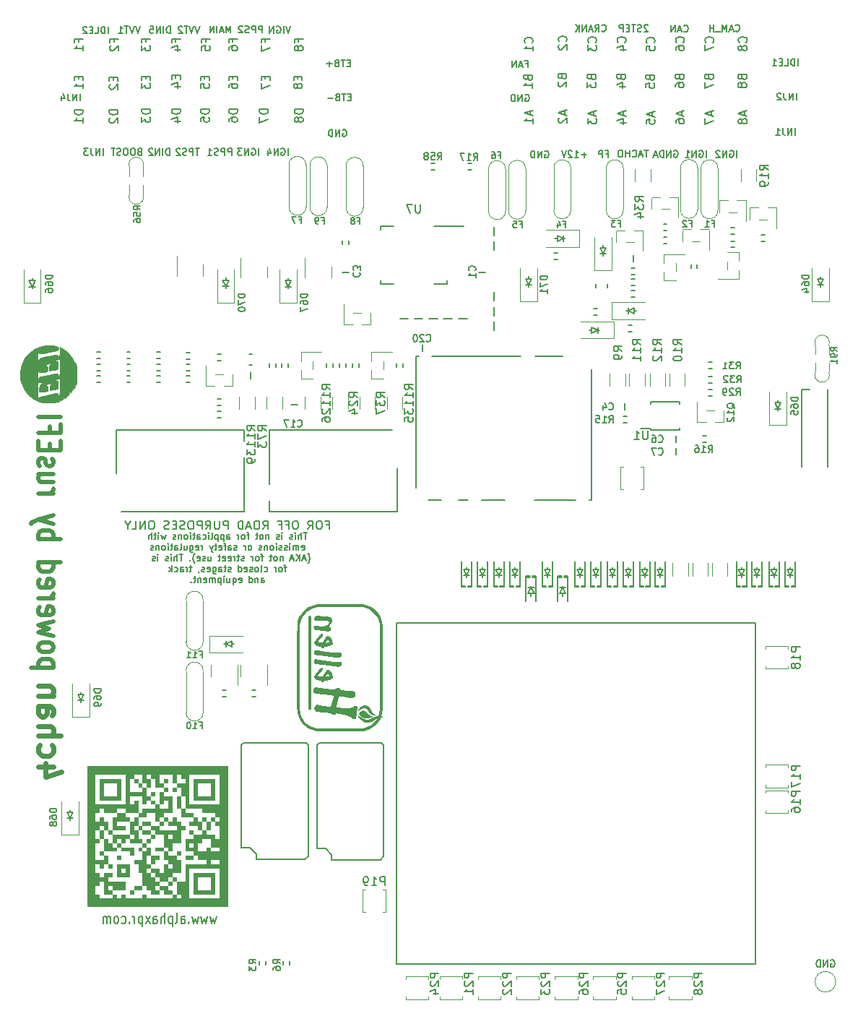
<source format=gbo>
G04 #@! TF.GenerationSoftware,KiCad,Pcbnew,8.0.1-8.0.1-1~ubuntu22.04.1*
G04 #@! TF.CreationDate,2024-04-17T02:41:45+00:00*
G04 #@! TF.ProjectId,alphax_4ch,616c7068-6178-45f3-9463-682e6b696361,i*
G04 #@! TF.SameCoordinates,PX141f5e0PYa2cace0*
G04 #@! TF.FileFunction,Legend,Bot*
G04 #@! TF.FilePolarity,Positive*
%FSLAX46Y46*%
G04 Gerber Fmt 4.6, Leading zero omitted, Abs format (unit mm)*
G04 Created by KiCad (PCBNEW 8.0.1-8.0.1-1~ubuntu22.04.1) date 2024-04-17 02:41:45*
%MOMM*%
%LPD*%
G01*
G04 APERTURE LIST*
%ADD10C,0.170000*%
%ADD11C,0.150000*%
%ADD12C,0.200000*%
%ADD13C,0.600000*%
%ADD14C,0.500000*%
%ADD15C,0.127000*%
%ADD16C,0.120000*%
%ADD17C,0.099060*%
%ADD18C,0.203200*%
%ADD19C,0.000000*%
%ADD20C,0.002540*%
G04 APERTURE END LIST*
D10*
X84410988Y98308526D02*
X84410988Y99108526D01*
X83610989Y99070431D02*
X83687179Y99108526D01*
X83687179Y99108526D02*
X83801465Y99108526D01*
X83801465Y99108526D02*
X83915751Y99070431D01*
X83915751Y99070431D02*
X83991941Y98994241D01*
X83991941Y98994241D02*
X84030036Y98918050D01*
X84030036Y98918050D02*
X84068132Y98765669D01*
X84068132Y98765669D02*
X84068132Y98651383D01*
X84068132Y98651383D02*
X84030036Y98499002D01*
X84030036Y98499002D02*
X83991941Y98422812D01*
X83991941Y98422812D02*
X83915751Y98346621D01*
X83915751Y98346621D02*
X83801465Y98308526D01*
X83801465Y98308526D02*
X83725274Y98308526D01*
X83725274Y98308526D02*
X83610989Y98346621D01*
X83610989Y98346621D02*
X83572893Y98384717D01*
X83572893Y98384717D02*
X83572893Y98651383D01*
X83572893Y98651383D02*
X83725274Y98651383D01*
X83230036Y98308526D02*
X83230036Y99108526D01*
X83230036Y99108526D02*
X82772893Y98308526D01*
X82772893Y98308526D02*
X82772893Y99108526D01*
X82430037Y99032336D02*
X82391941Y99070431D01*
X82391941Y99070431D02*
X82315751Y99108526D01*
X82315751Y99108526D02*
X82125275Y99108526D01*
X82125275Y99108526D02*
X82049084Y99070431D01*
X82049084Y99070431D02*
X82010989Y99032336D01*
X82010989Y99032336D02*
X81972894Y98956145D01*
X81972894Y98956145D02*
X81972894Y98879955D01*
X81972894Y98879955D02*
X82010989Y98765669D01*
X82010989Y98765669D02*
X82468132Y98308526D01*
X82468132Y98308526D02*
X81972894Y98308526D01*
X68590108Y113114936D02*
X68628204Y113076840D01*
X68628204Y113076840D02*
X68742489Y113038745D01*
X68742489Y113038745D02*
X68818680Y113038745D01*
X68818680Y113038745D02*
X68932966Y113076840D01*
X68932966Y113076840D02*
X69009156Y113153031D01*
X69009156Y113153031D02*
X69047251Y113229221D01*
X69047251Y113229221D02*
X69085347Y113381602D01*
X69085347Y113381602D02*
X69085347Y113495888D01*
X69085347Y113495888D02*
X69047251Y113648269D01*
X69047251Y113648269D02*
X69009156Y113724460D01*
X69009156Y113724460D02*
X68932966Y113800650D01*
X68932966Y113800650D02*
X68818680Y113838745D01*
X68818680Y113838745D02*
X68742489Y113838745D01*
X68742489Y113838745D02*
X68628204Y113800650D01*
X68628204Y113800650D02*
X68590108Y113762555D01*
X67790108Y113038745D02*
X68056775Y113419698D01*
X68247251Y113038745D02*
X68247251Y113838745D01*
X68247251Y113838745D02*
X67942489Y113838745D01*
X67942489Y113838745D02*
X67866299Y113800650D01*
X67866299Y113800650D02*
X67828204Y113762555D01*
X67828204Y113762555D02*
X67790108Y113686364D01*
X67790108Y113686364D02*
X67790108Y113572079D01*
X67790108Y113572079D02*
X67828204Y113495888D01*
X67828204Y113495888D02*
X67866299Y113457793D01*
X67866299Y113457793D02*
X67942489Y113419698D01*
X67942489Y113419698D02*
X68247251Y113419698D01*
X67485347Y113267317D02*
X67104394Y113267317D01*
X67561537Y113038745D02*
X67294870Y113838745D01*
X67294870Y113838745D02*
X67028204Y113038745D01*
X66761537Y113038745D02*
X66761537Y113838745D01*
X66761537Y113838745D02*
X66304394Y113038745D01*
X66304394Y113038745D02*
X66304394Y113838745D01*
X65923442Y113038745D02*
X65923442Y113838745D01*
X65466299Y113038745D02*
X65809157Y113495888D01*
X65466299Y113838745D02*
X65923442Y113381602D01*
D11*
X29131009Y107790476D02*
X29131009Y107457143D01*
X29654819Y107314286D02*
X29654819Y107790476D01*
X29654819Y107790476D02*
X28654819Y107790476D01*
X28654819Y107790476D02*
X28654819Y107314286D01*
X28654819Y106980952D02*
X28654819Y106314286D01*
X28654819Y106314286D02*
X29654819Y106742857D01*
D10*
X25069046Y112888745D02*
X25069046Y113688745D01*
X25069046Y113688745D02*
X24802380Y113117317D01*
X24802380Y113117317D02*
X24535713Y113688745D01*
X24535713Y113688745D02*
X24535713Y112888745D01*
X24192856Y113117317D02*
X23811903Y113117317D01*
X24269046Y112888745D02*
X24002379Y113688745D01*
X24002379Y113688745D02*
X23735713Y112888745D01*
X23469046Y112888745D02*
X23469046Y113688745D01*
X23088094Y112888745D02*
X23088094Y113688745D01*
X23088094Y113688745D02*
X22630951Y112888745D01*
X22630951Y112888745D02*
X22630951Y113688745D01*
D11*
X7231009Y111833334D02*
X7231009Y112166667D01*
X7754819Y112166667D02*
X6754819Y112166667D01*
X6754819Y112166667D02*
X6754819Y111690477D01*
X7754819Y110785715D02*
X7754819Y111357143D01*
X7754819Y111071429D02*
X6754819Y111071429D01*
X6754819Y111071429D02*
X6897676Y111166667D01*
X6897676Y111166667D02*
X6992914Y111261905D01*
X6992914Y111261905D02*
X7040533Y111357143D01*
D10*
X39071428Y109357793D02*
X38804762Y109357793D01*
X38690476Y108938745D02*
X39071428Y108938745D01*
X39071428Y108938745D02*
X39071428Y109738745D01*
X39071428Y109738745D02*
X38690476Y109738745D01*
X38461904Y109738745D02*
X38004761Y109738745D01*
X38233333Y108938745D02*
X38233333Y109738745D01*
X37471428Y109357793D02*
X37357142Y109319698D01*
X37357142Y109319698D02*
X37319047Y109281602D01*
X37319047Y109281602D02*
X37280951Y109205412D01*
X37280951Y109205412D02*
X37280951Y109091126D01*
X37280951Y109091126D02*
X37319047Y109014936D01*
X37319047Y109014936D02*
X37357142Y108976840D01*
X37357142Y108976840D02*
X37433332Y108938745D01*
X37433332Y108938745D02*
X37738094Y108938745D01*
X37738094Y108938745D02*
X37738094Y109738745D01*
X37738094Y109738745D02*
X37471428Y109738745D01*
X37471428Y109738745D02*
X37395237Y109700650D01*
X37395237Y109700650D02*
X37357142Y109662555D01*
X37357142Y109662555D02*
X37319047Y109586364D01*
X37319047Y109586364D02*
X37319047Y109510174D01*
X37319047Y109510174D02*
X37357142Y109433983D01*
X37357142Y109433983D02*
X37395237Y109395888D01*
X37395237Y109395888D02*
X37471428Y109357793D01*
X37471428Y109357793D02*
X37738094Y109357793D01*
X36938094Y109243507D02*
X36328571Y109243507D01*
X36633332Y108938745D02*
X36633332Y109548269D01*
X91566666Y109038745D02*
X91566666Y109838745D01*
X91185714Y109038745D02*
X91185714Y109838745D01*
X91185714Y109838745D02*
X90995238Y109838745D01*
X90995238Y109838745D02*
X90880952Y109800650D01*
X90880952Y109800650D02*
X90804762Y109724460D01*
X90804762Y109724460D02*
X90766667Y109648269D01*
X90766667Y109648269D02*
X90728571Y109495888D01*
X90728571Y109495888D02*
X90728571Y109381602D01*
X90728571Y109381602D02*
X90766667Y109229221D01*
X90766667Y109229221D02*
X90804762Y109153031D01*
X90804762Y109153031D02*
X90880952Y109076840D01*
X90880952Y109076840D02*
X90995238Y109038745D01*
X90995238Y109038745D02*
X91185714Y109038745D01*
X90004762Y109038745D02*
X90385714Y109038745D01*
X90385714Y109038745D02*
X90385714Y109838745D01*
X89738095Y109457793D02*
X89471429Y109457793D01*
X89357143Y109038745D02*
X89738095Y109038745D01*
X89738095Y109038745D02*
X89738095Y109838745D01*
X89738095Y109838745D02*
X89357143Y109838745D01*
X88595238Y109038745D02*
X89052381Y109038745D01*
X88823809Y109038745D02*
X88823809Y109838745D01*
X88823809Y109838745D02*
X88900000Y109724460D01*
X88900000Y109724460D02*
X88976190Y109648269D01*
X88976190Y109648269D02*
X89052381Y109610174D01*
D12*
X23390475Y9355258D02*
X23199999Y8555258D01*
X23199999Y8555258D02*
X23009523Y9126686D01*
X23009523Y9126686D02*
X22819047Y8555258D01*
X22819047Y8555258D02*
X22628571Y9355258D01*
X22342856Y9355258D02*
X22152380Y8555258D01*
X22152380Y8555258D02*
X21961904Y9126686D01*
X21961904Y9126686D02*
X21771428Y8555258D01*
X21771428Y8555258D02*
X21580952Y9355258D01*
X21295237Y9355258D02*
X21104761Y8555258D01*
X21104761Y8555258D02*
X20914285Y9126686D01*
X20914285Y9126686D02*
X20723809Y8555258D01*
X20723809Y8555258D02*
X20533333Y9355258D01*
X20152380Y8669543D02*
X20104761Y8612400D01*
X20104761Y8612400D02*
X20152380Y8555258D01*
X20152380Y8555258D02*
X20199999Y8612400D01*
X20199999Y8612400D02*
X20152380Y8669543D01*
X20152380Y8669543D02*
X20152380Y8555258D01*
X19247619Y8555258D02*
X19247619Y9183829D01*
X19247619Y9183829D02*
X19295238Y9298115D01*
X19295238Y9298115D02*
X19390476Y9355258D01*
X19390476Y9355258D02*
X19580952Y9355258D01*
X19580952Y9355258D02*
X19676190Y9298115D01*
X19247619Y8612400D02*
X19342857Y8555258D01*
X19342857Y8555258D02*
X19580952Y8555258D01*
X19580952Y8555258D02*
X19676190Y8612400D01*
X19676190Y8612400D02*
X19723809Y8726686D01*
X19723809Y8726686D02*
X19723809Y8840972D01*
X19723809Y8840972D02*
X19676190Y8955258D01*
X19676190Y8955258D02*
X19580952Y9012400D01*
X19580952Y9012400D02*
X19342857Y9012400D01*
X19342857Y9012400D02*
X19247619Y9069543D01*
X18628571Y8555258D02*
X18723809Y8612400D01*
X18723809Y8612400D02*
X18771428Y8726686D01*
X18771428Y8726686D02*
X18771428Y9755258D01*
X18247618Y9355258D02*
X18247618Y8155258D01*
X18247618Y9298115D02*
X18152380Y9355258D01*
X18152380Y9355258D02*
X17961904Y9355258D01*
X17961904Y9355258D02*
X17866666Y9298115D01*
X17866666Y9298115D02*
X17819047Y9240972D01*
X17819047Y9240972D02*
X17771428Y9126686D01*
X17771428Y9126686D02*
X17771428Y8783829D01*
X17771428Y8783829D02*
X17819047Y8669543D01*
X17819047Y8669543D02*
X17866666Y8612400D01*
X17866666Y8612400D02*
X17961904Y8555258D01*
X17961904Y8555258D02*
X18152380Y8555258D01*
X18152380Y8555258D02*
X18247618Y8612400D01*
X17342856Y8555258D02*
X17342856Y9755258D01*
X16914285Y8555258D02*
X16914285Y9183829D01*
X16914285Y9183829D02*
X16961904Y9298115D01*
X16961904Y9298115D02*
X17057142Y9355258D01*
X17057142Y9355258D02*
X17199999Y9355258D01*
X17199999Y9355258D02*
X17295237Y9298115D01*
X17295237Y9298115D02*
X17342856Y9240972D01*
X16009523Y8555258D02*
X16009523Y9183829D01*
X16009523Y9183829D02*
X16057142Y9298115D01*
X16057142Y9298115D02*
X16152380Y9355258D01*
X16152380Y9355258D02*
X16342856Y9355258D01*
X16342856Y9355258D02*
X16438094Y9298115D01*
X16009523Y8612400D02*
X16104761Y8555258D01*
X16104761Y8555258D02*
X16342856Y8555258D01*
X16342856Y8555258D02*
X16438094Y8612400D01*
X16438094Y8612400D02*
X16485713Y8726686D01*
X16485713Y8726686D02*
X16485713Y8840972D01*
X16485713Y8840972D02*
X16438094Y8955258D01*
X16438094Y8955258D02*
X16342856Y9012400D01*
X16342856Y9012400D02*
X16104761Y9012400D01*
X16104761Y9012400D02*
X16009523Y9069543D01*
X15628570Y8555258D02*
X15104761Y9355258D01*
X15628570Y9355258D02*
X15104761Y8555258D01*
X14723808Y9355258D02*
X14723808Y8155258D01*
X14723808Y9298115D02*
X14628570Y9355258D01*
X14628570Y9355258D02*
X14438094Y9355258D01*
X14438094Y9355258D02*
X14342856Y9298115D01*
X14342856Y9298115D02*
X14295237Y9240972D01*
X14295237Y9240972D02*
X14247618Y9126686D01*
X14247618Y9126686D02*
X14247618Y8783829D01*
X14247618Y8783829D02*
X14295237Y8669543D01*
X14295237Y8669543D02*
X14342856Y8612400D01*
X14342856Y8612400D02*
X14438094Y8555258D01*
X14438094Y8555258D02*
X14628570Y8555258D01*
X14628570Y8555258D02*
X14723808Y8612400D01*
X13819046Y8555258D02*
X13819046Y9355258D01*
X13819046Y9126686D02*
X13771427Y9240972D01*
X13771427Y9240972D02*
X13723808Y9298115D01*
X13723808Y9298115D02*
X13628570Y9355258D01*
X13628570Y9355258D02*
X13533332Y9355258D01*
X13199998Y8669543D02*
X13152379Y8612400D01*
X13152379Y8612400D02*
X13199998Y8555258D01*
X13199998Y8555258D02*
X13247617Y8612400D01*
X13247617Y8612400D02*
X13199998Y8669543D01*
X13199998Y8669543D02*
X13199998Y8555258D01*
X12295237Y8612400D02*
X12390475Y8555258D01*
X12390475Y8555258D02*
X12580951Y8555258D01*
X12580951Y8555258D02*
X12676189Y8612400D01*
X12676189Y8612400D02*
X12723808Y8669543D01*
X12723808Y8669543D02*
X12771427Y8783829D01*
X12771427Y8783829D02*
X12771427Y9126686D01*
X12771427Y9126686D02*
X12723808Y9240972D01*
X12723808Y9240972D02*
X12676189Y9298115D01*
X12676189Y9298115D02*
X12580951Y9355258D01*
X12580951Y9355258D02*
X12390475Y9355258D01*
X12390475Y9355258D02*
X12295237Y9298115D01*
X11723808Y8555258D02*
X11819046Y8612400D01*
X11819046Y8612400D02*
X11866665Y8669543D01*
X11866665Y8669543D02*
X11914284Y8783829D01*
X11914284Y8783829D02*
X11914284Y9126686D01*
X11914284Y9126686D02*
X11866665Y9240972D01*
X11866665Y9240972D02*
X11819046Y9298115D01*
X11819046Y9298115D02*
X11723808Y9355258D01*
X11723808Y9355258D02*
X11580951Y9355258D01*
X11580951Y9355258D02*
X11485713Y9298115D01*
X11485713Y9298115D02*
X11438094Y9240972D01*
X11438094Y9240972D02*
X11390475Y9126686D01*
X11390475Y9126686D02*
X11390475Y8783829D01*
X11390475Y8783829D02*
X11438094Y8669543D01*
X11438094Y8669543D02*
X11485713Y8612400D01*
X11485713Y8612400D02*
X11580951Y8555258D01*
X11580951Y8555258D02*
X11723808Y8555258D01*
X10961903Y8555258D02*
X10961903Y9355258D01*
X10961903Y9240972D02*
X10914284Y9298115D01*
X10914284Y9298115D02*
X10819046Y9355258D01*
X10819046Y9355258D02*
X10676189Y9355258D01*
X10676189Y9355258D02*
X10580951Y9298115D01*
X10580951Y9298115D02*
X10533332Y9183829D01*
X10533332Y9183829D02*
X10533332Y8555258D01*
X10533332Y9183829D02*
X10485713Y9298115D01*
X10485713Y9298115D02*
X10390475Y9355258D01*
X10390475Y9355258D02*
X10247618Y9355258D01*
X10247618Y9355258D02*
X10152379Y9298115D01*
X10152379Y9298115D02*
X10104760Y9183829D01*
X10104760Y9183829D02*
X10104760Y8555258D01*
D11*
X25331009Y111833334D02*
X25331009Y112166667D01*
X25854819Y112166667D02*
X24854819Y112166667D01*
X24854819Y112166667D02*
X24854819Y111690477D01*
X24854819Y110880953D02*
X24854819Y111071429D01*
X24854819Y111071429D02*
X24902438Y111166667D01*
X24902438Y111166667D02*
X24950057Y111214286D01*
X24950057Y111214286D02*
X25092914Y111309524D01*
X25092914Y111309524D02*
X25283390Y111357143D01*
X25283390Y111357143D02*
X25664342Y111357143D01*
X25664342Y111357143D02*
X25759580Y111309524D01*
X25759580Y111309524D02*
X25807200Y111261905D01*
X25807200Y111261905D02*
X25854819Y111166667D01*
X25854819Y111166667D02*
X25854819Y110976191D01*
X25854819Y110976191D02*
X25807200Y110880953D01*
X25807200Y110880953D02*
X25759580Y110833334D01*
X25759580Y110833334D02*
X25664342Y110785715D01*
X25664342Y110785715D02*
X25426247Y110785715D01*
X25426247Y110785715D02*
X25331009Y110833334D01*
X25331009Y110833334D02*
X25283390Y110880953D01*
X25283390Y110880953D02*
X25235771Y110976191D01*
X25235771Y110976191D02*
X25235771Y111166667D01*
X25235771Y111166667D02*
X25283390Y111261905D01*
X25283390Y111261905D02*
X25331009Y111309524D01*
X25331009Y111309524D02*
X25426247Y111357143D01*
X33554819Y103938095D02*
X32554819Y103938095D01*
X32554819Y103938095D02*
X32554819Y103700000D01*
X32554819Y103700000D02*
X32602438Y103557143D01*
X32602438Y103557143D02*
X32697676Y103461905D01*
X32697676Y103461905D02*
X32792914Y103414286D01*
X32792914Y103414286D02*
X32983390Y103366667D01*
X32983390Y103366667D02*
X33126247Y103366667D01*
X33126247Y103366667D02*
X33316723Y103414286D01*
X33316723Y103414286D02*
X33411961Y103461905D01*
X33411961Y103461905D02*
X33507200Y103557143D01*
X33507200Y103557143D02*
X33554819Y103700000D01*
X33554819Y103700000D02*
X33554819Y103938095D01*
X32983390Y102795238D02*
X32935771Y102890476D01*
X32935771Y102890476D02*
X32888152Y102938095D01*
X32888152Y102938095D02*
X32792914Y102985714D01*
X32792914Y102985714D02*
X32745295Y102985714D01*
X32745295Y102985714D02*
X32650057Y102938095D01*
X32650057Y102938095D02*
X32602438Y102890476D01*
X32602438Y102890476D02*
X32554819Y102795238D01*
X32554819Y102795238D02*
X32554819Y102604762D01*
X32554819Y102604762D02*
X32602438Y102509524D01*
X32602438Y102509524D02*
X32650057Y102461905D01*
X32650057Y102461905D02*
X32745295Y102414286D01*
X32745295Y102414286D02*
X32792914Y102414286D01*
X32792914Y102414286D02*
X32888152Y102461905D01*
X32888152Y102461905D02*
X32935771Y102509524D01*
X32935771Y102509524D02*
X32983390Y102604762D01*
X32983390Y102604762D02*
X32983390Y102795238D01*
X32983390Y102795238D02*
X33031009Y102890476D01*
X33031009Y102890476D02*
X33078628Y102938095D01*
X33078628Y102938095D02*
X33173866Y102985714D01*
X33173866Y102985714D02*
X33364342Y102985714D01*
X33364342Y102985714D02*
X33459580Y102938095D01*
X33459580Y102938095D02*
X33507200Y102890476D01*
X33507200Y102890476D02*
X33554819Y102795238D01*
X33554819Y102795238D02*
X33554819Y102604762D01*
X33554819Y102604762D02*
X33507200Y102509524D01*
X33507200Y102509524D02*
X33459580Y102461905D01*
X33459580Y102461905D02*
X33364342Y102414286D01*
X33364342Y102414286D02*
X33173866Y102414286D01*
X33173866Y102414286D02*
X33078628Y102461905D01*
X33078628Y102461905D02*
X33031009Y102509524D01*
X33031009Y102509524D02*
X32983390Y102604762D01*
D10*
X14445237Y113638745D02*
X14178570Y112838745D01*
X14178570Y112838745D02*
X13911904Y113638745D01*
X13759523Y113638745D02*
X13492856Y112838745D01*
X13492856Y112838745D02*
X13226190Y113638745D01*
X13073809Y113638745D02*
X12616666Y113638745D01*
X12845238Y112838745D02*
X12845238Y113638745D01*
X11930952Y112838745D02*
X12388095Y112838745D01*
X12159523Y112838745D02*
X12159523Y113638745D01*
X12159523Y113638745D02*
X12235714Y113524460D01*
X12235714Y113524460D02*
X12311904Y113448269D01*
X12311904Y113448269D02*
X12388095Y113410174D01*
X17899999Y98538745D02*
X17899999Y99338745D01*
X17899999Y99338745D02*
X17709523Y99338745D01*
X17709523Y99338745D02*
X17595237Y99300650D01*
X17595237Y99300650D02*
X17519047Y99224460D01*
X17519047Y99224460D02*
X17480952Y99148269D01*
X17480952Y99148269D02*
X17442856Y98995888D01*
X17442856Y98995888D02*
X17442856Y98881602D01*
X17442856Y98881602D02*
X17480952Y98729221D01*
X17480952Y98729221D02*
X17519047Y98653031D01*
X17519047Y98653031D02*
X17595237Y98576840D01*
X17595237Y98576840D02*
X17709523Y98538745D01*
X17709523Y98538745D02*
X17899999Y98538745D01*
X17099999Y98538745D02*
X17099999Y99338745D01*
X16719047Y98538745D02*
X16719047Y99338745D01*
X16719047Y99338745D02*
X16261904Y98538745D01*
X16261904Y98538745D02*
X16261904Y99338745D01*
X15919048Y99262555D02*
X15880952Y99300650D01*
X15880952Y99300650D02*
X15804762Y99338745D01*
X15804762Y99338745D02*
X15614286Y99338745D01*
X15614286Y99338745D02*
X15538095Y99300650D01*
X15538095Y99300650D02*
X15500000Y99262555D01*
X15500000Y99262555D02*
X15461905Y99186364D01*
X15461905Y99186364D02*
X15461905Y99110174D01*
X15461905Y99110174D02*
X15500000Y98995888D01*
X15500000Y98995888D02*
X15957143Y98538745D01*
X15957143Y98538745D02*
X15461905Y98538745D01*
D11*
X7231009Y107790476D02*
X7231009Y107457143D01*
X7754819Y107314286D02*
X7754819Y107790476D01*
X7754819Y107790476D02*
X6754819Y107790476D01*
X6754819Y107790476D02*
X6754819Y107314286D01*
X7754819Y106361905D02*
X7754819Y106933333D01*
X7754819Y106647619D02*
X6754819Y106647619D01*
X6754819Y106647619D02*
X6897676Y106742857D01*
X6897676Y106742857D02*
X6992914Y106838095D01*
X6992914Y106838095D02*
X7040533Y106933333D01*
X11854819Y103838095D02*
X10854819Y103838095D01*
X10854819Y103838095D02*
X10854819Y103600000D01*
X10854819Y103600000D02*
X10902438Y103457143D01*
X10902438Y103457143D02*
X10997676Y103361905D01*
X10997676Y103361905D02*
X11092914Y103314286D01*
X11092914Y103314286D02*
X11283390Y103266667D01*
X11283390Y103266667D02*
X11426247Y103266667D01*
X11426247Y103266667D02*
X11616723Y103314286D01*
X11616723Y103314286D02*
X11711961Y103361905D01*
X11711961Y103361905D02*
X11807200Y103457143D01*
X11807200Y103457143D02*
X11854819Y103600000D01*
X11854819Y103600000D02*
X11854819Y103838095D01*
X10950057Y102885714D02*
X10902438Y102838095D01*
X10902438Y102838095D02*
X10854819Y102742857D01*
X10854819Y102742857D02*
X10854819Y102504762D01*
X10854819Y102504762D02*
X10902438Y102409524D01*
X10902438Y102409524D02*
X10950057Y102361905D01*
X10950057Y102361905D02*
X11045295Y102314286D01*
X11045295Y102314286D02*
X11140533Y102314286D01*
X11140533Y102314286D02*
X11283390Y102361905D01*
X11283390Y102361905D02*
X11854819Y102933333D01*
X11854819Y102933333D02*
X11854819Y102314286D01*
D10*
X10716666Y112788745D02*
X10716666Y113588745D01*
X10335714Y112788745D02*
X10335714Y113588745D01*
X10335714Y113588745D02*
X10145238Y113588745D01*
X10145238Y113588745D02*
X10030952Y113550650D01*
X10030952Y113550650D02*
X9954762Y113474460D01*
X9954762Y113474460D02*
X9916667Y113398269D01*
X9916667Y113398269D02*
X9878571Y113245888D01*
X9878571Y113245888D02*
X9878571Y113131602D01*
X9878571Y113131602D02*
X9916667Y112979221D01*
X9916667Y112979221D02*
X9954762Y112903031D01*
X9954762Y112903031D02*
X10030952Y112826840D01*
X10030952Y112826840D02*
X10145238Y112788745D01*
X10145238Y112788745D02*
X10335714Y112788745D01*
X9154762Y112788745D02*
X9535714Y112788745D01*
X9535714Y112788745D02*
X9535714Y113588745D01*
X8888095Y113207793D02*
X8621429Y113207793D01*
X8507143Y112788745D02*
X8888095Y112788745D01*
X8888095Y112788745D02*
X8888095Y113588745D01*
X8888095Y113588745D02*
X8507143Y113588745D01*
X8202381Y113512555D02*
X8164285Y113550650D01*
X8164285Y113550650D02*
X8088095Y113588745D01*
X8088095Y113588745D02*
X7897619Y113588745D01*
X7897619Y113588745D02*
X7821428Y113550650D01*
X7821428Y113550650D02*
X7783333Y113512555D01*
X7783333Y113512555D02*
X7745238Y113436364D01*
X7745238Y113436364D02*
X7745238Y113360174D01*
X7745238Y113360174D02*
X7783333Y113245888D01*
X7783333Y113245888D02*
X8240476Y112788745D01*
X8240476Y112788745D02*
X7745238Y112788745D01*
D11*
X29131009Y111833334D02*
X29131009Y112166667D01*
X29654819Y112166667D02*
X28654819Y112166667D01*
X28654819Y112166667D02*
X28654819Y111690477D01*
X28654819Y111404762D02*
X28654819Y110738096D01*
X28654819Y110738096D02*
X29654819Y111166667D01*
D10*
X32076189Y113638745D02*
X31809522Y112838745D01*
X31809522Y112838745D02*
X31542856Y113638745D01*
X31276189Y112838745D02*
X31276189Y113638745D01*
X30476190Y113600650D02*
X30552380Y113638745D01*
X30552380Y113638745D02*
X30666666Y113638745D01*
X30666666Y113638745D02*
X30780952Y113600650D01*
X30780952Y113600650D02*
X30857142Y113524460D01*
X30857142Y113524460D02*
X30895237Y113448269D01*
X30895237Y113448269D02*
X30933333Y113295888D01*
X30933333Y113295888D02*
X30933333Y113181602D01*
X30933333Y113181602D02*
X30895237Y113029221D01*
X30895237Y113029221D02*
X30857142Y112953031D01*
X30857142Y112953031D02*
X30780952Y112876840D01*
X30780952Y112876840D02*
X30666666Y112838745D01*
X30666666Y112838745D02*
X30590475Y112838745D01*
X30590475Y112838745D02*
X30476190Y112876840D01*
X30476190Y112876840D02*
X30438094Y112914936D01*
X30438094Y112914936D02*
X30438094Y113181602D01*
X30438094Y113181602D02*
X30590475Y113181602D01*
X30095237Y112838745D02*
X30095237Y113638745D01*
X30095237Y113638745D02*
X29638094Y112838745D01*
X29638094Y112838745D02*
X29638094Y113638745D01*
D11*
X18631009Y107890476D02*
X18631009Y107557143D01*
X19154819Y107414286D02*
X19154819Y107890476D01*
X19154819Y107890476D02*
X18154819Y107890476D01*
X18154819Y107890476D02*
X18154819Y107414286D01*
X18488152Y106557143D02*
X19154819Y106557143D01*
X18107200Y106795238D02*
X18821485Y107033333D01*
X18821485Y107033333D02*
X18821485Y106414286D01*
X25331009Y107790476D02*
X25331009Y107457143D01*
X25854819Y107314286D02*
X25854819Y107790476D01*
X25854819Y107790476D02*
X24854819Y107790476D01*
X24854819Y107790476D02*
X24854819Y107314286D01*
X24854819Y106457143D02*
X24854819Y106647619D01*
X24854819Y106647619D02*
X24902438Y106742857D01*
X24902438Y106742857D02*
X24950057Y106790476D01*
X24950057Y106790476D02*
X25092914Y106885714D01*
X25092914Y106885714D02*
X25283390Y106933333D01*
X25283390Y106933333D02*
X25664342Y106933333D01*
X25664342Y106933333D02*
X25759580Y106885714D01*
X25759580Y106885714D02*
X25807200Y106838095D01*
X25807200Y106838095D02*
X25854819Y106742857D01*
X25854819Y106742857D02*
X25854819Y106552381D01*
X25854819Y106552381D02*
X25807200Y106457143D01*
X25807200Y106457143D02*
X25759580Y106409524D01*
X25759580Y106409524D02*
X25664342Y106361905D01*
X25664342Y106361905D02*
X25426247Y106361905D01*
X25426247Y106361905D02*
X25331009Y106409524D01*
X25331009Y106409524D02*
X25283390Y106457143D01*
X25283390Y106457143D02*
X25235771Y106552381D01*
X25235771Y106552381D02*
X25235771Y106742857D01*
X25235771Y106742857D02*
X25283390Y106838095D01*
X25283390Y106838095D02*
X25331009Y106885714D01*
X25331009Y106885714D02*
X25426247Y106933333D01*
D10*
X39171428Y105357793D02*
X38904762Y105357793D01*
X38790476Y104938745D02*
X39171428Y104938745D01*
X39171428Y104938745D02*
X39171428Y105738745D01*
X39171428Y105738745D02*
X38790476Y105738745D01*
X38561904Y105738745D02*
X38104761Y105738745D01*
X38333333Y104938745D02*
X38333333Y105738745D01*
X37571428Y105357793D02*
X37457142Y105319698D01*
X37457142Y105319698D02*
X37419047Y105281602D01*
X37419047Y105281602D02*
X37380951Y105205412D01*
X37380951Y105205412D02*
X37380951Y105091126D01*
X37380951Y105091126D02*
X37419047Y105014936D01*
X37419047Y105014936D02*
X37457142Y104976840D01*
X37457142Y104976840D02*
X37533332Y104938745D01*
X37533332Y104938745D02*
X37838094Y104938745D01*
X37838094Y104938745D02*
X37838094Y105738745D01*
X37838094Y105738745D02*
X37571428Y105738745D01*
X37571428Y105738745D02*
X37495237Y105700650D01*
X37495237Y105700650D02*
X37457142Y105662555D01*
X37457142Y105662555D02*
X37419047Y105586364D01*
X37419047Y105586364D02*
X37419047Y105510174D01*
X37419047Y105510174D02*
X37457142Y105433983D01*
X37457142Y105433983D02*
X37495237Y105395888D01*
X37495237Y105395888D02*
X37571428Y105357793D01*
X37571428Y105357793D02*
X37838094Y105357793D01*
X37038094Y105243507D02*
X36428571Y105243507D01*
D11*
X29454819Y103938095D02*
X28454819Y103938095D01*
X28454819Y103938095D02*
X28454819Y103700000D01*
X28454819Y103700000D02*
X28502438Y103557143D01*
X28502438Y103557143D02*
X28597676Y103461905D01*
X28597676Y103461905D02*
X28692914Y103414286D01*
X28692914Y103414286D02*
X28883390Y103366667D01*
X28883390Y103366667D02*
X29026247Y103366667D01*
X29026247Y103366667D02*
X29216723Y103414286D01*
X29216723Y103414286D02*
X29311961Y103461905D01*
X29311961Y103461905D02*
X29407200Y103557143D01*
X29407200Y103557143D02*
X29454819Y103700000D01*
X29454819Y103700000D02*
X29454819Y103938095D01*
X28454819Y103033333D02*
X28454819Y102366667D01*
X28454819Y102366667D02*
X29454819Y102795238D01*
D13*
X4261723Y26928070D02*
X2528390Y26928070D01*
X5252200Y26309022D02*
X3395057Y25689975D01*
X3395057Y25689975D02*
X3395057Y27299498D01*
X2652200Y29404260D02*
X2528390Y29156641D01*
X2528390Y29156641D02*
X2528390Y28661403D01*
X2528390Y28661403D02*
X2652200Y28413784D01*
X2652200Y28413784D02*
X2776009Y28289974D01*
X2776009Y28289974D02*
X3023628Y28166165D01*
X3023628Y28166165D02*
X3766485Y28166165D01*
X3766485Y28166165D02*
X4014104Y28289974D01*
X4014104Y28289974D02*
X4137914Y28413784D01*
X4137914Y28413784D02*
X4261723Y28661403D01*
X4261723Y28661403D02*
X4261723Y29156641D01*
X4261723Y29156641D02*
X4137914Y29404260D01*
X2528390Y30518545D02*
X5128390Y30518545D01*
X2528390Y31632831D02*
X3890295Y31632831D01*
X3890295Y31632831D02*
X4137914Y31509021D01*
X4137914Y31509021D02*
X4261723Y31261402D01*
X4261723Y31261402D02*
X4261723Y30889974D01*
X4261723Y30889974D02*
X4137914Y30642355D01*
X4137914Y30642355D02*
X4014104Y30518545D01*
X2528390Y33985212D02*
X3890295Y33985212D01*
X3890295Y33985212D02*
X4137914Y33861402D01*
X4137914Y33861402D02*
X4261723Y33613783D01*
X4261723Y33613783D02*
X4261723Y33118545D01*
X4261723Y33118545D02*
X4137914Y32870926D01*
X2652200Y33985212D02*
X2528390Y33737593D01*
X2528390Y33737593D02*
X2528390Y33118545D01*
X2528390Y33118545D02*
X2652200Y32870926D01*
X2652200Y32870926D02*
X2899819Y32747117D01*
X2899819Y32747117D02*
X3147438Y32747117D01*
X3147438Y32747117D02*
X3395057Y32870926D01*
X3395057Y32870926D02*
X3518866Y33118545D01*
X3518866Y33118545D02*
X3518866Y33737593D01*
X3518866Y33737593D02*
X3642676Y33985212D01*
X4261723Y35223307D02*
X2528390Y35223307D01*
X4014104Y35223307D02*
X4137914Y35347117D01*
X4137914Y35347117D02*
X4261723Y35594736D01*
X4261723Y35594736D02*
X4261723Y35966164D01*
X4261723Y35966164D02*
X4137914Y36213783D01*
X4137914Y36213783D02*
X3890295Y36337593D01*
X3890295Y36337593D02*
X2528390Y36337593D01*
D10*
X14366666Y98957793D02*
X14252380Y98919698D01*
X14252380Y98919698D02*
X14214285Y98881602D01*
X14214285Y98881602D02*
X14176189Y98805412D01*
X14176189Y98805412D02*
X14176189Y98691126D01*
X14176189Y98691126D02*
X14214285Y98614936D01*
X14214285Y98614936D02*
X14252380Y98576840D01*
X14252380Y98576840D02*
X14328570Y98538745D01*
X14328570Y98538745D02*
X14633332Y98538745D01*
X14633332Y98538745D02*
X14633332Y99338745D01*
X14633332Y99338745D02*
X14366666Y99338745D01*
X14366666Y99338745D02*
X14290475Y99300650D01*
X14290475Y99300650D02*
X14252380Y99262555D01*
X14252380Y99262555D02*
X14214285Y99186364D01*
X14214285Y99186364D02*
X14214285Y99110174D01*
X14214285Y99110174D02*
X14252380Y99033983D01*
X14252380Y99033983D02*
X14290475Y98995888D01*
X14290475Y98995888D02*
X14366666Y98957793D01*
X14366666Y98957793D02*
X14633332Y98957793D01*
X13680951Y99338745D02*
X13528570Y99338745D01*
X13528570Y99338745D02*
X13452380Y99300650D01*
X13452380Y99300650D02*
X13376189Y99224460D01*
X13376189Y99224460D02*
X13338094Y99072079D01*
X13338094Y99072079D02*
X13338094Y98805412D01*
X13338094Y98805412D02*
X13376189Y98653031D01*
X13376189Y98653031D02*
X13452380Y98576840D01*
X13452380Y98576840D02*
X13528570Y98538745D01*
X13528570Y98538745D02*
X13680951Y98538745D01*
X13680951Y98538745D02*
X13757142Y98576840D01*
X13757142Y98576840D02*
X13833332Y98653031D01*
X13833332Y98653031D02*
X13871428Y98805412D01*
X13871428Y98805412D02*
X13871428Y99072079D01*
X13871428Y99072079D02*
X13833332Y99224460D01*
X13833332Y99224460D02*
X13757142Y99300650D01*
X13757142Y99300650D02*
X13680951Y99338745D01*
X12842856Y99338745D02*
X12690475Y99338745D01*
X12690475Y99338745D02*
X12614285Y99300650D01*
X12614285Y99300650D02*
X12538094Y99224460D01*
X12538094Y99224460D02*
X12499999Y99072079D01*
X12499999Y99072079D02*
X12499999Y98805412D01*
X12499999Y98805412D02*
X12538094Y98653031D01*
X12538094Y98653031D02*
X12614285Y98576840D01*
X12614285Y98576840D02*
X12690475Y98538745D01*
X12690475Y98538745D02*
X12842856Y98538745D01*
X12842856Y98538745D02*
X12919047Y98576840D01*
X12919047Y98576840D02*
X12995237Y98653031D01*
X12995237Y98653031D02*
X13033333Y98805412D01*
X13033333Y98805412D02*
X13033333Y99072079D01*
X13033333Y99072079D02*
X12995237Y99224460D01*
X12995237Y99224460D02*
X12919047Y99300650D01*
X12919047Y99300650D02*
X12842856Y99338745D01*
X12195238Y98576840D02*
X12080952Y98538745D01*
X12080952Y98538745D02*
X11890476Y98538745D01*
X11890476Y98538745D02*
X11814285Y98576840D01*
X11814285Y98576840D02*
X11776190Y98614936D01*
X11776190Y98614936D02*
X11738095Y98691126D01*
X11738095Y98691126D02*
X11738095Y98767317D01*
X11738095Y98767317D02*
X11776190Y98843507D01*
X11776190Y98843507D02*
X11814285Y98881602D01*
X11814285Y98881602D02*
X11890476Y98919698D01*
X11890476Y98919698D02*
X12042857Y98957793D01*
X12042857Y98957793D02*
X12119047Y98995888D01*
X12119047Y98995888D02*
X12157142Y99033983D01*
X12157142Y99033983D02*
X12195238Y99110174D01*
X12195238Y99110174D02*
X12195238Y99186364D01*
X12195238Y99186364D02*
X12157142Y99262555D01*
X12157142Y99262555D02*
X12119047Y99300650D01*
X12119047Y99300650D02*
X12042857Y99338745D01*
X12042857Y99338745D02*
X11852380Y99338745D01*
X11852380Y99338745D02*
X11738095Y99300650D01*
X11509523Y99338745D02*
X11052380Y99338745D01*
X11280952Y98538745D02*
X11280952Y99338745D01*
X38209523Y101500650D02*
X38285713Y101538745D01*
X38285713Y101538745D02*
X38399999Y101538745D01*
X38399999Y101538745D02*
X38514285Y101500650D01*
X38514285Y101500650D02*
X38590475Y101424460D01*
X38590475Y101424460D02*
X38628570Y101348269D01*
X38628570Y101348269D02*
X38666666Y101195888D01*
X38666666Y101195888D02*
X38666666Y101081602D01*
X38666666Y101081602D02*
X38628570Y100929221D01*
X38628570Y100929221D02*
X38590475Y100853031D01*
X38590475Y100853031D02*
X38514285Y100776840D01*
X38514285Y100776840D02*
X38399999Y100738745D01*
X38399999Y100738745D02*
X38323808Y100738745D01*
X38323808Y100738745D02*
X38209523Y100776840D01*
X38209523Y100776840D02*
X38171427Y100814936D01*
X38171427Y100814936D02*
X38171427Y101081602D01*
X38171427Y101081602D02*
X38323808Y101081602D01*
X37828570Y100738745D02*
X37828570Y101538745D01*
X37828570Y101538745D02*
X37371427Y100738745D01*
X37371427Y100738745D02*
X37371427Y101538745D01*
X36990475Y100738745D02*
X36990475Y101538745D01*
X36990475Y101538745D02*
X36799999Y101538745D01*
X36799999Y101538745D02*
X36685713Y101500650D01*
X36685713Y101500650D02*
X36609523Y101424460D01*
X36609523Y101424460D02*
X36571428Y101348269D01*
X36571428Y101348269D02*
X36533332Y101195888D01*
X36533332Y101195888D02*
X36533332Y101081602D01*
X36533332Y101081602D02*
X36571428Y100929221D01*
X36571428Y100929221D02*
X36609523Y100853031D01*
X36609523Y100853031D02*
X36685713Y100776840D01*
X36685713Y100776840D02*
X36799999Y100738745D01*
X36799999Y100738745D02*
X36990475Y100738745D01*
D11*
X11381009Y111833334D02*
X11381009Y112166667D01*
X11904819Y112166667D02*
X10904819Y112166667D01*
X10904819Y112166667D02*
X10904819Y111690477D01*
X11000057Y111357143D02*
X10952438Y111309524D01*
X10952438Y111309524D02*
X10904819Y111214286D01*
X10904819Y111214286D02*
X10904819Y110976191D01*
X10904819Y110976191D02*
X10952438Y110880953D01*
X10952438Y110880953D02*
X11000057Y110833334D01*
X11000057Y110833334D02*
X11095295Y110785715D01*
X11095295Y110785715D02*
X11190533Y110785715D01*
X11190533Y110785715D02*
X11333390Y110833334D01*
X11333390Y110833334D02*
X11904819Y111404762D01*
X11904819Y111404762D02*
X11904819Y110785715D01*
D14*
X4256523Y38452757D02*
X1656523Y38452757D01*
X4132714Y38452757D02*
X4256523Y38662281D01*
X4256523Y38662281D02*
X4256523Y39081328D01*
X4256523Y39081328D02*
X4132714Y39290852D01*
X4132714Y39290852D02*
X4008904Y39395614D01*
X4008904Y39395614D02*
X3761285Y39500376D01*
X3761285Y39500376D02*
X3018428Y39500376D01*
X3018428Y39500376D02*
X2770809Y39395614D01*
X2770809Y39395614D02*
X2647000Y39290852D01*
X2647000Y39290852D02*
X2523190Y39081328D01*
X2523190Y39081328D02*
X2523190Y38662281D01*
X2523190Y38662281D02*
X2647000Y38452757D01*
X2523190Y40757519D02*
X2647000Y40547995D01*
X2647000Y40547995D02*
X2770809Y40443233D01*
X2770809Y40443233D02*
X3018428Y40338471D01*
X3018428Y40338471D02*
X3761285Y40338471D01*
X3761285Y40338471D02*
X4008904Y40443233D01*
X4008904Y40443233D02*
X4132714Y40547995D01*
X4132714Y40547995D02*
X4256523Y40757519D01*
X4256523Y40757519D02*
X4256523Y41071804D01*
X4256523Y41071804D02*
X4132714Y41281328D01*
X4132714Y41281328D02*
X4008904Y41386090D01*
X4008904Y41386090D02*
X3761285Y41490852D01*
X3761285Y41490852D02*
X3018428Y41490852D01*
X3018428Y41490852D02*
X2770809Y41386090D01*
X2770809Y41386090D02*
X2647000Y41281328D01*
X2647000Y41281328D02*
X2523190Y41071804D01*
X2523190Y41071804D02*
X2523190Y40757519D01*
X4256523Y42224185D02*
X2523190Y42643233D01*
X2523190Y42643233D02*
X3761285Y43062280D01*
X3761285Y43062280D02*
X2523190Y43481328D01*
X2523190Y43481328D02*
X4256523Y43900376D01*
X2647000Y45576566D02*
X2523190Y45367042D01*
X2523190Y45367042D02*
X2523190Y44947995D01*
X2523190Y44947995D02*
X2647000Y44738471D01*
X2647000Y44738471D02*
X2894619Y44633709D01*
X2894619Y44633709D02*
X3885095Y44633709D01*
X3885095Y44633709D02*
X4132714Y44738471D01*
X4132714Y44738471D02*
X4256523Y44947995D01*
X4256523Y44947995D02*
X4256523Y45367042D01*
X4256523Y45367042D02*
X4132714Y45576566D01*
X4132714Y45576566D02*
X3885095Y45681328D01*
X3885095Y45681328D02*
X3637476Y45681328D01*
X3637476Y45681328D02*
X3389857Y44633709D01*
X2523190Y46624185D02*
X4256523Y46624185D01*
X3761285Y46624185D02*
X4008904Y46728947D01*
X4008904Y46728947D02*
X4132714Y46833709D01*
X4132714Y46833709D02*
X4256523Y47043233D01*
X4256523Y47043233D02*
X4256523Y47252756D01*
X2647000Y48824185D02*
X2523190Y48614661D01*
X2523190Y48614661D02*
X2523190Y48195614D01*
X2523190Y48195614D02*
X2647000Y47986090D01*
X2647000Y47986090D02*
X2894619Y47881328D01*
X2894619Y47881328D02*
X3885095Y47881328D01*
X3885095Y47881328D02*
X4132714Y47986090D01*
X4132714Y47986090D02*
X4256523Y48195614D01*
X4256523Y48195614D02*
X4256523Y48614661D01*
X4256523Y48614661D02*
X4132714Y48824185D01*
X4132714Y48824185D02*
X3885095Y48928947D01*
X3885095Y48928947D02*
X3637476Y48928947D01*
X3637476Y48928947D02*
X3389857Y47881328D01*
X2523190Y50814661D02*
X5123190Y50814661D01*
X2647000Y50814661D02*
X2523190Y50605137D01*
X2523190Y50605137D02*
X2523190Y50186090D01*
X2523190Y50186090D02*
X2647000Y49976566D01*
X2647000Y49976566D02*
X2770809Y49871804D01*
X2770809Y49871804D02*
X3018428Y49767042D01*
X3018428Y49767042D02*
X3761285Y49767042D01*
X3761285Y49767042D02*
X4008904Y49871804D01*
X4008904Y49871804D02*
X4132714Y49976566D01*
X4132714Y49976566D02*
X4256523Y50186090D01*
X4256523Y50186090D02*
X4256523Y50605137D01*
X4256523Y50605137D02*
X4132714Y50814661D01*
X2523190Y53538470D02*
X5123190Y53538470D01*
X4132714Y53538470D02*
X4256523Y53747994D01*
X4256523Y53747994D02*
X4256523Y54167041D01*
X4256523Y54167041D02*
X4132714Y54376565D01*
X4132714Y54376565D02*
X4008904Y54481327D01*
X4008904Y54481327D02*
X3761285Y54586089D01*
X3761285Y54586089D02*
X3018428Y54586089D01*
X3018428Y54586089D02*
X2770809Y54481327D01*
X2770809Y54481327D02*
X2647000Y54376565D01*
X2647000Y54376565D02*
X2523190Y54167041D01*
X2523190Y54167041D02*
X2523190Y53747994D01*
X2523190Y53747994D02*
X2647000Y53538470D01*
X4256523Y55319422D02*
X2523190Y55843232D01*
X4256523Y56367041D02*
X2523190Y55843232D01*
X2523190Y55843232D02*
X1904142Y55633708D01*
X1904142Y55633708D02*
X1780333Y55528946D01*
X1780333Y55528946D02*
X1656523Y55319422D01*
X2523190Y58881326D02*
X4256523Y58881326D01*
X3761285Y58881326D02*
X4008904Y58986088D01*
X4008904Y58986088D02*
X4132714Y59090850D01*
X4132714Y59090850D02*
X4256523Y59300374D01*
X4256523Y59300374D02*
X4256523Y59509897D01*
X4256523Y61186088D02*
X2523190Y61186088D01*
X4256523Y60243231D02*
X2894619Y60243231D01*
X2894619Y60243231D02*
X2647000Y60347993D01*
X2647000Y60347993D02*
X2523190Y60557517D01*
X2523190Y60557517D02*
X2523190Y60871802D01*
X2523190Y60871802D02*
X2647000Y61081326D01*
X2647000Y61081326D02*
X2770809Y61186088D01*
X2647000Y62128945D02*
X2523190Y62338469D01*
X2523190Y62338469D02*
X2523190Y62757517D01*
X2523190Y62757517D02*
X2647000Y62967040D01*
X2647000Y62967040D02*
X2894619Y63071802D01*
X2894619Y63071802D02*
X3018428Y63071802D01*
X3018428Y63071802D02*
X3266047Y62967040D01*
X3266047Y62967040D02*
X3389857Y62757517D01*
X3389857Y62757517D02*
X3389857Y62443231D01*
X3389857Y62443231D02*
X3513666Y62233707D01*
X3513666Y62233707D02*
X3761285Y62128945D01*
X3761285Y62128945D02*
X3885095Y62128945D01*
X3885095Y62128945D02*
X4132714Y62233707D01*
X4132714Y62233707D02*
X4256523Y62443231D01*
X4256523Y62443231D02*
X4256523Y62757517D01*
X4256523Y62757517D02*
X4132714Y62967040D01*
X3885095Y64014659D02*
X3885095Y64747992D01*
X2523190Y65062278D02*
X2523190Y64014659D01*
X2523190Y64014659D02*
X5123190Y64014659D01*
X5123190Y64014659D02*
X5123190Y65062278D01*
X3885095Y66738468D02*
X3885095Y66005135D01*
X2523190Y66005135D02*
X5123190Y66005135D01*
X5123190Y66005135D02*
X5123190Y67052754D01*
X2523190Y67890849D02*
X5123190Y67890849D01*
D11*
X22554819Y103938095D02*
X21554819Y103938095D01*
X21554819Y103938095D02*
X21554819Y103700000D01*
X21554819Y103700000D02*
X21602438Y103557143D01*
X21602438Y103557143D02*
X21697676Y103461905D01*
X21697676Y103461905D02*
X21792914Y103414286D01*
X21792914Y103414286D02*
X21983390Y103366667D01*
X21983390Y103366667D02*
X22126247Y103366667D01*
X22126247Y103366667D02*
X22316723Y103414286D01*
X22316723Y103414286D02*
X22411961Y103461905D01*
X22411961Y103461905D02*
X22507200Y103557143D01*
X22507200Y103557143D02*
X22554819Y103700000D01*
X22554819Y103700000D02*
X22554819Y103938095D01*
X21554819Y102461905D02*
X21554819Y102938095D01*
X21554819Y102938095D02*
X22031009Y102985714D01*
X22031009Y102985714D02*
X21983390Y102938095D01*
X21983390Y102938095D02*
X21935771Y102842857D01*
X21935771Y102842857D02*
X21935771Y102604762D01*
X21935771Y102604762D02*
X21983390Y102509524D01*
X21983390Y102509524D02*
X22031009Y102461905D01*
X22031009Y102461905D02*
X22126247Y102414286D01*
X22126247Y102414286D02*
X22364342Y102414286D01*
X22364342Y102414286D02*
X22459580Y102461905D01*
X22459580Y102461905D02*
X22507200Y102509524D01*
X22507200Y102509524D02*
X22554819Y102604762D01*
X22554819Y102604762D02*
X22554819Y102842857D01*
X22554819Y102842857D02*
X22507200Y102938095D01*
X22507200Y102938095D02*
X22459580Y102985714D01*
D10*
X7404761Y104938745D02*
X7404761Y105738745D01*
X7023809Y104938745D02*
X7023809Y105738745D01*
X7023809Y105738745D02*
X6566666Y104938745D01*
X6566666Y104938745D02*
X6566666Y105738745D01*
X5957143Y105738745D02*
X5957143Y105167317D01*
X5957143Y105167317D02*
X5995238Y105053031D01*
X5995238Y105053031D02*
X6071429Y104976840D01*
X6071429Y104976840D02*
X6185714Y104938745D01*
X6185714Y104938745D02*
X6261905Y104938745D01*
X5233333Y105472079D02*
X5233333Y104938745D01*
X5423809Y105776840D02*
X5614286Y105205412D01*
X5614286Y105205412D02*
X5119047Y105205412D01*
X91239651Y100916694D02*
X91239651Y101716694D01*
X90858699Y100916694D02*
X90858699Y101716694D01*
X90858699Y101716694D02*
X90401556Y100916694D01*
X90401556Y100916694D02*
X90401556Y101716694D01*
X89792033Y101716694D02*
X89792033Y101145266D01*
X89792033Y101145266D02*
X89830128Y101030980D01*
X89830128Y101030980D02*
X89906319Y100954789D01*
X89906319Y100954789D02*
X90020604Y100916694D01*
X90020604Y100916694D02*
X90096795Y100916694D01*
X88992033Y100916694D02*
X89449176Y100916694D01*
X89220604Y100916694D02*
X89220604Y101716694D01*
X89220604Y101716694D02*
X89296795Y101602409D01*
X89296795Y101602409D02*
X89372985Y101526218D01*
X89372985Y101526218D02*
X89449176Y101488123D01*
X10104761Y98538745D02*
X10104761Y99338745D01*
X9723809Y98538745D02*
X9723809Y99338745D01*
X9723809Y99338745D02*
X9266666Y98538745D01*
X9266666Y98538745D02*
X9266666Y99338745D01*
X8657143Y99338745D02*
X8657143Y98767317D01*
X8657143Y98767317D02*
X8695238Y98653031D01*
X8695238Y98653031D02*
X8771429Y98576840D01*
X8771429Y98576840D02*
X8885714Y98538745D01*
X8885714Y98538745D02*
X8961905Y98538745D01*
X8352381Y99338745D02*
X7857143Y99338745D01*
X7857143Y99338745D02*
X8123809Y99033983D01*
X8123809Y99033983D02*
X8009524Y99033983D01*
X8009524Y99033983D02*
X7933333Y98995888D01*
X7933333Y98995888D02*
X7895238Y98957793D01*
X7895238Y98957793D02*
X7857143Y98881602D01*
X7857143Y98881602D02*
X7857143Y98691126D01*
X7857143Y98691126D02*
X7895238Y98614936D01*
X7895238Y98614936D02*
X7933333Y98576840D01*
X7933333Y98576840D02*
X8009524Y98538745D01*
X8009524Y98538745D02*
X8238095Y98538745D01*
X8238095Y98538745D02*
X8314286Y98576840D01*
X8314286Y98576840D02*
X8352381Y98614936D01*
D11*
X7754819Y103838095D02*
X6754819Y103838095D01*
X6754819Y103838095D02*
X6754819Y103600000D01*
X6754819Y103600000D02*
X6802438Y103457143D01*
X6802438Y103457143D02*
X6897676Y103361905D01*
X6897676Y103361905D02*
X6992914Y103314286D01*
X6992914Y103314286D02*
X7183390Y103266667D01*
X7183390Y103266667D02*
X7326247Y103266667D01*
X7326247Y103266667D02*
X7516723Y103314286D01*
X7516723Y103314286D02*
X7611961Y103361905D01*
X7611961Y103361905D02*
X7707200Y103457143D01*
X7707200Y103457143D02*
X7754819Y103600000D01*
X7754819Y103600000D02*
X7754819Y103838095D01*
X7754819Y102314286D02*
X7754819Y102885714D01*
X7754819Y102600000D02*
X6754819Y102600000D01*
X6754819Y102600000D02*
X6897676Y102695238D01*
X6897676Y102695238D02*
X6992914Y102790476D01*
X6992914Y102790476D02*
X7040533Y102885714D01*
D10*
X78187361Y113045156D02*
X78225457Y113007060D01*
X78225457Y113007060D02*
X78339742Y112968965D01*
X78339742Y112968965D02*
X78415933Y112968965D01*
X78415933Y112968965D02*
X78530219Y113007060D01*
X78530219Y113007060D02*
X78606409Y113083251D01*
X78606409Y113083251D02*
X78644504Y113159441D01*
X78644504Y113159441D02*
X78682600Y113311822D01*
X78682600Y113311822D02*
X78682600Y113426108D01*
X78682600Y113426108D02*
X78644504Y113578489D01*
X78644504Y113578489D02*
X78606409Y113654680D01*
X78606409Y113654680D02*
X78530219Y113730870D01*
X78530219Y113730870D02*
X78415933Y113768965D01*
X78415933Y113768965D02*
X78339742Y113768965D01*
X78339742Y113768965D02*
X78225457Y113730870D01*
X78225457Y113730870D02*
X78187361Y113692775D01*
X77882600Y113197537D02*
X77501647Y113197537D01*
X77958790Y112968965D02*
X77692123Y113768965D01*
X77692123Y113768965D02*
X77425457Y112968965D01*
X77158790Y112968965D02*
X77158790Y113768965D01*
X77158790Y113768965D02*
X76701647Y112968965D01*
X76701647Y112968965D02*
X76701647Y113768965D01*
D11*
X15131009Y107790476D02*
X15131009Y107457143D01*
X15654819Y107314286D02*
X15654819Y107790476D01*
X15654819Y107790476D02*
X14654819Y107790476D01*
X14654819Y107790476D02*
X14654819Y107314286D01*
X14654819Y106980952D02*
X14654819Y106361905D01*
X14654819Y106361905D02*
X15035771Y106695238D01*
X15035771Y106695238D02*
X15035771Y106552381D01*
X15035771Y106552381D02*
X15083390Y106457143D01*
X15083390Y106457143D02*
X15131009Y106409524D01*
X15131009Y106409524D02*
X15226247Y106361905D01*
X15226247Y106361905D02*
X15464342Y106361905D01*
X15464342Y106361905D02*
X15559580Y106409524D01*
X15559580Y106409524D02*
X15607200Y106457143D01*
X15607200Y106457143D02*
X15654819Y106552381D01*
X15654819Y106552381D02*
X15654819Y106838095D01*
X15654819Y106838095D02*
X15607200Y106933333D01*
X15607200Y106933333D02*
X15559580Y106980952D01*
D10*
X69087088Y98692683D02*
X69353754Y98692683D01*
X69353754Y98273635D02*
X69353754Y99073635D01*
X69353754Y99073635D02*
X68972802Y99073635D01*
X68668040Y98273635D02*
X68668040Y99073635D01*
X68668040Y99073635D02*
X68363278Y99073635D01*
X68363278Y99073635D02*
X68287088Y99035540D01*
X68287088Y99035540D02*
X68248993Y98997445D01*
X68248993Y98997445D02*
X68210897Y98921254D01*
X68210897Y98921254D02*
X68210897Y98806969D01*
X68210897Y98806969D02*
X68248993Y98730778D01*
X68248993Y98730778D02*
X68287088Y98692683D01*
X68287088Y98692683D02*
X68363278Y98654588D01*
X68363278Y98654588D02*
X68668040Y98654588D01*
X31799999Y98538745D02*
X31799999Y99338745D01*
X31000000Y99300650D02*
X31076190Y99338745D01*
X31076190Y99338745D02*
X31190476Y99338745D01*
X31190476Y99338745D02*
X31304762Y99300650D01*
X31304762Y99300650D02*
X31380952Y99224460D01*
X31380952Y99224460D02*
X31419047Y99148269D01*
X31419047Y99148269D02*
X31457143Y98995888D01*
X31457143Y98995888D02*
X31457143Y98881602D01*
X31457143Y98881602D02*
X31419047Y98729221D01*
X31419047Y98729221D02*
X31380952Y98653031D01*
X31380952Y98653031D02*
X31304762Y98576840D01*
X31304762Y98576840D02*
X31190476Y98538745D01*
X31190476Y98538745D02*
X31114285Y98538745D01*
X31114285Y98538745D02*
X31000000Y98576840D01*
X31000000Y98576840D02*
X30961904Y98614936D01*
X30961904Y98614936D02*
X30961904Y98881602D01*
X30961904Y98881602D02*
X31114285Y98881602D01*
X30619047Y98538745D02*
X30619047Y99338745D01*
X30619047Y99338745D02*
X30161904Y98538745D01*
X30161904Y98538745D02*
X30161904Y99338745D01*
X29438095Y99072079D02*
X29438095Y98538745D01*
X29628571Y99376840D02*
X29819048Y98805412D01*
X29819048Y98805412D02*
X29323809Y98805412D01*
X80817307Y98308526D02*
X80817307Y99108526D01*
X80017308Y99070431D02*
X80093498Y99108526D01*
X80093498Y99108526D02*
X80207784Y99108526D01*
X80207784Y99108526D02*
X80322070Y99070431D01*
X80322070Y99070431D02*
X80398260Y98994241D01*
X80398260Y98994241D02*
X80436355Y98918050D01*
X80436355Y98918050D02*
X80474451Y98765669D01*
X80474451Y98765669D02*
X80474451Y98651383D01*
X80474451Y98651383D02*
X80436355Y98499002D01*
X80436355Y98499002D02*
X80398260Y98422812D01*
X80398260Y98422812D02*
X80322070Y98346621D01*
X80322070Y98346621D02*
X80207784Y98308526D01*
X80207784Y98308526D02*
X80131593Y98308526D01*
X80131593Y98308526D02*
X80017308Y98346621D01*
X80017308Y98346621D02*
X79979212Y98384717D01*
X79979212Y98384717D02*
X79979212Y98651383D01*
X79979212Y98651383D02*
X80131593Y98651383D01*
X79636355Y98308526D02*
X79636355Y99108526D01*
X79636355Y99108526D02*
X79179212Y98308526D01*
X79179212Y98308526D02*
X79179212Y99108526D01*
X78379213Y98308526D02*
X78836356Y98308526D01*
X78607784Y98308526D02*
X78607784Y99108526D01*
X78607784Y99108526D02*
X78683975Y98994241D01*
X78683975Y98994241D02*
X78760165Y98918050D01*
X78760165Y98918050D02*
X78836356Y98879955D01*
D11*
X22031009Y107790476D02*
X22031009Y107457143D01*
X22554819Y107314286D02*
X22554819Y107790476D01*
X22554819Y107790476D02*
X21554819Y107790476D01*
X21554819Y107790476D02*
X21554819Y107314286D01*
X21554819Y106409524D02*
X21554819Y106885714D01*
X21554819Y106885714D02*
X22031009Y106933333D01*
X22031009Y106933333D02*
X21983390Y106885714D01*
X21983390Y106885714D02*
X21935771Y106790476D01*
X21935771Y106790476D02*
X21935771Y106552381D01*
X21935771Y106552381D02*
X21983390Y106457143D01*
X21983390Y106457143D02*
X22031009Y106409524D01*
X22031009Y106409524D02*
X22126247Y106361905D01*
X22126247Y106361905D02*
X22364342Y106361905D01*
X22364342Y106361905D02*
X22459580Y106409524D01*
X22459580Y106409524D02*
X22507200Y106457143D01*
X22507200Y106457143D02*
X22554819Y106552381D01*
X22554819Y106552381D02*
X22554819Y106790476D01*
X22554819Y106790476D02*
X22507200Y106885714D01*
X22507200Y106885714D02*
X22459580Y106933333D01*
X18631009Y111833334D02*
X18631009Y112166667D01*
X19154819Y112166667D02*
X18154819Y112166667D01*
X18154819Y112166667D02*
X18154819Y111690477D01*
X18488152Y110880953D02*
X19154819Y110880953D01*
X18107200Y111119048D02*
X18821485Y111357143D01*
X18821485Y111357143D02*
X18821485Y110738096D01*
X25854819Y103938095D02*
X24854819Y103938095D01*
X24854819Y103938095D02*
X24854819Y103700000D01*
X24854819Y103700000D02*
X24902438Y103557143D01*
X24902438Y103557143D02*
X24997676Y103461905D01*
X24997676Y103461905D02*
X25092914Y103414286D01*
X25092914Y103414286D02*
X25283390Y103366667D01*
X25283390Y103366667D02*
X25426247Y103366667D01*
X25426247Y103366667D02*
X25616723Y103414286D01*
X25616723Y103414286D02*
X25711961Y103461905D01*
X25711961Y103461905D02*
X25807200Y103557143D01*
X25807200Y103557143D02*
X25854819Y103700000D01*
X25854819Y103700000D02*
X25854819Y103938095D01*
X24854819Y102509524D02*
X24854819Y102700000D01*
X24854819Y102700000D02*
X24902438Y102795238D01*
X24902438Y102795238D02*
X24950057Y102842857D01*
X24950057Y102842857D02*
X25092914Y102938095D01*
X25092914Y102938095D02*
X25283390Y102985714D01*
X25283390Y102985714D02*
X25664342Y102985714D01*
X25664342Y102985714D02*
X25759580Y102938095D01*
X25759580Y102938095D02*
X25807200Y102890476D01*
X25807200Y102890476D02*
X25854819Y102795238D01*
X25854819Y102795238D02*
X25854819Y102604762D01*
X25854819Y102604762D02*
X25807200Y102509524D01*
X25807200Y102509524D02*
X25759580Y102461905D01*
X25759580Y102461905D02*
X25664342Y102414286D01*
X25664342Y102414286D02*
X25426247Y102414286D01*
X25426247Y102414286D02*
X25331009Y102461905D01*
X25331009Y102461905D02*
X25283390Y102509524D01*
X25283390Y102509524D02*
X25235771Y102604762D01*
X25235771Y102604762D02*
X25235771Y102795238D01*
X25235771Y102795238D02*
X25283390Y102890476D01*
X25283390Y102890476D02*
X25331009Y102938095D01*
X25331009Y102938095D02*
X25426247Y102985714D01*
D10*
X61909523Y99000650D02*
X61985713Y99038745D01*
X61985713Y99038745D02*
X62099999Y99038745D01*
X62099999Y99038745D02*
X62214285Y99000650D01*
X62214285Y99000650D02*
X62290475Y98924460D01*
X62290475Y98924460D02*
X62328570Y98848269D01*
X62328570Y98848269D02*
X62366666Y98695888D01*
X62366666Y98695888D02*
X62366666Y98581602D01*
X62366666Y98581602D02*
X62328570Y98429221D01*
X62328570Y98429221D02*
X62290475Y98353031D01*
X62290475Y98353031D02*
X62214285Y98276840D01*
X62214285Y98276840D02*
X62099999Y98238745D01*
X62099999Y98238745D02*
X62023808Y98238745D01*
X62023808Y98238745D02*
X61909523Y98276840D01*
X61909523Y98276840D02*
X61871427Y98314936D01*
X61871427Y98314936D02*
X61871427Y98581602D01*
X61871427Y98581602D02*
X62023808Y98581602D01*
X61528570Y98238745D02*
X61528570Y99038745D01*
X61528570Y99038745D02*
X61071427Y98238745D01*
X61071427Y98238745D02*
X61071427Y99038745D01*
X60690475Y98238745D02*
X60690475Y99038745D01*
X60690475Y99038745D02*
X60499999Y99038745D01*
X60499999Y99038745D02*
X60385713Y99000650D01*
X60385713Y99000650D02*
X60309523Y98924460D01*
X60309523Y98924460D02*
X60271428Y98848269D01*
X60271428Y98848269D02*
X60233332Y98695888D01*
X60233332Y98695888D02*
X60233332Y98581602D01*
X60233332Y98581602D02*
X60271428Y98429221D01*
X60271428Y98429221D02*
X60309523Y98353031D01*
X60309523Y98353031D02*
X60385713Y98276840D01*
X60385713Y98276840D02*
X60499999Y98238745D01*
X60499999Y98238745D02*
X60690475Y98238745D01*
X21390476Y99338745D02*
X20933333Y99338745D01*
X21161905Y98538745D02*
X21161905Y99338745D01*
X20666666Y98538745D02*
X20666666Y99338745D01*
X20666666Y99338745D02*
X20361904Y99338745D01*
X20361904Y99338745D02*
X20285714Y99300650D01*
X20285714Y99300650D02*
X20247619Y99262555D01*
X20247619Y99262555D02*
X20209523Y99186364D01*
X20209523Y99186364D02*
X20209523Y99072079D01*
X20209523Y99072079D02*
X20247619Y98995888D01*
X20247619Y98995888D02*
X20285714Y98957793D01*
X20285714Y98957793D02*
X20361904Y98919698D01*
X20361904Y98919698D02*
X20666666Y98919698D01*
X19904762Y98576840D02*
X19790476Y98538745D01*
X19790476Y98538745D02*
X19600000Y98538745D01*
X19600000Y98538745D02*
X19523809Y98576840D01*
X19523809Y98576840D02*
X19485714Y98614936D01*
X19485714Y98614936D02*
X19447619Y98691126D01*
X19447619Y98691126D02*
X19447619Y98767317D01*
X19447619Y98767317D02*
X19485714Y98843507D01*
X19485714Y98843507D02*
X19523809Y98881602D01*
X19523809Y98881602D02*
X19600000Y98919698D01*
X19600000Y98919698D02*
X19752381Y98957793D01*
X19752381Y98957793D02*
X19828571Y98995888D01*
X19828571Y98995888D02*
X19866666Y99033983D01*
X19866666Y99033983D02*
X19904762Y99110174D01*
X19904762Y99110174D02*
X19904762Y99186364D01*
X19904762Y99186364D02*
X19866666Y99262555D01*
X19866666Y99262555D02*
X19828571Y99300650D01*
X19828571Y99300650D02*
X19752381Y99338745D01*
X19752381Y99338745D02*
X19561904Y99338745D01*
X19561904Y99338745D02*
X19447619Y99300650D01*
X19142857Y99262555D02*
X19104761Y99300650D01*
X19104761Y99300650D02*
X19028571Y99338745D01*
X19028571Y99338745D02*
X18838095Y99338745D01*
X18838095Y99338745D02*
X18761904Y99300650D01*
X18761904Y99300650D02*
X18723809Y99262555D01*
X18723809Y99262555D02*
X18685714Y99186364D01*
X18685714Y99186364D02*
X18685714Y99110174D01*
X18685714Y99110174D02*
X18723809Y98995888D01*
X18723809Y98995888D02*
X19180952Y98538745D01*
X19180952Y98538745D02*
X18685714Y98538745D01*
X59609523Y105600650D02*
X59685713Y105638745D01*
X59685713Y105638745D02*
X59799999Y105638745D01*
X59799999Y105638745D02*
X59914285Y105600650D01*
X59914285Y105600650D02*
X59990475Y105524460D01*
X59990475Y105524460D02*
X60028570Y105448269D01*
X60028570Y105448269D02*
X60066666Y105295888D01*
X60066666Y105295888D02*
X60066666Y105181602D01*
X60066666Y105181602D02*
X60028570Y105029221D01*
X60028570Y105029221D02*
X59990475Y104953031D01*
X59990475Y104953031D02*
X59914285Y104876840D01*
X59914285Y104876840D02*
X59799999Y104838745D01*
X59799999Y104838745D02*
X59723808Y104838745D01*
X59723808Y104838745D02*
X59609523Y104876840D01*
X59609523Y104876840D02*
X59571427Y104914936D01*
X59571427Y104914936D02*
X59571427Y105181602D01*
X59571427Y105181602D02*
X59723808Y105181602D01*
X59228570Y104838745D02*
X59228570Y105638745D01*
X59228570Y105638745D02*
X58771427Y104838745D01*
X58771427Y104838745D02*
X58771427Y105638745D01*
X58390475Y104838745D02*
X58390475Y105638745D01*
X58390475Y105638745D02*
X58199999Y105638745D01*
X58199999Y105638745D02*
X58085713Y105600650D01*
X58085713Y105600650D02*
X58009523Y105524460D01*
X58009523Y105524460D02*
X57971428Y105448269D01*
X57971428Y105448269D02*
X57933332Y105295888D01*
X57933332Y105295888D02*
X57933332Y105181602D01*
X57933332Y105181602D02*
X57971428Y105029221D01*
X57971428Y105029221D02*
X58009523Y104953031D01*
X58009523Y104953031D02*
X58085713Y104876840D01*
X58085713Y104876840D02*
X58199999Y104838745D01*
X58199999Y104838745D02*
X58390475Y104838745D01*
X25171428Y98538745D02*
X25171428Y99338745D01*
X25171428Y99338745D02*
X24866666Y99338745D01*
X24866666Y99338745D02*
X24790476Y99300650D01*
X24790476Y99300650D02*
X24752381Y99262555D01*
X24752381Y99262555D02*
X24714285Y99186364D01*
X24714285Y99186364D02*
X24714285Y99072079D01*
X24714285Y99072079D02*
X24752381Y98995888D01*
X24752381Y98995888D02*
X24790476Y98957793D01*
X24790476Y98957793D02*
X24866666Y98919698D01*
X24866666Y98919698D02*
X25171428Y98919698D01*
X24371428Y98538745D02*
X24371428Y99338745D01*
X24371428Y99338745D02*
X24066666Y99338745D01*
X24066666Y99338745D02*
X23990476Y99300650D01*
X23990476Y99300650D02*
X23952381Y99262555D01*
X23952381Y99262555D02*
X23914285Y99186364D01*
X23914285Y99186364D02*
X23914285Y99072079D01*
X23914285Y99072079D02*
X23952381Y98995888D01*
X23952381Y98995888D02*
X23990476Y98957793D01*
X23990476Y98957793D02*
X24066666Y98919698D01*
X24066666Y98919698D02*
X24371428Y98919698D01*
X23609524Y98576840D02*
X23495238Y98538745D01*
X23495238Y98538745D02*
X23304762Y98538745D01*
X23304762Y98538745D02*
X23228571Y98576840D01*
X23228571Y98576840D02*
X23190476Y98614936D01*
X23190476Y98614936D02*
X23152381Y98691126D01*
X23152381Y98691126D02*
X23152381Y98767317D01*
X23152381Y98767317D02*
X23190476Y98843507D01*
X23190476Y98843507D02*
X23228571Y98881602D01*
X23228571Y98881602D02*
X23304762Y98919698D01*
X23304762Y98919698D02*
X23457143Y98957793D01*
X23457143Y98957793D02*
X23533333Y98995888D01*
X23533333Y98995888D02*
X23571428Y99033983D01*
X23571428Y99033983D02*
X23609524Y99110174D01*
X23609524Y99110174D02*
X23609524Y99186364D01*
X23609524Y99186364D02*
X23571428Y99262555D01*
X23571428Y99262555D02*
X23533333Y99300650D01*
X23533333Y99300650D02*
X23457143Y99338745D01*
X23457143Y99338745D02*
X23266666Y99338745D01*
X23266666Y99338745D02*
X23152381Y99300650D01*
X22390476Y98538745D02*
X22847619Y98538745D01*
X22619047Y98538745D02*
X22619047Y99338745D01*
X22619047Y99338745D02*
X22695238Y99224460D01*
X22695238Y99224460D02*
X22771428Y99148269D01*
X22771428Y99148269D02*
X22847619Y99110174D01*
X91374541Y105027858D02*
X91374541Y105827858D01*
X90993589Y105027858D02*
X90993589Y105827858D01*
X90993589Y105827858D02*
X90536446Y105027858D01*
X90536446Y105027858D02*
X90536446Y105827858D01*
X89926923Y105827858D02*
X89926923Y105256430D01*
X89926923Y105256430D02*
X89965018Y105142144D01*
X89965018Y105142144D02*
X90041209Y105065953D01*
X90041209Y105065953D02*
X90155494Y105027858D01*
X90155494Y105027858D02*
X90231685Y105027858D01*
X89584066Y105751668D02*
X89545970Y105789763D01*
X89545970Y105789763D02*
X89469780Y105827858D01*
X89469780Y105827858D02*
X89279304Y105827858D01*
X89279304Y105827858D02*
X89203113Y105789763D01*
X89203113Y105789763D02*
X89165018Y105751668D01*
X89165018Y105751668D02*
X89126923Y105675477D01*
X89126923Y105675477D02*
X89126923Y105599287D01*
X89126923Y105599287D02*
X89165018Y105485001D01*
X89165018Y105485001D02*
X89622161Y105027858D01*
X89622161Y105027858D02*
X89126923Y105027858D01*
X73976191Y113762555D02*
X73938095Y113800650D01*
X73938095Y113800650D02*
X73861905Y113838745D01*
X73861905Y113838745D02*
X73671429Y113838745D01*
X73671429Y113838745D02*
X73595238Y113800650D01*
X73595238Y113800650D02*
X73557143Y113762555D01*
X73557143Y113762555D02*
X73519048Y113686364D01*
X73519048Y113686364D02*
X73519048Y113610174D01*
X73519048Y113610174D02*
X73557143Y113495888D01*
X73557143Y113495888D02*
X74014286Y113038745D01*
X74014286Y113038745D02*
X73519048Y113038745D01*
X73214286Y113076840D02*
X73100000Y113038745D01*
X73100000Y113038745D02*
X72909524Y113038745D01*
X72909524Y113038745D02*
X72833333Y113076840D01*
X72833333Y113076840D02*
X72795238Y113114936D01*
X72795238Y113114936D02*
X72757143Y113191126D01*
X72757143Y113191126D02*
X72757143Y113267317D01*
X72757143Y113267317D02*
X72795238Y113343507D01*
X72795238Y113343507D02*
X72833333Y113381602D01*
X72833333Y113381602D02*
X72909524Y113419698D01*
X72909524Y113419698D02*
X73061905Y113457793D01*
X73061905Y113457793D02*
X73138095Y113495888D01*
X73138095Y113495888D02*
X73176190Y113533983D01*
X73176190Y113533983D02*
X73214286Y113610174D01*
X73214286Y113610174D02*
X73214286Y113686364D01*
X73214286Y113686364D02*
X73176190Y113762555D01*
X73176190Y113762555D02*
X73138095Y113800650D01*
X73138095Y113800650D02*
X73061905Y113838745D01*
X73061905Y113838745D02*
X72871428Y113838745D01*
X72871428Y113838745D02*
X72757143Y113800650D01*
X72528571Y113838745D02*
X72071428Y113838745D01*
X72300000Y113038745D02*
X72300000Y113838745D01*
X71804761Y113457793D02*
X71538095Y113457793D01*
X71423809Y113038745D02*
X71804761Y113038745D01*
X71804761Y113038745D02*
X71804761Y113838745D01*
X71804761Y113838745D02*
X71423809Y113838745D01*
X71080951Y113038745D02*
X71080951Y113838745D01*
X71080951Y113838745D02*
X70776189Y113838745D01*
X70776189Y113838745D02*
X70699999Y113800650D01*
X70699999Y113800650D02*
X70661904Y113762555D01*
X70661904Y113762555D02*
X70623808Y113686364D01*
X70623808Y113686364D02*
X70623808Y113572079D01*
X70623808Y113572079D02*
X70661904Y113495888D01*
X70661904Y113495888D02*
X70699999Y113457793D01*
X70699999Y113457793D02*
X70776189Y113419698D01*
X70776189Y113419698D02*
X71080951Y113419698D01*
X84252562Y113114936D02*
X84290658Y113076840D01*
X84290658Y113076840D02*
X84404943Y113038745D01*
X84404943Y113038745D02*
X84481134Y113038745D01*
X84481134Y113038745D02*
X84595420Y113076840D01*
X84595420Y113076840D02*
X84671610Y113153031D01*
X84671610Y113153031D02*
X84709705Y113229221D01*
X84709705Y113229221D02*
X84747801Y113381602D01*
X84747801Y113381602D02*
X84747801Y113495888D01*
X84747801Y113495888D02*
X84709705Y113648269D01*
X84709705Y113648269D02*
X84671610Y113724460D01*
X84671610Y113724460D02*
X84595420Y113800650D01*
X84595420Y113800650D02*
X84481134Y113838745D01*
X84481134Y113838745D02*
X84404943Y113838745D01*
X84404943Y113838745D02*
X84290658Y113800650D01*
X84290658Y113800650D02*
X84252562Y113762555D01*
X83947801Y113267317D02*
X83566848Y113267317D01*
X84023991Y113038745D02*
X83757324Y113838745D01*
X83757324Y113838745D02*
X83490658Y113038745D01*
X83223991Y113038745D02*
X83223991Y113838745D01*
X83223991Y113838745D02*
X82957325Y113267317D01*
X82957325Y113267317D02*
X82690658Y113838745D01*
X82690658Y113838745D02*
X82690658Y113038745D01*
X82500182Y112962555D02*
X81890658Y112962555D01*
X81700181Y113038745D02*
X81700181Y113838745D01*
X81700181Y113457793D02*
X81243038Y113457793D01*
X81243038Y113038745D02*
X81243038Y113838745D01*
X59652289Y109244954D02*
X59918955Y109244954D01*
X59918955Y108825906D02*
X59918955Y109625906D01*
X59918955Y109625906D02*
X59538003Y109625906D01*
X59271337Y109054478D02*
X58890384Y109054478D01*
X59347527Y108825906D02*
X59080860Y109625906D01*
X59080860Y109625906D02*
X58814194Y108825906D01*
X58547527Y108825906D02*
X58547527Y109625906D01*
X58547527Y109625906D02*
X58090384Y108825906D01*
X58090384Y108825906D02*
X58090384Y109625906D01*
D11*
X15131009Y111833334D02*
X15131009Y112166667D01*
X15654819Y112166667D02*
X14654819Y112166667D01*
X14654819Y112166667D02*
X14654819Y111690477D01*
X14654819Y111404762D02*
X14654819Y110785715D01*
X14654819Y110785715D02*
X15035771Y111119048D01*
X15035771Y111119048D02*
X15035771Y110976191D01*
X15035771Y110976191D02*
X15083390Y110880953D01*
X15083390Y110880953D02*
X15131009Y110833334D01*
X15131009Y110833334D02*
X15226247Y110785715D01*
X15226247Y110785715D02*
X15464342Y110785715D01*
X15464342Y110785715D02*
X15559580Y110833334D01*
X15559580Y110833334D02*
X15607200Y110880953D01*
X15607200Y110880953D02*
X15654819Y110976191D01*
X15654819Y110976191D02*
X15654819Y111261905D01*
X15654819Y111261905D02*
X15607200Y111357143D01*
X15607200Y111357143D02*
X15559580Y111404762D01*
X32931009Y107790476D02*
X32931009Y107457143D01*
X33454819Y107314286D02*
X33454819Y107790476D01*
X33454819Y107790476D02*
X32454819Y107790476D01*
X32454819Y107790476D02*
X32454819Y107314286D01*
X32883390Y106742857D02*
X32835771Y106838095D01*
X32835771Y106838095D02*
X32788152Y106885714D01*
X32788152Y106885714D02*
X32692914Y106933333D01*
X32692914Y106933333D02*
X32645295Y106933333D01*
X32645295Y106933333D02*
X32550057Y106885714D01*
X32550057Y106885714D02*
X32502438Y106838095D01*
X32502438Y106838095D02*
X32454819Y106742857D01*
X32454819Y106742857D02*
X32454819Y106552381D01*
X32454819Y106552381D02*
X32502438Y106457143D01*
X32502438Y106457143D02*
X32550057Y106409524D01*
X32550057Y106409524D02*
X32645295Y106361905D01*
X32645295Y106361905D02*
X32692914Y106361905D01*
X32692914Y106361905D02*
X32788152Y106409524D01*
X32788152Y106409524D02*
X32835771Y106457143D01*
X32835771Y106457143D02*
X32883390Y106552381D01*
X32883390Y106552381D02*
X32883390Y106742857D01*
X32883390Y106742857D02*
X32931009Y106838095D01*
X32931009Y106838095D02*
X32978628Y106885714D01*
X32978628Y106885714D02*
X33073866Y106933333D01*
X33073866Y106933333D02*
X33264342Y106933333D01*
X33264342Y106933333D02*
X33359580Y106885714D01*
X33359580Y106885714D02*
X33407200Y106838095D01*
X33407200Y106838095D02*
X33454819Y106742857D01*
X33454819Y106742857D02*
X33454819Y106552381D01*
X33454819Y106552381D02*
X33407200Y106457143D01*
X33407200Y106457143D02*
X33359580Y106409524D01*
X33359580Y106409524D02*
X33264342Y106361905D01*
X33264342Y106361905D02*
X33073866Y106361905D01*
X33073866Y106361905D02*
X32978628Y106409524D01*
X32978628Y106409524D02*
X32931009Y106457143D01*
X32931009Y106457143D02*
X32883390Y106552381D01*
D10*
X28349999Y98538745D02*
X28349999Y99338745D01*
X27550000Y99300650D02*
X27626190Y99338745D01*
X27626190Y99338745D02*
X27740476Y99338745D01*
X27740476Y99338745D02*
X27854762Y99300650D01*
X27854762Y99300650D02*
X27930952Y99224460D01*
X27930952Y99224460D02*
X27969047Y99148269D01*
X27969047Y99148269D02*
X28007143Y98995888D01*
X28007143Y98995888D02*
X28007143Y98881602D01*
X28007143Y98881602D02*
X27969047Y98729221D01*
X27969047Y98729221D02*
X27930952Y98653031D01*
X27930952Y98653031D02*
X27854762Y98576840D01*
X27854762Y98576840D02*
X27740476Y98538745D01*
X27740476Y98538745D02*
X27664285Y98538745D01*
X27664285Y98538745D02*
X27550000Y98576840D01*
X27550000Y98576840D02*
X27511904Y98614936D01*
X27511904Y98614936D02*
X27511904Y98881602D01*
X27511904Y98881602D02*
X27664285Y98881602D01*
X27169047Y98538745D02*
X27169047Y99338745D01*
X27169047Y99338745D02*
X26711904Y98538745D01*
X26711904Y98538745D02*
X26711904Y99338745D01*
X26407143Y99338745D02*
X25911905Y99338745D01*
X25911905Y99338745D02*
X26178571Y99033983D01*
X26178571Y99033983D02*
X26064286Y99033983D01*
X26064286Y99033983D02*
X25988095Y98995888D01*
X25988095Y98995888D02*
X25950000Y98957793D01*
X25950000Y98957793D02*
X25911905Y98881602D01*
X25911905Y98881602D02*
X25911905Y98691126D01*
X25911905Y98691126D02*
X25950000Y98614936D01*
X25950000Y98614936D02*
X25988095Y98576840D01*
X25988095Y98576840D02*
X26064286Y98538745D01*
X26064286Y98538745D02*
X26292857Y98538745D01*
X26292857Y98538745D02*
X26369048Y98576840D01*
X26369048Y98576840D02*
X26407143Y98614936D01*
D11*
X33031009Y111833334D02*
X33031009Y112166667D01*
X33554819Y112166667D02*
X32554819Y112166667D01*
X32554819Y112166667D02*
X32554819Y111690477D01*
X32983390Y111166667D02*
X32935771Y111261905D01*
X32935771Y111261905D02*
X32888152Y111309524D01*
X32888152Y111309524D02*
X32792914Y111357143D01*
X32792914Y111357143D02*
X32745295Y111357143D01*
X32745295Y111357143D02*
X32650057Y111309524D01*
X32650057Y111309524D02*
X32602438Y111261905D01*
X32602438Y111261905D02*
X32554819Y111166667D01*
X32554819Y111166667D02*
X32554819Y110976191D01*
X32554819Y110976191D02*
X32602438Y110880953D01*
X32602438Y110880953D02*
X32650057Y110833334D01*
X32650057Y110833334D02*
X32745295Y110785715D01*
X32745295Y110785715D02*
X32792914Y110785715D01*
X32792914Y110785715D02*
X32888152Y110833334D01*
X32888152Y110833334D02*
X32935771Y110880953D01*
X32935771Y110880953D02*
X32983390Y110976191D01*
X32983390Y110976191D02*
X32983390Y111166667D01*
X32983390Y111166667D02*
X33031009Y111261905D01*
X33031009Y111261905D02*
X33078628Y111309524D01*
X33078628Y111309524D02*
X33173866Y111357143D01*
X33173866Y111357143D02*
X33364342Y111357143D01*
X33364342Y111357143D02*
X33459580Y111309524D01*
X33459580Y111309524D02*
X33507200Y111261905D01*
X33507200Y111261905D02*
X33554819Y111166667D01*
X33554819Y111166667D02*
X33554819Y110976191D01*
X33554819Y110976191D02*
X33507200Y110880953D01*
X33507200Y110880953D02*
X33459580Y110833334D01*
X33459580Y110833334D02*
X33364342Y110785715D01*
X33364342Y110785715D02*
X33173866Y110785715D01*
X33173866Y110785715D02*
X33078628Y110833334D01*
X33078628Y110833334D02*
X33031009Y110880953D01*
X33031009Y110880953D02*
X32983390Y110976191D01*
D10*
X28771428Y112888745D02*
X28771428Y113688745D01*
X28771428Y113688745D02*
X28466666Y113688745D01*
X28466666Y113688745D02*
X28390476Y113650650D01*
X28390476Y113650650D02*
X28352381Y113612555D01*
X28352381Y113612555D02*
X28314285Y113536364D01*
X28314285Y113536364D02*
X28314285Y113422079D01*
X28314285Y113422079D02*
X28352381Y113345888D01*
X28352381Y113345888D02*
X28390476Y113307793D01*
X28390476Y113307793D02*
X28466666Y113269698D01*
X28466666Y113269698D02*
X28771428Y113269698D01*
X27971428Y112888745D02*
X27971428Y113688745D01*
X27971428Y113688745D02*
X27666666Y113688745D01*
X27666666Y113688745D02*
X27590476Y113650650D01*
X27590476Y113650650D02*
X27552381Y113612555D01*
X27552381Y113612555D02*
X27514285Y113536364D01*
X27514285Y113536364D02*
X27514285Y113422079D01*
X27514285Y113422079D02*
X27552381Y113345888D01*
X27552381Y113345888D02*
X27590476Y113307793D01*
X27590476Y113307793D02*
X27666666Y113269698D01*
X27666666Y113269698D02*
X27971428Y113269698D01*
X27209524Y112926840D02*
X27095238Y112888745D01*
X27095238Y112888745D02*
X26904762Y112888745D01*
X26904762Y112888745D02*
X26828571Y112926840D01*
X26828571Y112926840D02*
X26790476Y112964936D01*
X26790476Y112964936D02*
X26752381Y113041126D01*
X26752381Y113041126D02*
X26752381Y113117317D01*
X26752381Y113117317D02*
X26790476Y113193507D01*
X26790476Y113193507D02*
X26828571Y113231602D01*
X26828571Y113231602D02*
X26904762Y113269698D01*
X26904762Y113269698D02*
X27057143Y113307793D01*
X27057143Y113307793D02*
X27133333Y113345888D01*
X27133333Y113345888D02*
X27171428Y113383983D01*
X27171428Y113383983D02*
X27209524Y113460174D01*
X27209524Y113460174D02*
X27209524Y113536364D01*
X27209524Y113536364D02*
X27171428Y113612555D01*
X27171428Y113612555D02*
X27133333Y113650650D01*
X27133333Y113650650D02*
X27057143Y113688745D01*
X27057143Y113688745D02*
X26866666Y113688745D01*
X26866666Y113688745D02*
X26752381Y113650650D01*
X26447619Y113612555D02*
X26409523Y113650650D01*
X26409523Y113650650D02*
X26333333Y113688745D01*
X26333333Y113688745D02*
X26142857Y113688745D01*
X26142857Y113688745D02*
X26066666Y113650650D01*
X26066666Y113650650D02*
X26028571Y113612555D01*
X26028571Y113612555D02*
X25990476Y113536364D01*
X25990476Y113536364D02*
X25990476Y113460174D01*
X25990476Y113460174D02*
X26028571Y113345888D01*
X26028571Y113345888D02*
X26485714Y112888745D01*
X26485714Y112888745D02*
X25990476Y112888745D01*
X95424762Y4210444D02*
X95502857Y4249492D01*
X95502857Y4249492D02*
X95620000Y4249492D01*
X95620000Y4249492D02*
X95737143Y4210444D01*
X95737143Y4210444D02*
X95815238Y4132349D01*
X95815238Y4132349D02*
X95854285Y4054254D01*
X95854285Y4054254D02*
X95893333Y3898063D01*
X95893333Y3898063D02*
X95893333Y3780920D01*
X95893333Y3780920D02*
X95854285Y3624730D01*
X95854285Y3624730D02*
X95815238Y3546635D01*
X95815238Y3546635D02*
X95737143Y3468539D01*
X95737143Y3468539D02*
X95620000Y3429492D01*
X95620000Y3429492D02*
X95541904Y3429492D01*
X95541904Y3429492D02*
X95424762Y3468539D01*
X95424762Y3468539D02*
X95385714Y3507587D01*
X95385714Y3507587D02*
X95385714Y3780920D01*
X95385714Y3780920D02*
X95541904Y3780920D01*
X95034285Y3429492D02*
X95034285Y4249492D01*
X95034285Y4249492D02*
X94565714Y3429492D01*
X94565714Y3429492D02*
X94565714Y4249492D01*
X94175237Y3429492D02*
X94175237Y4249492D01*
X94175237Y4249492D02*
X93979999Y4249492D01*
X93979999Y4249492D02*
X93862856Y4210444D01*
X93862856Y4210444D02*
X93784761Y4132349D01*
X93784761Y4132349D02*
X93745714Y4054254D01*
X93745714Y4054254D02*
X93706666Y3898063D01*
X93706666Y3898063D02*
X93706666Y3780920D01*
X93706666Y3780920D02*
X93745714Y3624730D01*
X93745714Y3624730D02*
X93784761Y3546635D01*
X93784761Y3546635D02*
X93862856Y3468539D01*
X93862856Y3468539D02*
X93979999Y3429492D01*
X93979999Y3429492D02*
X94175237Y3429492D01*
D11*
X11331009Y107690476D02*
X11331009Y107357143D01*
X11854819Y107214286D02*
X11854819Y107690476D01*
X11854819Y107690476D02*
X10854819Y107690476D01*
X10854819Y107690476D02*
X10854819Y107214286D01*
X10950057Y106833333D02*
X10902438Y106785714D01*
X10902438Y106785714D02*
X10854819Y106690476D01*
X10854819Y106690476D02*
X10854819Y106452381D01*
X10854819Y106452381D02*
X10902438Y106357143D01*
X10902438Y106357143D02*
X10950057Y106309524D01*
X10950057Y106309524D02*
X11045295Y106261905D01*
X11045295Y106261905D02*
X11140533Y106261905D01*
X11140533Y106261905D02*
X11283390Y106309524D01*
X11283390Y106309524D02*
X11854819Y106880952D01*
X11854819Y106880952D02*
X11854819Y106261905D01*
X15654819Y103938095D02*
X14654819Y103938095D01*
X14654819Y103938095D02*
X14654819Y103700000D01*
X14654819Y103700000D02*
X14702438Y103557143D01*
X14702438Y103557143D02*
X14797676Y103461905D01*
X14797676Y103461905D02*
X14892914Y103414286D01*
X14892914Y103414286D02*
X15083390Y103366667D01*
X15083390Y103366667D02*
X15226247Y103366667D01*
X15226247Y103366667D02*
X15416723Y103414286D01*
X15416723Y103414286D02*
X15511961Y103461905D01*
X15511961Y103461905D02*
X15607200Y103557143D01*
X15607200Y103557143D02*
X15654819Y103700000D01*
X15654819Y103700000D02*
X15654819Y103938095D01*
X14654819Y103033333D02*
X14654819Y102414286D01*
X14654819Y102414286D02*
X15035771Y102747619D01*
X15035771Y102747619D02*
X15035771Y102604762D01*
X15035771Y102604762D02*
X15083390Y102509524D01*
X15083390Y102509524D02*
X15131009Y102461905D01*
X15131009Y102461905D02*
X15226247Y102414286D01*
X15226247Y102414286D02*
X15464342Y102414286D01*
X15464342Y102414286D02*
X15559580Y102461905D01*
X15559580Y102461905D02*
X15607200Y102509524D01*
X15607200Y102509524D02*
X15654819Y102604762D01*
X15654819Y102604762D02*
X15654819Y102890476D01*
X15654819Y102890476D02*
X15607200Y102985714D01*
X15607200Y102985714D02*
X15559580Y103033333D01*
D10*
X77045787Y99070431D02*
X77121977Y99108526D01*
X77121977Y99108526D02*
X77236263Y99108526D01*
X77236263Y99108526D02*
X77350549Y99070431D01*
X77350549Y99070431D02*
X77426739Y98994241D01*
X77426739Y98994241D02*
X77464834Y98918050D01*
X77464834Y98918050D02*
X77502930Y98765669D01*
X77502930Y98765669D02*
X77502930Y98651383D01*
X77502930Y98651383D02*
X77464834Y98499002D01*
X77464834Y98499002D02*
X77426739Y98422812D01*
X77426739Y98422812D02*
X77350549Y98346621D01*
X77350549Y98346621D02*
X77236263Y98308526D01*
X77236263Y98308526D02*
X77160072Y98308526D01*
X77160072Y98308526D02*
X77045787Y98346621D01*
X77045787Y98346621D02*
X77007691Y98384717D01*
X77007691Y98384717D02*
X77007691Y98651383D01*
X77007691Y98651383D02*
X77160072Y98651383D01*
X76664834Y98308526D02*
X76664834Y99108526D01*
X76664834Y99108526D02*
X76207691Y98308526D01*
X76207691Y98308526D02*
X76207691Y99108526D01*
X75826739Y98308526D02*
X75826739Y99108526D01*
X75826739Y99108526D02*
X75636263Y99108526D01*
X75636263Y99108526D02*
X75521977Y99070431D01*
X75521977Y99070431D02*
X75445787Y98994241D01*
X75445787Y98994241D02*
X75407692Y98918050D01*
X75407692Y98918050D02*
X75369596Y98765669D01*
X75369596Y98765669D02*
X75369596Y98651383D01*
X75369596Y98651383D02*
X75407692Y98499002D01*
X75407692Y98499002D02*
X75445787Y98422812D01*
X75445787Y98422812D02*
X75521977Y98346621D01*
X75521977Y98346621D02*
X75636263Y98308526D01*
X75636263Y98308526D02*
X75826739Y98308526D01*
X75064835Y98537098D02*
X74683882Y98537098D01*
X75141025Y98308526D02*
X74874358Y99108526D01*
X74874358Y99108526D02*
X74607692Y98308526D01*
X21445237Y113638745D02*
X21178570Y112838745D01*
X21178570Y112838745D02*
X20911904Y113638745D01*
X20759523Y113638745D02*
X20492856Y112838745D01*
X20492856Y112838745D02*
X20226190Y113638745D01*
X20073809Y113638745D02*
X19616666Y113638745D01*
X19845238Y112838745D02*
X19845238Y113638745D01*
X19388095Y113562555D02*
X19349999Y113600650D01*
X19349999Y113600650D02*
X19273809Y113638745D01*
X19273809Y113638745D02*
X19083333Y113638745D01*
X19083333Y113638745D02*
X19007142Y113600650D01*
X19007142Y113600650D02*
X18969047Y113562555D01*
X18969047Y113562555D02*
X18930952Y113486364D01*
X18930952Y113486364D02*
X18930952Y113410174D01*
X18930952Y113410174D02*
X18969047Y113295888D01*
X18969047Y113295888D02*
X19426190Y112838745D01*
X19426190Y112838745D02*
X18930952Y112838745D01*
X17999999Y112838745D02*
X17999999Y113638745D01*
X17999999Y113638745D02*
X17809523Y113638745D01*
X17809523Y113638745D02*
X17695237Y113600650D01*
X17695237Y113600650D02*
X17619047Y113524460D01*
X17619047Y113524460D02*
X17580952Y113448269D01*
X17580952Y113448269D02*
X17542856Y113295888D01*
X17542856Y113295888D02*
X17542856Y113181602D01*
X17542856Y113181602D02*
X17580952Y113029221D01*
X17580952Y113029221D02*
X17619047Y112953031D01*
X17619047Y112953031D02*
X17695237Y112876840D01*
X17695237Y112876840D02*
X17809523Y112838745D01*
X17809523Y112838745D02*
X17999999Y112838745D01*
X17199999Y112838745D02*
X17199999Y113638745D01*
X16819047Y112838745D02*
X16819047Y113638745D01*
X16819047Y113638745D02*
X16361904Y112838745D01*
X16361904Y112838745D02*
X16361904Y113638745D01*
X15600000Y113638745D02*
X15980952Y113638745D01*
X15980952Y113638745D02*
X16019048Y113257793D01*
X16019048Y113257793D02*
X15980952Y113295888D01*
X15980952Y113295888D02*
X15904762Y113333983D01*
X15904762Y113333983D02*
X15714286Y113333983D01*
X15714286Y113333983D02*
X15638095Y113295888D01*
X15638095Y113295888D02*
X15600000Y113257793D01*
X15600000Y113257793D02*
X15561905Y113181602D01*
X15561905Y113181602D02*
X15561905Y112991126D01*
X15561905Y112991126D02*
X15600000Y112914936D01*
X15600000Y112914936D02*
X15638095Y112876840D01*
X15638095Y112876840D02*
X15714286Y112838745D01*
X15714286Y112838745D02*
X15904762Y112838745D01*
X15904762Y112838745D02*
X15980952Y112876840D01*
X15980952Y112876840D02*
X16019048Y112914936D01*
D11*
X22131009Y111833334D02*
X22131009Y112166667D01*
X22654819Y112166667D02*
X21654819Y112166667D01*
X21654819Y112166667D02*
X21654819Y111690477D01*
X21654819Y110833334D02*
X21654819Y111309524D01*
X21654819Y111309524D02*
X22131009Y111357143D01*
X22131009Y111357143D02*
X22083390Y111309524D01*
X22083390Y111309524D02*
X22035771Y111214286D01*
X22035771Y111214286D02*
X22035771Y110976191D01*
X22035771Y110976191D02*
X22083390Y110880953D01*
X22083390Y110880953D02*
X22131009Y110833334D01*
X22131009Y110833334D02*
X22226247Y110785715D01*
X22226247Y110785715D02*
X22464342Y110785715D01*
X22464342Y110785715D02*
X22559580Y110833334D01*
X22559580Y110833334D02*
X22607200Y110880953D01*
X22607200Y110880953D02*
X22654819Y110976191D01*
X22654819Y110976191D02*
X22654819Y111214286D01*
X22654819Y111214286D02*
X22607200Y111309524D01*
X22607200Y111309524D02*
X22559580Y111357143D01*
X19154819Y103938095D02*
X18154819Y103938095D01*
X18154819Y103938095D02*
X18154819Y103700000D01*
X18154819Y103700000D02*
X18202438Y103557143D01*
X18202438Y103557143D02*
X18297676Y103461905D01*
X18297676Y103461905D02*
X18392914Y103414286D01*
X18392914Y103414286D02*
X18583390Y103366667D01*
X18583390Y103366667D02*
X18726247Y103366667D01*
X18726247Y103366667D02*
X18916723Y103414286D01*
X18916723Y103414286D02*
X19011961Y103461905D01*
X19011961Y103461905D02*
X19107200Y103557143D01*
X19107200Y103557143D02*
X19154819Y103700000D01*
X19154819Y103700000D02*
X19154819Y103938095D01*
X18488152Y102509524D02*
X19154819Y102509524D01*
X18107200Y102747619D02*
X18821485Y102985714D01*
X18821485Y102985714D02*
X18821485Y102366667D01*
D10*
X66791666Y98578397D02*
X66182143Y98578397D01*
X66486904Y98273635D02*
X66486904Y98883159D01*
X65382143Y98273635D02*
X65839286Y98273635D01*
X65610714Y98273635D02*
X65610714Y99073635D01*
X65610714Y99073635D02*
X65686905Y98959350D01*
X65686905Y98959350D02*
X65763095Y98883159D01*
X65763095Y98883159D02*
X65839286Y98845064D01*
X65077381Y98997445D02*
X65039285Y99035540D01*
X65039285Y99035540D02*
X64963095Y99073635D01*
X64963095Y99073635D02*
X64772619Y99073635D01*
X64772619Y99073635D02*
X64696428Y99035540D01*
X64696428Y99035540D02*
X64658333Y98997445D01*
X64658333Y98997445D02*
X64620238Y98921254D01*
X64620238Y98921254D02*
X64620238Y98845064D01*
X64620238Y98845064D02*
X64658333Y98730778D01*
X64658333Y98730778D02*
X65115476Y98273635D01*
X65115476Y98273635D02*
X64620238Y98273635D01*
X64391666Y99073635D02*
X64124999Y98273635D01*
X64124999Y98273635D02*
X63858333Y99073635D01*
X74030128Y99138745D02*
X73572985Y99138745D01*
X73801557Y98338745D02*
X73801557Y99138745D01*
X73344414Y98567317D02*
X72963461Y98567317D01*
X73420604Y98338745D02*
X73153937Y99138745D01*
X73153937Y99138745D02*
X72887271Y98338745D01*
X72163461Y98414936D02*
X72201557Y98376840D01*
X72201557Y98376840D02*
X72315842Y98338745D01*
X72315842Y98338745D02*
X72392033Y98338745D01*
X72392033Y98338745D02*
X72506319Y98376840D01*
X72506319Y98376840D02*
X72582509Y98453031D01*
X72582509Y98453031D02*
X72620604Y98529221D01*
X72620604Y98529221D02*
X72658700Y98681602D01*
X72658700Y98681602D02*
X72658700Y98795888D01*
X72658700Y98795888D02*
X72620604Y98948269D01*
X72620604Y98948269D02*
X72582509Y99024460D01*
X72582509Y99024460D02*
X72506319Y99100650D01*
X72506319Y99100650D02*
X72392033Y99138745D01*
X72392033Y99138745D02*
X72315842Y99138745D01*
X72315842Y99138745D02*
X72201557Y99100650D01*
X72201557Y99100650D02*
X72163461Y99062555D01*
X71820604Y98338745D02*
X71820604Y99138745D01*
X71820604Y98757793D02*
X71363461Y98757793D01*
X71363461Y98338745D02*
X71363461Y99138745D01*
X70830128Y99138745D02*
X70677747Y99138745D01*
X70677747Y99138745D02*
X70601557Y99100650D01*
X70601557Y99100650D02*
X70525366Y99024460D01*
X70525366Y99024460D02*
X70487271Y98872079D01*
X70487271Y98872079D02*
X70487271Y98605412D01*
X70487271Y98605412D02*
X70525366Y98453031D01*
X70525366Y98453031D02*
X70601557Y98376840D01*
X70601557Y98376840D02*
X70677747Y98338745D01*
X70677747Y98338745D02*
X70830128Y98338745D01*
X70830128Y98338745D02*
X70906319Y98376840D01*
X70906319Y98376840D02*
X70982509Y98453031D01*
X70982509Y98453031D02*
X71020605Y98605412D01*
X71020605Y98605412D02*
X71020605Y98872079D01*
X71020605Y98872079D02*
X70982509Y99024460D01*
X70982509Y99024460D02*
X70906319Y99100650D01*
X70906319Y99100650D02*
X70830128Y99138745D01*
D11*
X91804819Y40914286D02*
X90804819Y40914286D01*
X90804819Y40914286D02*
X90804819Y40533334D01*
X90804819Y40533334D02*
X90852438Y40438096D01*
X90852438Y40438096D02*
X90900057Y40390477D01*
X90900057Y40390477D02*
X90995295Y40342858D01*
X90995295Y40342858D02*
X91138152Y40342858D01*
X91138152Y40342858D02*
X91233390Y40390477D01*
X91233390Y40390477D02*
X91281009Y40438096D01*
X91281009Y40438096D02*
X91328628Y40533334D01*
X91328628Y40533334D02*
X91328628Y40914286D01*
X91804819Y39390477D02*
X91804819Y39961905D01*
X91804819Y39676191D02*
X90804819Y39676191D01*
X90804819Y39676191D02*
X90947676Y39771429D01*
X90947676Y39771429D02*
X91042914Y39866667D01*
X91042914Y39866667D02*
X91090533Y39961905D01*
X91233390Y38819048D02*
X91185771Y38914286D01*
X91185771Y38914286D02*
X91138152Y38961905D01*
X91138152Y38961905D02*
X91042914Y39009524D01*
X91042914Y39009524D02*
X90995295Y39009524D01*
X90995295Y39009524D02*
X90900057Y38961905D01*
X90900057Y38961905D02*
X90852438Y38914286D01*
X90852438Y38914286D02*
X90804819Y38819048D01*
X90804819Y38819048D02*
X90804819Y38628572D01*
X90804819Y38628572D02*
X90852438Y38533334D01*
X90852438Y38533334D02*
X90900057Y38485715D01*
X90900057Y38485715D02*
X90995295Y38438096D01*
X90995295Y38438096D02*
X91042914Y38438096D01*
X91042914Y38438096D02*
X91138152Y38485715D01*
X91138152Y38485715D02*
X91185771Y38533334D01*
X91185771Y38533334D02*
X91233390Y38628572D01*
X91233390Y38628572D02*
X91233390Y38819048D01*
X91233390Y38819048D02*
X91281009Y38914286D01*
X91281009Y38914286D02*
X91328628Y38961905D01*
X91328628Y38961905D02*
X91423866Y39009524D01*
X91423866Y39009524D02*
X91614342Y39009524D01*
X91614342Y39009524D02*
X91709580Y38961905D01*
X91709580Y38961905D02*
X91757200Y38914286D01*
X91757200Y38914286D02*
X91804819Y38819048D01*
X91804819Y38819048D02*
X91804819Y38628572D01*
X91804819Y38628572D02*
X91757200Y38533334D01*
X91757200Y38533334D02*
X91709580Y38485715D01*
X91709580Y38485715D02*
X91614342Y38438096D01*
X91614342Y38438096D02*
X91423866Y38438096D01*
X91423866Y38438096D02*
X91328628Y38485715D01*
X91328628Y38485715D02*
X91281009Y38533334D01*
X91281009Y38533334D02*
X91233390Y38628572D01*
D15*
X21456856Y31753232D02*
X21710856Y31753232D01*
X21710856Y31354089D02*
X21710856Y32116089D01*
X21710856Y32116089D02*
X21347999Y32116089D01*
X20658570Y31354089D02*
X21093999Y31354089D01*
X20876284Y31354089D02*
X20876284Y32116089D01*
X20876284Y32116089D02*
X20948856Y32007232D01*
X20948856Y32007232D02*
X21021427Y31934660D01*
X21021427Y31934660D02*
X21093999Y31898374D01*
X20186856Y32116089D02*
X20114285Y32116089D01*
X20114285Y32116089D02*
X20041713Y32079803D01*
X20041713Y32079803D02*
X20005428Y32043517D01*
X20005428Y32043517D02*
X19969142Y31970946D01*
X19969142Y31970946D02*
X19932856Y31825803D01*
X19932856Y31825803D02*
X19932856Y31644374D01*
X19932856Y31644374D02*
X19969142Y31499232D01*
X19969142Y31499232D02*
X20005428Y31426660D01*
X20005428Y31426660D02*
X20041713Y31390374D01*
X20041713Y31390374D02*
X20114285Y31354089D01*
X20114285Y31354089D02*
X20186856Y31354089D01*
X20186856Y31354089D02*
X20259428Y31390374D01*
X20259428Y31390374D02*
X20295713Y31426660D01*
X20295713Y31426660D02*
X20331999Y31499232D01*
X20331999Y31499232D02*
X20368285Y31644374D01*
X20368285Y31644374D02*
X20368285Y31825803D01*
X20368285Y31825803D02*
X20331999Y31970946D01*
X20331999Y31970946D02*
X20295713Y32043517D01*
X20295713Y32043517D02*
X20259428Y32079803D01*
X20259428Y32079803D02*
X20186856Y32116089D01*
D11*
X62454819Y2714286D02*
X61454819Y2714286D01*
X61454819Y2714286D02*
X61454819Y2333334D01*
X61454819Y2333334D02*
X61502438Y2238096D01*
X61502438Y2238096D02*
X61550057Y2190477D01*
X61550057Y2190477D02*
X61645295Y2142858D01*
X61645295Y2142858D02*
X61788152Y2142858D01*
X61788152Y2142858D02*
X61883390Y2190477D01*
X61883390Y2190477D02*
X61931009Y2238096D01*
X61931009Y2238096D02*
X61978628Y2333334D01*
X61978628Y2333334D02*
X61978628Y2714286D01*
X61550057Y1761905D02*
X61502438Y1714286D01*
X61502438Y1714286D02*
X61454819Y1619048D01*
X61454819Y1619048D02*
X61454819Y1380953D01*
X61454819Y1380953D02*
X61502438Y1285715D01*
X61502438Y1285715D02*
X61550057Y1238096D01*
X61550057Y1238096D02*
X61645295Y1190477D01*
X61645295Y1190477D02*
X61740533Y1190477D01*
X61740533Y1190477D02*
X61883390Y1238096D01*
X61883390Y1238096D02*
X62454819Y1809524D01*
X62454819Y1809524D02*
X62454819Y1190477D01*
X61454819Y857143D02*
X61454819Y238096D01*
X61454819Y238096D02*
X61835771Y571429D01*
X61835771Y571429D02*
X61835771Y428572D01*
X61835771Y428572D02*
X61883390Y333334D01*
X61883390Y333334D02*
X61931009Y285715D01*
X61931009Y285715D02*
X62026247Y238096D01*
X62026247Y238096D02*
X62264342Y238096D01*
X62264342Y238096D02*
X62359580Y285715D01*
X62359580Y285715D02*
X62407200Y333334D01*
X62407200Y333334D02*
X62454819Y428572D01*
X62454819Y428572D02*
X62454819Y714286D01*
X62454819Y714286D02*
X62407200Y809524D01*
X62407200Y809524D02*
X62359580Y857143D01*
D15*
X64103999Y90453232D02*
X64357999Y90453232D01*
X64357999Y90054089D02*
X64357999Y90816089D01*
X64357999Y90816089D02*
X63995142Y90816089D01*
X63378285Y90562089D02*
X63378285Y90054089D01*
X63559713Y90852374D02*
X63741142Y90308089D01*
X63741142Y90308089D02*
X63269427Y90308089D01*
X96165911Y75599857D02*
X95803054Y75853857D01*
X96165911Y76035286D02*
X95403911Y76035286D01*
X95403911Y76035286D02*
X95403911Y75745000D01*
X95403911Y75745000D02*
X95440197Y75672429D01*
X95440197Y75672429D02*
X95476483Y75636143D01*
X95476483Y75636143D02*
X95549054Y75599857D01*
X95549054Y75599857D02*
X95657911Y75599857D01*
X95657911Y75599857D02*
X95730483Y75636143D01*
X95730483Y75636143D02*
X95766768Y75672429D01*
X95766768Y75672429D02*
X95803054Y75745000D01*
X95803054Y75745000D02*
X95803054Y76035286D01*
X96165911Y75237000D02*
X96165911Y75091857D01*
X96165911Y75091857D02*
X96129626Y75019286D01*
X96129626Y75019286D02*
X96093340Y74983000D01*
X96093340Y74983000D02*
X95984483Y74910429D01*
X95984483Y74910429D02*
X95839340Y74874143D01*
X95839340Y74874143D02*
X95549054Y74874143D01*
X95549054Y74874143D02*
X95476483Y74910429D01*
X95476483Y74910429D02*
X95440197Y74946714D01*
X95440197Y74946714D02*
X95403911Y75019286D01*
X95403911Y75019286D02*
X95403911Y75164429D01*
X95403911Y75164429D02*
X95440197Y75237000D01*
X95440197Y75237000D02*
X95476483Y75273286D01*
X95476483Y75273286D02*
X95549054Y75309572D01*
X95549054Y75309572D02*
X95730483Y75309572D01*
X95730483Y75309572D02*
X95803054Y75273286D01*
X95803054Y75273286D02*
X95839340Y75237000D01*
X95839340Y75237000D02*
X95875626Y75164429D01*
X95875626Y75164429D02*
X95875626Y75019286D01*
X95875626Y75019286D02*
X95839340Y74946714D01*
X95839340Y74946714D02*
X95803054Y74910429D01*
X95803054Y74910429D02*
X95730483Y74874143D01*
X96165911Y74148429D02*
X96165911Y74583858D01*
X96165911Y74366143D02*
X95403911Y74366143D01*
X95403911Y74366143D02*
X95512768Y74438715D01*
X95512768Y74438715D02*
X95585340Y74511286D01*
X95585340Y74511286D02*
X95621626Y74583858D01*
D11*
X43114285Y12995181D02*
X43114285Y13995181D01*
X43114285Y13995181D02*
X42733333Y13995181D01*
X42733333Y13995181D02*
X42638095Y13947562D01*
X42638095Y13947562D02*
X42590476Y13899943D01*
X42590476Y13899943D02*
X42542857Y13804705D01*
X42542857Y13804705D02*
X42542857Y13661848D01*
X42542857Y13661848D02*
X42590476Y13566610D01*
X42590476Y13566610D02*
X42638095Y13518991D01*
X42638095Y13518991D02*
X42733333Y13471372D01*
X42733333Y13471372D02*
X43114285Y13471372D01*
X41590476Y12995181D02*
X42161904Y12995181D01*
X41876190Y12995181D02*
X41876190Y13995181D01*
X41876190Y13995181D02*
X41971428Y13852324D01*
X41971428Y13852324D02*
X42066666Y13757086D01*
X42066666Y13757086D02*
X42161904Y13709467D01*
X41114285Y12995181D02*
X40923809Y12995181D01*
X40923809Y12995181D02*
X40828571Y13042800D01*
X40828571Y13042800D02*
X40780952Y13090420D01*
X40780952Y13090420D02*
X40685714Y13233277D01*
X40685714Y13233277D02*
X40638095Y13423753D01*
X40638095Y13423753D02*
X40638095Y13804705D01*
X40638095Y13804705D02*
X40685714Y13899943D01*
X40685714Y13899943D02*
X40733333Y13947562D01*
X40733333Y13947562D02*
X40828571Y13995181D01*
X40828571Y13995181D02*
X41019047Y13995181D01*
X41019047Y13995181D02*
X41114285Y13947562D01*
X41114285Y13947562D02*
X41161904Y13899943D01*
X41161904Y13899943D02*
X41209523Y13804705D01*
X41209523Y13804705D02*
X41209523Y13566610D01*
X41209523Y13566610D02*
X41161904Y13471372D01*
X41161904Y13471372D02*
X41114285Y13423753D01*
X41114285Y13423753D02*
X41019047Y13376134D01*
X41019047Y13376134D02*
X40828571Y13376134D01*
X40828571Y13376134D02*
X40733333Y13423753D01*
X40733333Y13423753D02*
X40685714Y13471372D01*
X40685714Y13471372D02*
X40638095Y13566610D01*
X66954819Y2714286D02*
X65954819Y2714286D01*
X65954819Y2714286D02*
X65954819Y2333334D01*
X65954819Y2333334D02*
X66002438Y2238096D01*
X66002438Y2238096D02*
X66050057Y2190477D01*
X66050057Y2190477D02*
X66145295Y2142858D01*
X66145295Y2142858D02*
X66288152Y2142858D01*
X66288152Y2142858D02*
X66383390Y2190477D01*
X66383390Y2190477D02*
X66431009Y2238096D01*
X66431009Y2238096D02*
X66478628Y2333334D01*
X66478628Y2333334D02*
X66478628Y2714286D01*
X66050057Y1761905D02*
X66002438Y1714286D01*
X66002438Y1714286D02*
X65954819Y1619048D01*
X65954819Y1619048D02*
X65954819Y1380953D01*
X65954819Y1380953D02*
X66002438Y1285715D01*
X66002438Y1285715D02*
X66050057Y1238096D01*
X66050057Y1238096D02*
X66145295Y1190477D01*
X66145295Y1190477D02*
X66240533Y1190477D01*
X66240533Y1190477D02*
X66383390Y1238096D01*
X66383390Y1238096D02*
X66954819Y1809524D01*
X66954819Y1809524D02*
X66954819Y1190477D01*
X65954819Y333334D02*
X65954819Y523810D01*
X65954819Y523810D02*
X66002438Y619048D01*
X66002438Y619048D02*
X66050057Y666667D01*
X66050057Y666667D02*
X66192914Y761905D01*
X66192914Y761905D02*
X66383390Y809524D01*
X66383390Y809524D02*
X66764342Y809524D01*
X66764342Y809524D02*
X66859580Y761905D01*
X66859580Y761905D02*
X66907200Y714286D01*
X66907200Y714286D02*
X66954819Y619048D01*
X66954819Y619048D02*
X66954819Y428572D01*
X66954819Y428572D02*
X66907200Y333334D01*
X66907200Y333334D02*
X66859580Y285715D01*
X66859580Y285715D02*
X66764342Y238096D01*
X66764342Y238096D02*
X66526247Y238096D01*
X66526247Y238096D02*
X66431009Y285715D01*
X66431009Y285715D02*
X66383390Y333334D01*
X66383390Y333334D02*
X66335771Y428572D01*
X66335771Y428572D02*
X66335771Y619048D01*
X66335771Y619048D02*
X66383390Y714286D01*
X66383390Y714286D02*
X66431009Y761905D01*
X66431009Y761905D02*
X66526247Y809524D01*
X91804819Y24014286D02*
X90804819Y24014286D01*
X90804819Y24014286D02*
X90804819Y23633334D01*
X90804819Y23633334D02*
X90852438Y23538096D01*
X90852438Y23538096D02*
X90900057Y23490477D01*
X90900057Y23490477D02*
X90995295Y23442858D01*
X90995295Y23442858D02*
X91138152Y23442858D01*
X91138152Y23442858D02*
X91233390Y23490477D01*
X91233390Y23490477D02*
X91281009Y23538096D01*
X91281009Y23538096D02*
X91328628Y23633334D01*
X91328628Y23633334D02*
X91328628Y24014286D01*
X91804819Y22490477D02*
X91804819Y23061905D01*
X91804819Y22776191D02*
X90804819Y22776191D01*
X90804819Y22776191D02*
X90947676Y22871429D01*
X90947676Y22871429D02*
X91042914Y22966667D01*
X91042914Y22966667D02*
X91090533Y23061905D01*
X90804819Y21633334D02*
X90804819Y21823810D01*
X90804819Y21823810D02*
X90852438Y21919048D01*
X90852438Y21919048D02*
X90900057Y21966667D01*
X90900057Y21966667D02*
X91042914Y22061905D01*
X91042914Y22061905D02*
X91233390Y22109524D01*
X91233390Y22109524D02*
X91614342Y22109524D01*
X91614342Y22109524D02*
X91709580Y22061905D01*
X91709580Y22061905D02*
X91757200Y22014286D01*
X91757200Y22014286D02*
X91804819Y21919048D01*
X91804819Y21919048D02*
X91804819Y21728572D01*
X91804819Y21728572D02*
X91757200Y21633334D01*
X91757200Y21633334D02*
X91709580Y21585715D01*
X91709580Y21585715D02*
X91614342Y21538096D01*
X91614342Y21538096D02*
X91376247Y21538096D01*
X91376247Y21538096D02*
X91281009Y21585715D01*
X91281009Y21585715D02*
X91233390Y21633334D01*
X91233390Y21633334D02*
X91185771Y21728572D01*
X91185771Y21728572D02*
X91185771Y21919048D01*
X91185771Y21919048D02*
X91233390Y22014286D01*
X91233390Y22014286D02*
X91281009Y22061905D01*
X91281009Y22061905D02*
X91376247Y22109524D01*
X53454819Y2714286D02*
X52454819Y2714286D01*
X52454819Y2714286D02*
X52454819Y2333334D01*
X52454819Y2333334D02*
X52502438Y2238096D01*
X52502438Y2238096D02*
X52550057Y2190477D01*
X52550057Y2190477D02*
X52645295Y2142858D01*
X52645295Y2142858D02*
X52788152Y2142858D01*
X52788152Y2142858D02*
X52883390Y2190477D01*
X52883390Y2190477D02*
X52931009Y2238096D01*
X52931009Y2238096D02*
X52978628Y2333334D01*
X52978628Y2333334D02*
X52978628Y2714286D01*
X52550057Y1761905D02*
X52502438Y1714286D01*
X52502438Y1714286D02*
X52454819Y1619048D01*
X52454819Y1619048D02*
X52454819Y1380953D01*
X52454819Y1380953D02*
X52502438Y1285715D01*
X52502438Y1285715D02*
X52550057Y1238096D01*
X52550057Y1238096D02*
X52645295Y1190477D01*
X52645295Y1190477D02*
X52740533Y1190477D01*
X52740533Y1190477D02*
X52883390Y1238096D01*
X52883390Y1238096D02*
X53454819Y1809524D01*
X53454819Y1809524D02*
X53454819Y1190477D01*
X53454819Y238096D02*
X53454819Y809524D01*
X53454819Y523810D02*
X52454819Y523810D01*
X52454819Y523810D02*
X52597676Y619048D01*
X52597676Y619048D02*
X52692914Y714286D01*
X52692914Y714286D02*
X52740533Y809524D01*
X49454819Y2714286D02*
X48454819Y2714286D01*
X48454819Y2714286D02*
X48454819Y2333334D01*
X48454819Y2333334D02*
X48502438Y2238096D01*
X48502438Y2238096D02*
X48550057Y2190477D01*
X48550057Y2190477D02*
X48645295Y2142858D01*
X48645295Y2142858D02*
X48788152Y2142858D01*
X48788152Y2142858D02*
X48883390Y2190477D01*
X48883390Y2190477D02*
X48931009Y2238096D01*
X48931009Y2238096D02*
X48978628Y2333334D01*
X48978628Y2333334D02*
X48978628Y2714286D01*
X48550057Y1761905D02*
X48502438Y1714286D01*
X48502438Y1714286D02*
X48454819Y1619048D01*
X48454819Y1619048D02*
X48454819Y1380953D01*
X48454819Y1380953D02*
X48502438Y1285715D01*
X48502438Y1285715D02*
X48550057Y1238096D01*
X48550057Y1238096D02*
X48645295Y1190477D01*
X48645295Y1190477D02*
X48740533Y1190477D01*
X48740533Y1190477D02*
X48883390Y1238096D01*
X48883390Y1238096D02*
X49454819Y1809524D01*
X49454819Y1809524D02*
X49454819Y1190477D01*
X48788152Y333334D02*
X49454819Y333334D01*
X48407200Y571429D02*
X49121485Y809524D01*
X49121485Y809524D02*
X49121485Y190477D01*
X80354819Y2714286D02*
X79354819Y2714286D01*
X79354819Y2714286D02*
X79354819Y2333334D01*
X79354819Y2333334D02*
X79402438Y2238096D01*
X79402438Y2238096D02*
X79450057Y2190477D01*
X79450057Y2190477D02*
X79545295Y2142858D01*
X79545295Y2142858D02*
X79688152Y2142858D01*
X79688152Y2142858D02*
X79783390Y2190477D01*
X79783390Y2190477D02*
X79831009Y2238096D01*
X79831009Y2238096D02*
X79878628Y2333334D01*
X79878628Y2333334D02*
X79878628Y2714286D01*
X79450057Y1761905D02*
X79402438Y1714286D01*
X79402438Y1714286D02*
X79354819Y1619048D01*
X79354819Y1619048D02*
X79354819Y1380953D01*
X79354819Y1380953D02*
X79402438Y1285715D01*
X79402438Y1285715D02*
X79450057Y1238096D01*
X79450057Y1238096D02*
X79545295Y1190477D01*
X79545295Y1190477D02*
X79640533Y1190477D01*
X79640533Y1190477D02*
X79783390Y1238096D01*
X79783390Y1238096D02*
X80354819Y1809524D01*
X80354819Y1809524D02*
X80354819Y1190477D01*
X79783390Y619048D02*
X79735771Y714286D01*
X79735771Y714286D02*
X79688152Y761905D01*
X79688152Y761905D02*
X79592914Y809524D01*
X79592914Y809524D02*
X79545295Y809524D01*
X79545295Y809524D02*
X79450057Y761905D01*
X79450057Y761905D02*
X79402438Y714286D01*
X79402438Y714286D02*
X79354819Y619048D01*
X79354819Y619048D02*
X79354819Y428572D01*
X79354819Y428572D02*
X79402438Y333334D01*
X79402438Y333334D02*
X79450057Y285715D01*
X79450057Y285715D02*
X79545295Y238096D01*
X79545295Y238096D02*
X79592914Y238096D01*
X79592914Y238096D02*
X79688152Y285715D01*
X79688152Y285715D02*
X79735771Y333334D01*
X79735771Y333334D02*
X79783390Y428572D01*
X79783390Y428572D02*
X79783390Y619048D01*
X79783390Y619048D02*
X79831009Y714286D01*
X79831009Y714286D02*
X79878628Y761905D01*
X79878628Y761905D02*
X79973866Y809524D01*
X79973866Y809524D02*
X80164342Y809524D01*
X80164342Y809524D02*
X80259580Y761905D01*
X80259580Y761905D02*
X80307200Y714286D01*
X80307200Y714286D02*
X80354819Y619048D01*
X80354819Y619048D02*
X80354819Y428572D01*
X80354819Y428572D02*
X80307200Y333334D01*
X80307200Y333334D02*
X80259580Y285715D01*
X80259580Y285715D02*
X80164342Y238096D01*
X80164342Y238096D02*
X79973866Y238096D01*
X79973866Y238096D02*
X79878628Y285715D01*
X79878628Y285715D02*
X79831009Y333334D01*
X79831009Y333334D02*
X79783390Y428572D01*
X75954819Y2714286D02*
X74954819Y2714286D01*
X74954819Y2714286D02*
X74954819Y2333334D01*
X74954819Y2333334D02*
X75002438Y2238096D01*
X75002438Y2238096D02*
X75050057Y2190477D01*
X75050057Y2190477D02*
X75145295Y2142858D01*
X75145295Y2142858D02*
X75288152Y2142858D01*
X75288152Y2142858D02*
X75383390Y2190477D01*
X75383390Y2190477D02*
X75431009Y2238096D01*
X75431009Y2238096D02*
X75478628Y2333334D01*
X75478628Y2333334D02*
X75478628Y2714286D01*
X75050057Y1761905D02*
X75002438Y1714286D01*
X75002438Y1714286D02*
X74954819Y1619048D01*
X74954819Y1619048D02*
X74954819Y1380953D01*
X74954819Y1380953D02*
X75002438Y1285715D01*
X75002438Y1285715D02*
X75050057Y1238096D01*
X75050057Y1238096D02*
X75145295Y1190477D01*
X75145295Y1190477D02*
X75240533Y1190477D01*
X75240533Y1190477D02*
X75383390Y1238096D01*
X75383390Y1238096D02*
X75954819Y1809524D01*
X75954819Y1809524D02*
X75954819Y1190477D01*
X74954819Y857143D02*
X74954819Y190477D01*
X74954819Y190477D02*
X75954819Y619048D01*
D15*
X33103999Y90953232D02*
X33357999Y90953232D01*
X33357999Y90554089D02*
X33357999Y91316089D01*
X33357999Y91316089D02*
X32995142Y91316089D01*
X32777427Y91316089D02*
X32269427Y91316089D01*
X32269427Y91316089D02*
X32595999Y90554089D01*
X14495911Y92139857D02*
X14133054Y92393857D01*
X14495911Y92575286D02*
X13733911Y92575286D01*
X13733911Y92575286D02*
X13733911Y92285000D01*
X13733911Y92285000D02*
X13770197Y92212429D01*
X13770197Y92212429D02*
X13806483Y92176143D01*
X13806483Y92176143D02*
X13879054Y92139857D01*
X13879054Y92139857D02*
X13987911Y92139857D01*
X13987911Y92139857D02*
X14060483Y92176143D01*
X14060483Y92176143D02*
X14096768Y92212429D01*
X14096768Y92212429D02*
X14133054Y92285000D01*
X14133054Y92285000D02*
X14133054Y92575286D01*
X13733911Y91450429D02*
X13733911Y91813286D01*
X13733911Y91813286D02*
X14096768Y91849572D01*
X14096768Y91849572D02*
X14060483Y91813286D01*
X14060483Y91813286D02*
X14024197Y91740714D01*
X14024197Y91740714D02*
X14024197Y91559286D01*
X14024197Y91559286D02*
X14060483Y91486714D01*
X14060483Y91486714D02*
X14096768Y91450429D01*
X14096768Y91450429D02*
X14169340Y91414143D01*
X14169340Y91414143D02*
X14350768Y91414143D01*
X14350768Y91414143D02*
X14423340Y91450429D01*
X14423340Y91450429D02*
X14459626Y91486714D01*
X14459626Y91486714D02*
X14495911Y91559286D01*
X14495911Y91559286D02*
X14495911Y91740714D01*
X14495911Y91740714D02*
X14459626Y91813286D01*
X14459626Y91813286D02*
X14423340Y91849572D01*
X13733911Y90761000D02*
X13733911Y90906143D01*
X13733911Y90906143D02*
X13770197Y90978715D01*
X13770197Y90978715D02*
X13806483Y91015000D01*
X13806483Y91015000D02*
X13915340Y91087572D01*
X13915340Y91087572D02*
X14060483Y91123858D01*
X14060483Y91123858D02*
X14350768Y91123858D01*
X14350768Y91123858D02*
X14423340Y91087572D01*
X14423340Y91087572D02*
X14459626Y91051286D01*
X14459626Y91051286D02*
X14495911Y90978715D01*
X14495911Y90978715D02*
X14495911Y90833572D01*
X14495911Y90833572D02*
X14459626Y90761000D01*
X14459626Y90761000D02*
X14423340Y90724715D01*
X14423340Y90724715D02*
X14350768Y90688429D01*
X14350768Y90688429D02*
X14169340Y90688429D01*
X14169340Y90688429D02*
X14096768Y90724715D01*
X14096768Y90724715D02*
X14060483Y90761000D01*
X14060483Y90761000D02*
X14024197Y90833572D01*
X14024197Y90833572D02*
X14024197Y90978715D01*
X14024197Y90978715D02*
X14060483Y91051286D01*
X14060483Y91051286D02*
X14096768Y91087572D01*
X14096768Y91087572D02*
X14169340Y91123858D01*
X81499999Y90548232D02*
X81753999Y90548232D01*
X81753999Y90149089D02*
X81753999Y90911089D01*
X81753999Y90911089D02*
X81391142Y90911089D01*
X80701713Y90149089D02*
X81137142Y90149089D01*
X80919427Y90149089D02*
X80919427Y90911089D01*
X80919427Y90911089D02*
X80991999Y90802232D01*
X80991999Y90802232D02*
X81064570Y90729660D01*
X81064570Y90729660D02*
X81137142Y90693374D01*
X70503999Y90553232D02*
X70757999Y90553232D01*
X70757999Y90154089D02*
X70757999Y90916089D01*
X70757999Y90916089D02*
X70395142Y90916089D01*
X70177427Y90916089D02*
X69705713Y90916089D01*
X69705713Y90916089D02*
X69959713Y90625803D01*
X69959713Y90625803D02*
X69850856Y90625803D01*
X69850856Y90625803D02*
X69778285Y90589517D01*
X69778285Y90589517D02*
X69741999Y90553232D01*
X69741999Y90553232D02*
X69705713Y90480660D01*
X69705713Y90480660D02*
X69705713Y90299232D01*
X69705713Y90299232D02*
X69741999Y90226660D01*
X69741999Y90226660D02*
X69778285Y90190374D01*
X69778285Y90190374D02*
X69850856Y90154089D01*
X69850856Y90154089D02*
X70068570Y90154089D01*
X70068570Y90154089D02*
X70141142Y90190374D01*
X70141142Y90190374D02*
X70177427Y90226660D01*
D11*
X57954819Y2714286D02*
X56954819Y2714286D01*
X56954819Y2714286D02*
X56954819Y2333334D01*
X56954819Y2333334D02*
X57002438Y2238096D01*
X57002438Y2238096D02*
X57050057Y2190477D01*
X57050057Y2190477D02*
X57145295Y2142858D01*
X57145295Y2142858D02*
X57288152Y2142858D01*
X57288152Y2142858D02*
X57383390Y2190477D01*
X57383390Y2190477D02*
X57431009Y2238096D01*
X57431009Y2238096D02*
X57478628Y2333334D01*
X57478628Y2333334D02*
X57478628Y2714286D01*
X57050057Y1761905D02*
X57002438Y1714286D01*
X57002438Y1714286D02*
X56954819Y1619048D01*
X56954819Y1619048D02*
X56954819Y1380953D01*
X56954819Y1380953D02*
X57002438Y1285715D01*
X57002438Y1285715D02*
X57050057Y1238096D01*
X57050057Y1238096D02*
X57145295Y1190477D01*
X57145295Y1190477D02*
X57240533Y1190477D01*
X57240533Y1190477D02*
X57383390Y1238096D01*
X57383390Y1238096D02*
X57954819Y1809524D01*
X57954819Y1809524D02*
X57954819Y1190477D01*
X57050057Y809524D02*
X57002438Y761905D01*
X57002438Y761905D02*
X56954819Y666667D01*
X56954819Y666667D02*
X56954819Y428572D01*
X56954819Y428572D02*
X57002438Y333334D01*
X57002438Y333334D02*
X57050057Y285715D01*
X57050057Y285715D02*
X57145295Y238096D01*
X57145295Y238096D02*
X57240533Y238096D01*
X57240533Y238096D02*
X57383390Y285715D01*
X57383390Y285715D02*
X57954819Y857143D01*
X57954819Y857143D02*
X57954819Y238096D01*
D15*
X39953999Y90853211D02*
X40207999Y90853211D01*
X40207999Y90454068D02*
X40207999Y91216068D01*
X40207999Y91216068D02*
X39845142Y91216068D01*
X39445999Y90889496D02*
X39518570Y90925782D01*
X39518570Y90925782D02*
X39554856Y90962068D01*
X39554856Y90962068D02*
X39591142Y91034639D01*
X39591142Y91034639D02*
X39591142Y91070925D01*
X39591142Y91070925D02*
X39554856Y91143496D01*
X39554856Y91143496D02*
X39518570Y91179782D01*
X39518570Y91179782D02*
X39445999Y91216068D01*
X39445999Y91216068D02*
X39300856Y91216068D01*
X39300856Y91216068D02*
X39228285Y91179782D01*
X39228285Y91179782D02*
X39191999Y91143496D01*
X39191999Y91143496D02*
X39155713Y91070925D01*
X39155713Y91070925D02*
X39155713Y91034639D01*
X39155713Y91034639D02*
X39191999Y90962068D01*
X39191999Y90962068D02*
X39228285Y90925782D01*
X39228285Y90925782D02*
X39300856Y90889496D01*
X39300856Y90889496D02*
X39445999Y90889496D01*
X39445999Y90889496D02*
X39518570Y90853211D01*
X39518570Y90853211D02*
X39554856Y90816925D01*
X39554856Y90816925D02*
X39591142Y90744353D01*
X39591142Y90744353D02*
X39591142Y90599211D01*
X39591142Y90599211D02*
X39554856Y90526639D01*
X39554856Y90526639D02*
X39518570Y90490353D01*
X39518570Y90490353D02*
X39445999Y90454068D01*
X39445999Y90454068D02*
X39300856Y90454068D01*
X39300856Y90454068D02*
X39228285Y90490353D01*
X39228285Y90490353D02*
X39191999Y90526639D01*
X39191999Y90526639D02*
X39155713Y90599211D01*
X39155713Y90599211D02*
X39155713Y90744353D01*
X39155713Y90744353D02*
X39191999Y90816925D01*
X39191999Y90816925D02*
X39228285Y90853211D01*
X39228285Y90853211D02*
X39300856Y90889496D01*
D11*
X71454819Y2714286D02*
X70454819Y2714286D01*
X70454819Y2714286D02*
X70454819Y2333334D01*
X70454819Y2333334D02*
X70502438Y2238096D01*
X70502438Y2238096D02*
X70550057Y2190477D01*
X70550057Y2190477D02*
X70645295Y2142858D01*
X70645295Y2142858D02*
X70788152Y2142858D01*
X70788152Y2142858D02*
X70883390Y2190477D01*
X70883390Y2190477D02*
X70931009Y2238096D01*
X70931009Y2238096D02*
X70978628Y2333334D01*
X70978628Y2333334D02*
X70978628Y2714286D01*
X70550057Y1761905D02*
X70502438Y1714286D01*
X70502438Y1714286D02*
X70454819Y1619048D01*
X70454819Y1619048D02*
X70454819Y1380953D01*
X70454819Y1380953D02*
X70502438Y1285715D01*
X70502438Y1285715D02*
X70550057Y1238096D01*
X70550057Y1238096D02*
X70645295Y1190477D01*
X70645295Y1190477D02*
X70740533Y1190477D01*
X70740533Y1190477D02*
X70883390Y1238096D01*
X70883390Y1238096D02*
X71454819Y1809524D01*
X71454819Y1809524D02*
X71454819Y1190477D01*
X70454819Y285715D02*
X70454819Y761905D01*
X70454819Y761905D02*
X70931009Y809524D01*
X70931009Y809524D02*
X70883390Y761905D01*
X70883390Y761905D02*
X70835771Y666667D01*
X70835771Y666667D02*
X70835771Y428572D01*
X70835771Y428572D02*
X70883390Y333334D01*
X70883390Y333334D02*
X70931009Y285715D01*
X70931009Y285715D02*
X71026247Y238096D01*
X71026247Y238096D02*
X71264342Y238096D01*
X71264342Y238096D02*
X71359580Y285715D01*
X71359580Y285715D02*
X71407200Y333334D01*
X71407200Y333334D02*
X71454819Y428572D01*
X71454819Y428572D02*
X71454819Y666667D01*
X71454819Y666667D02*
X71407200Y761905D01*
X71407200Y761905D02*
X71359580Y809524D01*
D15*
X35753999Y90903211D02*
X36007999Y90903211D01*
X36007999Y90504068D02*
X36007999Y91266068D01*
X36007999Y91266068D02*
X35645142Y91266068D01*
X35318570Y90504068D02*
X35173427Y90504068D01*
X35173427Y90504068D02*
X35100856Y90540353D01*
X35100856Y90540353D02*
X35064570Y90576639D01*
X35064570Y90576639D02*
X34991999Y90685496D01*
X34991999Y90685496D02*
X34955713Y90830639D01*
X34955713Y90830639D02*
X34955713Y91120925D01*
X34955713Y91120925D02*
X34991999Y91193496D01*
X34991999Y91193496D02*
X35028285Y91229782D01*
X35028285Y91229782D02*
X35100856Y91266068D01*
X35100856Y91266068D02*
X35245999Y91266068D01*
X35245999Y91266068D02*
X35318570Y91229782D01*
X35318570Y91229782D02*
X35354856Y91193496D01*
X35354856Y91193496D02*
X35391142Y91120925D01*
X35391142Y91120925D02*
X35391142Y90939496D01*
X35391142Y90939496D02*
X35354856Y90866925D01*
X35354856Y90866925D02*
X35318570Y90830639D01*
X35318570Y90830639D02*
X35245999Y90794353D01*
X35245999Y90794353D02*
X35100856Y90794353D01*
X35100856Y90794353D02*
X35028285Y90830639D01*
X35028285Y90830639D02*
X34991999Y90866925D01*
X34991999Y90866925D02*
X34955713Y90939496D01*
D11*
X91804819Y27014286D02*
X90804819Y27014286D01*
X90804819Y27014286D02*
X90804819Y26633334D01*
X90804819Y26633334D02*
X90852438Y26538096D01*
X90852438Y26538096D02*
X90900057Y26490477D01*
X90900057Y26490477D02*
X90995295Y26442858D01*
X90995295Y26442858D02*
X91138152Y26442858D01*
X91138152Y26442858D02*
X91233390Y26490477D01*
X91233390Y26490477D02*
X91281009Y26538096D01*
X91281009Y26538096D02*
X91328628Y26633334D01*
X91328628Y26633334D02*
X91328628Y27014286D01*
X91804819Y25490477D02*
X91804819Y26061905D01*
X91804819Y25776191D02*
X90804819Y25776191D01*
X90804819Y25776191D02*
X90947676Y25871429D01*
X90947676Y25871429D02*
X91042914Y25966667D01*
X91042914Y25966667D02*
X91090533Y26061905D01*
X90804819Y25157143D02*
X90804819Y24490477D01*
X90804819Y24490477D02*
X91804819Y24919048D01*
X81409104Y103664286D02*
X81409104Y103188096D01*
X81694819Y103759524D02*
X80694819Y103426191D01*
X80694819Y103426191D02*
X81694819Y103092858D01*
X80694819Y102854762D02*
X80694819Y102188096D01*
X80694819Y102188096D02*
X81694819Y102616667D01*
X78149580Y111766667D02*
X78197200Y111814286D01*
X78197200Y111814286D02*
X78244819Y111957143D01*
X78244819Y111957143D02*
X78244819Y112052381D01*
X78244819Y112052381D02*
X78197200Y112195238D01*
X78197200Y112195238D02*
X78101961Y112290476D01*
X78101961Y112290476D02*
X78006723Y112338095D01*
X78006723Y112338095D02*
X77816247Y112385714D01*
X77816247Y112385714D02*
X77673390Y112385714D01*
X77673390Y112385714D02*
X77482914Y112338095D01*
X77482914Y112338095D02*
X77387676Y112290476D01*
X77387676Y112290476D02*
X77292438Y112195238D01*
X77292438Y112195238D02*
X77244819Y112052381D01*
X77244819Y112052381D02*
X77244819Y111957143D01*
X77244819Y111957143D02*
X77292438Y111814286D01*
X77292438Y111814286D02*
X77340057Y111766667D01*
X77244819Y110909524D02*
X77244819Y111100000D01*
X77244819Y111100000D02*
X77292438Y111195238D01*
X77292438Y111195238D02*
X77340057Y111242857D01*
X77340057Y111242857D02*
X77482914Y111338095D01*
X77482914Y111338095D02*
X77673390Y111385714D01*
X77673390Y111385714D02*
X78054342Y111385714D01*
X78054342Y111385714D02*
X78149580Y111338095D01*
X78149580Y111338095D02*
X78197200Y111290476D01*
X78197200Y111290476D02*
X78244819Y111195238D01*
X78244819Y111195238D02*
X78244819Y111004762D01*
X78244819Y111004762D02*
X78197200Y110909524D01*
X78197200Y110909524D02*
X78149580Y110861905D01*
X78149580Y110861905D02*
X78054342Y110814286D01*
X78054342Y110814286D02*
X77816247Y110814286D01*
X77816247Y110814286D02*
X77721009Y110861905D01*
X77721009Y110861905D02*
X77673390Y110909524D01*
X77673390Y110909524D02*
X77625771Y111004762D01*
X77625771Y111004762D02*
X77625771Y111195238D01*
X77625771Y111195238D02*
X77673390Y111290476D01*
X77673390Y111290476D02*
X77721009Y111338095D01*
X77721009Y111338095D02*
X77816247Y111385714D01*
X67849580Y111766667D02*
X67897200Y111814286D01*
X67897200Y111814286D02*
X67944819Y111957143D01*
X67944819Y111957143D02*
X67944819Y112052381D01*
X67944819Y112052381D02*
X67897200Y112195238D01*
X67897200Y112195238D02*
X67801961Y112290476D01*
X67801961Y112290476D02*
X67706723Y112338095D01*
X67706723Y112338095D02*
X67516247Y112385714D01*
X67516247Y112385714D02*
X67373390Y112385714D01*
X67373390Y112385714D02*
X67182914Y112338095D01*
X67182914Y112338095D02*
X67087676Y112290476D01*
X67087676Y112290476D02*
X66992438Y112195238D01*
X66992438Y112195238D02*
X66944819Y112052381D01*
X66944819Y112052381D02*
X66944819Y111957143D01*
X66944819Y111957143D02*
X66992438Y111814286D01*
X66992438Y111814286D02*
X67040057Y111766667D01*
X66944819Y111433333D02*
X66944819Y110814286D01*
X66944819Y110814286D02*
X67325771Y111147619D01*
X67325771Y111147619D02*
X67325771Y111004762D01*
X67325771Y111004762D02*
X67373390Y110909524D01*
X67373390Y110909524D02*
X67421009Y110861905D01*
X67421009Y110861905D02*
X67516247Y110814286D01*
X67516247Y110814286D02*
X67754342Y110814286D01*
X67754342Y110814286D02*
X67849580Y110861905D01*
X67849580Y110861905D02*
X67897200Y110909524D01*
X67897200Y110909524D02*
X67944819Y111004762D01*
X67944819Y111004762D02*
X67944819Y111290476D01*
X67944819Y111290476D02*
X67897200Y111385714D01*
X67897200Y111385714D02*
X67849580Y111433333D01*
X74699580Y111716667D02*
X74747200Y111764286D01*
X74747200Y111764286D02*
X74794819Y111907143D01*
X74794819Y111907143D02*
X74794819Y112002381D01*
X74794819Y112002381D02*
X74747200Y112145238D01*
X74747200Y112145238D02*
X74651961Y112240476D01*
X74651961Y112240476D02*
X74556723Y112288095D01*
X74556723Y112288095D02*
X74366247Y112335714D01*
X74366247Y112335714D02*
X74223390Y112335714D01*
X74223390Y112335714D02*
X74032914Y112288095D01*
X74032914Y112288095D02*
X73937676Y112240476D01*
X73937676Y112240476D02*
X73842438Y112145238D01*
X73842438Y112145238D02*
X73794819Y112002381D01*
X73794819Y112002381D02*
X73794819Y111907143D01*
X73794819Y111907143D02*
X73842438Y111764286D01*
X73842438Y111764286D02*
X73890057Y111716667D01*
X73794819Y110811905D02*
X73794819Y111288095D01*
X73794819Y111288095D02*
X74271009Y111335714D01*
X74271009Y111335714D02*
X74223390Y111288095D01*
X74223390Y111288095D02*
X74175771Y111192857D01*
X74175771Y111192857D02*
X74175771Y110954762D01*
X74175771Y110954762D02*
X74223390Y110859524D01*
X74223390Y110859524D02*
X74271009Y110811905D01*
X74271009Y110811905D02*
X74366247Y110764286D01*
X74366247Y110764286D02*
X74604342Y110764286D01*
X74604342Y110764286D02*
X74699580Y110811905D01*
X74699580Y110811905D02*
X74747200Y110859524D01*
X74747200Y110859524D02*
X74794819Y110954762D01*
X74794819Y110954762D02*
X74794819Y111192857D01*
X74794819Y111192857D02*
X74747200Y111288095D01*
X74747200Y111288095D02*
X74699580Y111335714D01*
X81121009Y107654762D02*
X81168628Y107511905D01*
X81168628Y107511905D02*
X81216247Y107464286D01*
X81216247Y107464286D02*
X81311485Y107416667D01*
X81311485Y107416667D02*
X81454342Y107416667D01*
X81454342Y107416667D02*
X81549580Y107464286D01*
X81549580Y107464286D02*
X81597200Y107511905D01*
X81597200Y107511905D02*
X81644819Y107607143D01*
X81644819Y107607143D02*
X81644819Y107988095D01*
X81644819Y107988095D02*
X80644819Y107988095D01*
X80644819Y107988095D02*
X80644819Y107654762D01*
X80644819Y107654762D02*
X80692438Y107559524D01*
X80692438Y107559524D02*
X80740057Y107511905D01*
X80740057Y107511905D02*
X80835295Y107464286D01*
X80835295Y107464286D02*
X80930533Y107464286D01*
X80930533Y107464286D02*
X81025771Y107511905D01*
X81025771Y107511905D02*
X81073390Y107559524D01*
X81073390Y107559524D02*
X81121009Y107654762D01*
X81121009Y107654762D02*
X81121009Y107988095D01*
X80644819Y107083333D02*
X80644819Y106416667D01*
X80644819Y106416667D02*
X81644819Y106845238D01*
X77959104Y103664286D02*
X77959104Y103188096D01*
X78244819Y103759524D02*
X77244819Y103426191D01*
X77244819Y103426191D02*
X78244819Y103092858D01*
X77244819Y102330953D02*
X77244819Y102521429D01*
X77244819Y102521429D02*
X77292438Y102616667D01*
X77292438Y102616667D02*
X77340057Y102664286D01*
X77340057Y102664286D02*
X77482914Y102759524D01*
X77482914Y102759524D02*
X77673390Y102807143D01*
X77673390Y102807143D02*
X78054342Y102807143D01*
X78054342Y102807143D02*
X78149580Y102759524D01*
X78149580Y102759524D02*
X78197200Y102711905D01*
X78197200Y102711905D02*
X78244819Y102616667D01*
X78244819Y102616667D02*
X78244819Y102426191D01*
X78244819Y102426191D02*
X78197200Y102330953D01*
X78197200Y102330953D02*
X78149580Y102283334D01*
X78149580Y102283334D02*
X78054342Y102235715D01*
X78054342Y102235715D02*
X77816247Y102235715D01*
X77816247Y102235715D02*
X77721009Y102283334D01*
X77721009Y102283334D02*
X77673390Y102330953D01*
X77673390Y102330953D02*
X77625771Y102426191D01*
X77625771Y102426191D02*
X77625771Y102616667D01*
X77625771Y102616667D02*
X77673390Y102711905D01*
X77673390Y102711905D02*
X77721009Y102759524D01*
X77721009Y102759524D02*
X77816247Y102807143D01*
X70821009Y107654762D02*
X70868628Y107511905D01*
X70868628Y107511905D02*
X70916247Y107464286D01*
X70916247Y107464286D02*
X71011485Y107416667D01*
X71011485Y107416667D02*
X71154342Y107416667D01*
X71154342Y107416667D02*
X71249580Y107464286D01*
X71249580Y107464286D02*
X71297200Y107511905D01*
X71297200Y107511905D02*
X71344819Y107607143D01*
X71344819Y107607143D02*
X71344819Y107988095D01*
X71344819Y107988095D02*
X70344819Y107988095D01*
X70344819Y107988095D02*
X70344819Y107654762D01*
X70344819Y107654762D02*
X70392438Y107559524D01*
X70392438Y107559524D02*
X70440057Y107511905D01*
X70440057Y107511905D02*
X70535295Y107464286D01*
X70535295Y107464286D02*
X70630533Y107464286D01*
X70630533Y107464286D02*
X70725771Y107511905D01*
X70725771Y107511905D02*
X70773390Y107559524D01*
X70773390Y107559524D02*
X70821009Y107654762D01*
X70821009Y107654762D02*
X70821009Y107988095D01*
X70678152Y106559524D02*
X71344819Y106559524D01*
X70297200Y106797619D02*
X71011485Y107035714D01*
X71011485Y107035714D02*
X71011485Y106416667D01*
X63921009Y107754762D02*
X63968628Y107611905D01*
X63968628Y107611905D02*
X64016247Y107564286D01*
X64016247Y107564286D02*
X64111485Y107516667D01*
X64111485Y107516667D02*
X64254342Y107516667D01*
X64254342Y107516667D02*
X64349580Y107564286D01*
X64349580Y107564286D02*
X64397200Y107611905D01*
X64397200Y107611905D02*
X64444819Y107707143D01*
X64444819Y107707143D02*
X64444819Y108088095D01*
X64444819Y108088095D02*
X63444819Y108088095D01*
X63444819Y108088095D02*
X63444819Y107754762D01*
X63444819Y107754762D02*
X63492438Y107659524D01*
X63492438Y107659524D02*
X63540057Y107611905D01*
X63540057Y107611905D02*
X63635295Y107564286D01*
X63635295Y107564286D02*
X63730533Y107564286D01*
X63730533Y107564286D02*
X63825771Y107611905D01*
X63825771Y107611905D02*
X63873390Y107659524D01*
X63873390Y107659524D02*
X63921009Y107754762D01*
X63921009Y107754762D02*
X63921009Y108088095D01*
X63540057Y107135714D02*
X63492438Y107088095D01*
X63492438Y107088095D02*
X63444819Y106992857D01*
X63444819Y106992857D02*
X63444819Y106754762D01*
X63444819Y106754762D02*
X63492438Y106659524D01*
X63492438Y106659524D02*
X63540057Y106611905D01*
X63540057Y106611905D02*
X63635295Y106564286D01*
X63635295Y106564286D02*
X63730533Y106564286D01*
X63730533Y106564286D02*
X63873390Y106611905D01*
X63873390Y106611905D02*
X64444819Y107183333D01*
X64444819Y107183333D02*
X64444819Y106564286D01*
X85021009Y107654762D02*
X85068628Y107511905D01*
X85068628Y107511905D02*
X85116247Y107464286D01*
X85116247Y107464286D02*
X85211485Y107416667D01*
X85211485Y107416667D02*
X85354342Y107416667D01*
X85354342Y107416667D02*
X85449580Y107464286D01*
X85449580Y107464286D02*
X85497200Y107511905D01*
X85497200Y107511905D02*
X85544819Y107607143D01*
X85544819Y107607143D02*
X85544819Y107988095D01*
X85544819Y107988095D02*
X84544819Y107988095D01*
X84544819Y107988095D02*
X84544819Y107654762D01*
X84544819Y107654762D02*
X84592438Y107559524D01*
X84592438Y107559524D02*
X84640057Y107511905D01*
X84640057Y107511905D02*
X84735295Y107464286D01*
X84735295Y107464286D02*
X84830533Y107464286D01*
X84830533Y107464286D02*
X84925771Y107511905D01*
X84925771Y107511905D02*
X84973390Y107559524D01*
X84973390Y107559524D02*
X85021009Y107654762D01*
X85021009Y107654762D02*
X85021009Y107988095D01*
X84973390Y106845238D02*
X84925771Y106940476D01*
X84925771Y106940476D02*
X84878152Y106988095D01*
X84878152Y106988095D02*
X84782914Y107035714D01*
X84782914Y107035714D02*
X84735295Y107035714D01*
X84735295Y107035714D02*
X84640057Y106988095D01*
X84640057Y106988095D02*
X84592438Y106940476D01*
X84592438Y106940476D02*
X84544819Y106845238D01*
X84544819Y106845238D02*
X84544819Y106654762D01*
X84544819Y106654762D02*
X84592438Y106559524D01*
X84592438Y106559524D02*
X84640057Y106511905D01*
X84640057Y106511905D02*
X84735295Y106464286D01*
X84735295Y106464286D02*
X84782914Y106464286D01*
X84782914Y106464286D02*
X84878152Y106511905D01*
X84878152Y106511905D02*
X84925771Y106559524D01*
X84925771Y106559524D02*
X84973390Y106654762D01*
X84973390Y106654762D02*
X84973390Y106845238D01*
X84973390Y106845238D02*
X85021009Y106940476D01*
X85021009Y106940476D02*
X85068628Y106988095D01*
X85068628Y106988095D02*
X85163866Y107035714D01*
X85163866Y107035714D02*
X85354342Y107035714D01*
X85354342Y107035714D02*
X85449580Y106988095D01*
X85449580Y106988095D02*
X85497200Y106940476D01*
X85497200Y106940476D02*
X85544819Y106845238D01*
X85544819Y106845238D02*
X85544819Y106654762D01*
X85544819Y106654762D02*
X85497200Y106559524D01*
X85497200Y106559524D02*
X85449580Y106511905D01*
X85449580Y106511905D02*
X85354342Y106464286D01*
X85354342Y106464286D02*
X85163866Y106464286D01*
X85163866Y106464286D02*
X85068628Y106511905D01*
X85068628Y106511905D02*
X85021009Y106559524D01*
X85021009Y106559524D02*
X84973390Y106654762D01*
X85499580Y111766667D02*
X85547200Y111814286D01*
X85547200Y111814286D02*
X85594819Y111957143D01*
X85594819Y111957143D02*
X85594819Y112052381D01*
X85594819Y112052381D02*
X85547200Y112195238D01*
X85547200Y112195238D02*
X85451961Y112290476D01*
X85451961Y112290476D02*
X85356723Y112338095D01*
X85356723Y112338095D02*
X85166247Y112385714D01*
X85166247Y112385714D02*
X85023390Y112385714D01*
X85023390Y112385714D02*
X84832914Y112338095D01*
X84832914Y112338095D02*
X84737676Y112290476D01*
X84737676Y112290476D02*
X84642438Y112195238D01*
X84642438Y112195238D02*
X84594819Y112052381D01*
X84594819Y112052381D02*
X84594819Y111957143D01*
X84594819Y111957143D02*
X84642438Y111814286D01*
X84642438Y111814286D02*
X84690057Y111766667D01*
X85023390Y111195238D02*
X84975771Y111290476D01*
X84975771Y111290476D02*
X84928152Y111338095D01*
X84928152Y111338095D02*
X84832914Y111385714D01*
X84832914Y111385714D02*
X84785295Y111385714D01*
X84785295Y111385714D02*
X84690057Y111338095D01*
X84690057Y111338095D02*
X84642438Y111290476D01*
X84642438Y111290476D02*
X84594819Y111195238D01*
X84594819Y111195238D02*
X84594819Y111004762D01*
X84594819Y111004762D02*
X84642438Y110909524D01*
X84642438Y110909524D02*
X84690057Y110861905D01*
X84690057Y110861905D02*
X84785295Y110814286D01*
X84785295Y110814286D02*
X84832914Y110814286D01*
X84832914Y110814286D02*
X84928152Y110861905D01*
X84928152Y110861905D02*
X84975771Y110909524D01*
X84975771Y110909524D02*
X85023390Y111004762D01*
X85023390Y111004762D02*
X85023390Y111195238D01*
X85023390Y111195238D02*
X85071009Y111290476D01*
X85071009Y111290476D02*
X85118628Y111338095D01*
X85118628Y111338095D02*
X85213866Y111385714D01*
X85213866Y111385714D02*
X85404342Y111385714D01*
X85404342Y111385714D02*
X85499580Y111338095D01*
X85499580Y111338095D02*
X85547200Y111290476D01*
X85547200Y111290476D02*
X85594819Y111195238D01*
X85594819Y111195238D02*
X85594819Y111004762D01*
X85594819Y111004762D02*
X85547200Y110909524D01*
X85547200Y110909524D02*
X85499580Y110861905D01*
X85499580Y110861905D02*
X85404342Y110814286D01*
X85404342Y110814286D02*
X85213866Y110814286D01*
X85213866Y110814286D02*
X85118628Y110861905D01*
X85118628Y110861905D02*
X85071009Y110909524D01*
X85071009Y110909524D02*
X85023390Y111004762D01*
X71299580Y111766667D02*
X71347200Y111814286D01*
X71347200Y111814286D02*
X71394819Y111957143D01*
X71394819Y111957143D02*
X71394819Y112052381D01*
X71394819Y112052381D02*
X71347200Y112195238D01*
X71347200Y112195238D02*
X71251961Y112290476D01*
X71251961Y112290476D02*
X71156723Y112338095D01*
X71156723Y112338095D02*
X70966247Y112385714D01*
X70966247Y112385714D02*
X70823390Y112385714D01*
X70823390Y112385714D02*
X70632914Y112338095D01*
X70632914Y112338095D02*
X70537676Y112290476D01*
X70537676Y112290476D02*
X70442438Y112195238D01*
X70442438Y112195238D02*
X70394819Y112052381D01*
X70394819Y112052381D02*
X70394819Y111957143D01*
X70394819Y111957143D02*
X70442438Y111814286D01*
X70442438Y111814286D02*
X70490057Y111766667D01*
X70728152Y110909524D02*
X71394819Y110909524D01*
X70347200Y111147619D02*
X71061485Y111385714D01*
X71061485Y111385714D02*
X71061485Y110766667D01*
X64209104Y103764286D02*
X64209104Y103288096D01*
X64494819Y103859524D02*
X63494819Y103526191D01*
X63494819Y103526191D02*
X64494819Y103192858D01*
X63590057Y102907143D02*
X63542438Y102859524D01*
X63542438Y102859524D02*
X63494819Y102764286D01*
X63494819Y102764286D02*
X63494819Y102526191D01*
X63494819Y102526191D02*
X63542438Y102430953D01*
X63542438Y102430953D02*
X63590057Y102383334D01*
X63590057Y102383334D02*
X63685295Y102335715D01*
X63685295Y102335715D02*
X63780533Y102335715D01*
X63780533Y102335715D02*
X63923390Y102383334D01*
X63923390Y102383334D02*
X64494819Y102954762D01*
X64494819Y102954762D02*
X64494819Y102335715D01*
X81599580Y111766667D02*
X81647200Y111814286D01*
X81647200Y111814286D02*
X81694819Y111957143D01*
X81694819Y111957143D02*
X81694819Y112052381D01*
X81694819Y112052381D02*
X81647200Y112195238D01*
X81647200Y112195238D02*
X81551961Y112290476D01*
X81551961Y112290476D02*
X81456723Y112338095D01*
X81456723Y112338095D02*
X81266247Y112385714D01*
X81266247Y112385714D02*
X81123390Y112385714D01*
X81123390Y112385714D02*
X80932914Y112338095D01*
X80932914Y112338095D02*
X80837676Y112290476D01*
X80837676Y112290476D02*
X80742438Y112195238D01*
X80742438Y112195238D02*
X80694819Y112052381D01*
X80694819Y112052381D02*
X80694819Y111957143D01*
X80694819Y111957143D02*
X80742438Y111814286D01*
X80742438Y111814286D02*
X80790057Y111766667D01*
X80694819Y111433333D02*
X80694819Y110766667D01*
X80694819Y110766667D02*
X81694819Y111195238D01*
X85309104Y103664286D02*
X85309104Y103188096D01*
X85594819Y103759524D02*
X84594819Y103426191D01*
X84594819Y103426191D02*
X85594819Y103092858D01*
X85023390Y102616667D02*
X84975771Y102711905D01*
X84975771Y102711905D02*
X84928152Y102759524D01*
X84928152Y102759524D02*
X84832914Y102807143D01*
X84832914Y102807143D02*
X84785295Y102807143D01*
X84785295Y102807143D02*
X84690057Y102759524D01*
X84690057Y102759524D02*
X84642438Y102711905D01*
X84642438Y102711905D02*
X84594819Y102616667D01*
X84594819Y102616667D02*
X84594819Y102426191D01*
X84594819Y102426191D02*
X84642438Y102330953D01*
X84642438Y102330953D02*
X84690057Y102283334D01*
X84690057Y102283334D02*
X84785295Y102235715D01*
X84785295Y102235715D02*
X84832914Y102235715D01*
X84832914Y102235715D02*
X84928152Y102283334D01*
X84928152Y102283334D02*
X84975771Y102330953D01*
X84975771Y102330953D02*
X85023390Y102426191D01*
X85023390Y102426191D02*
X85023390Y102616667D01*
X85023390Y102616667D02*
X85071009Y102711905D01*
X85071009Y102711905D02*
X85118628Y102759524D01*
X85118628Y102759524D02*
X85213866Y102807143D01*
X85213866Y102807143D02*
X85404342Y102807143D01*
X85404342Y102807143D02*
X85499580Y102759524D01*
X85499580Y102759524D02*
X85547200Y102711905D01*
X85547200Y102711905D02*
X85594819Y102616667D01*
X85594819Y102616667D02*
X85594819Y102426191D01*
X85594819Y102426191D02*
X85547200Y102330953D01*
X85547200Y102330953D02*
X85499580Y102283334D01*
X85499580Y102283334D02*
X85404342Y102235715D01*
X85404342Y102235715D02*
X85213866Y102235715D01*
X85213866Y102235715D02*
X85118628Y102283334D01*
X85118628Y102283334D02*
X85071009Y102330953D01*
X85071009Y102330953D02*
X85023390Y102426191D01*
X67371009Y107654762D02*
X67418628Y107511905D01*
X67418628Y107511905D02*
X67466247Y107464286D01*
X67466247Y107464286D02*
X67561485Y107416667D01*
X67561485Y107416667D02*
X67704342Y107416667D01*
X67704342Y107416667D02*
X67799580Y107464286D01*
X67799580Y107464286D02*
X67847200Y107511905D01*
X67847200Y107511905D02*
X67894819Y107607143D01*
X67894819Y107607143D02*
X67894819Y107988095D01*
X67894819Y107988095D02*
X66894819Y107988095D01*
X66894819Y107988095D02*
X66894819Y107654762D01*
X66894819Y107654762D02*
X66942438Y107559524D01*
X66942438Y107559524D02*
X66990057Y107511905D01*
X66990057Y107511905D02*
X67085295Y107464286D01*
X67085295Y107464286D02*
X67180533Y107464286D01*
X67180533Y107464286D02*
X67275771Y107511905D01*
X67275771Y107511905D02*
X67323390Y107559524D01*
X67323390Y107559524D02*
X67371009Y107654762D01*
X67371009Y107654762D02*
X67371009Y107988095D01*
X66894819Y107083333D02*
X66894819Y106464286D01*
X66894819Y106464286D02*
X67275771Y106797619D01*
X67275771Y106797619D02*
X67275771Y106654762D01*
X67275771Y106654762D02*
X67323390Y106559524D01*
X67323390Y106559524D02*
X67371009Y106511905D01*
X67371009Y106511905D02*
X67466247Y106464286D01*
X67466247Y106464286D02*
X67704342Y106464286D01*
X67704342Y106464286D02*
X67799580Y106511905D01*
X67799580Y106511905D02*
X67847200Y106559524D01*
X67847200Y106559524D02*
X67894819Y106654762D01*
X67894819Y106654762D02*
X67894819Y106940476D01*
X67894819Y106940476D02*
X67847200Y107035714D01*
X67847200Y107035714D02*
X67799580Y107083333D01*
X77671009Y107654762D02*
X77718628Y107511905D01*
X77718628Y107511905D02*
X77766247Y107464286D01*
X77766247Y107464286D02*
X77861485Y107416667D01*
X77861485Y107416667D02*
X78004342Y107416667D01*
X78004342Y107416667D02*
X78099580Y107464286D01*
X78099580Y107464286D02*
X78147200Y107511905D01*
X78147200Y107511905D02*
X78194819Y107607143D01*
X78194819Y107607143D02*
X78194819Y107988095D01*
X78194819Y107988095D02*
X77194819Y107988095D01*
X77194819Y107988095D02*
X77194819Y107654762D01*
X77194819Y107654762D02*
X77242438Y107559524D01*
X77242438Y107559524D02*
X77290057Y107511905D01*
X77290057Y107511905D02*
X77385295Y107464286D01*
X77385295Y107464286D02*
X77480533Y107464286D01*
X77480533Y107464286D02*
X77575771Y107511905D01*
X77575771Y107511905D02*
X77623390Y107559524D01*
X77623390Y107559524D02*
X77671009Y107654762D01*
X77671009Y107654762D02*
X77671009Y107988095D01*
X77194819Y106559524D02*
X77194819Y106750000D01*
X77194819Y106750000D02*
X77242438Y106845238D01*
X77242438Y106845238D02*
X77290057Y106892857D01*
X77290057Y106892857D02*
X77432914Y106988095D01*
X77432914Y106988095D02*
X77623390Y107035714D01*
X77623390Y107035714D02*
X78004342Y107035714D01*
X78004342Y107035714D02*
X78099580Y106988095D01*
X78099580Y106988095D02*
X78147200Y106940476D01*
X78147200Y106940476D02*
X78194819Y106845238D01*
X78194819Y106845238D02*
X78194819Y106654762D01*
X78194819Y106654762D02*
X78147200Y106559524D01*
X78147200Y106559524D02*
X78099580Y106511905D01*
X78099580Y106511905D02*
X78004342Y106464286D01*
X78004342Y106464286D02*
X77766247Y106464286D01*
X77766247Y106464286D02*
X77671009Y106511905D01*
X77671009Y106511905D02*
X77623390Y106559524D01*
X77623390Y106559524D02*
X77575771Y106654762D01*
X77575771Y106654762D02*
X77575771Y106845238D01*
X77575771Y106845238D02*
X77623390Y106940476D01*
X77623390Y106940476D02*
X77671009Y106988095D01*
X77671009Y106988095D02*
X77766247Y107035714D01*
X67659104Y103664286D02*
X67659104Y103188096D01*
X67944819Y103759524D02*
X66944819Y103426191D01*
X66944819Y103426191D02*
X67944819Y103092858D01*
X66944819Y102854762D02*
X66944819Y102235715D01*
X66944819Y102235715D02*
X67325771Y102569048D01*
X67325771Y102569048D02*
X67325771Y102426191D01*
X67325771Y102426191D02*
X67373390Y102330953D01*
X67373390Y102330953D02*
X67421009Y102283334D01*
X67421009Y102283334D02*
X67516247Y102235715D01*
X67516247Y102235715D02*
X67754342Y102235715D01*
X67754342Y102235715D02*
X67849580Y102283334D01*
X67849580Y102283334D02*
X67897200Y102330953D01*
X67897200Y102330953D02*
X67944819Y102426191D01*
X67944819Y102426191D02*
X67944819Y102711905D01*
X67944819Y102711905D02*
X67897200Y102807143D01*
X67897200Y102807143D02*
X67849580Y102854762D01*
X59921009Y107604762D02*
X59968628Y107461905D01*
X59968628Y107461905D02*
X60016247Y107414286D01*
X60016247Y107414286D02*
X60111485Y107366667D01*
X60111485Y107366667D02*
X60254342Y107366667D01*
X60254342Y107366667D02*
X60349580Y107414286D01*
X60349580Y107414286D02*
X60397200Y107461905D01*
X60397200Y107461905D02*
X60444819Y107557143D01*
X60444819Y107557143D02*
X60444819Y107938095D01*
X60444819Y107938095D02*
X59444819Y107938095D01*
X59444819Y107938095D02*
X59444819Y107604762D01*
X59444819Y107604762D02*
X59492438Y107509524D01*
X59492438Y107509524D02*
X59540057Y107461905D01*
X59540057Y107461905D02*
X59635295Y107414286D01*
X59635295Y107414286D02*
X59730533Y107414286D01*
X59730533Y107414286D02*
X59825771Y107461905D01*
X59825771Y107461905D02*
X59873390Y107509524D01*
X59873390Y107509524D02*
X59921009Y107604762D01*
X59921009Y107604762D02*
X59921009Y107938095D01*
X60444819Y106414286D02*
X60444819Y106985714D01*
X60444819Y106700000D02*
X59444819Y106700000D01*
X59444819Y106700000D02*
X59587676Y106795238D01*
X59587676Y106795238D02*
X59682914Y106890476D01*
X59682914Y106890476D02*
X59730533Y106985714D01*
X60399580Y111716667D02*
X60447200Y111764286D01*
X60447200Y111764286D02*
X60494819Y111907143D01*
X60494819Y111907143D02*
X60494819Y112002381D01*
X60494819Y112002381D02*
X60447200Y112145238D01*
X60447200Y112145238D02*
X60351961Y112240476D01*
X60351961Y112240476D02*
X60256723Y112288095D01*
X60256723Y112288095D02*
X60066247Y112335714D01*
X60066247Y112335714D02*
X59923390Y112335714D01*
X59923390Y112335714D02*
X59732914Y112288095D01*
X59732914Y112288095D02*
X59637676Y112240476D01*
X59637676Y112240476D02*
X59542438Y112145238D01*
X59542438Y112145238D02*
X59494819Y112002381D01*
X59494819Y112002381D02*
X59494819Y111907143D01*
X59494819Y111907143D02*
X59542438Y111764286D01*
X59542438Y111764286D02*
X59590057Y111716667D01*
X60494819Y110764286D02*
X60494819Y111335714D01*
X60494819Y111050000D02*
X59494819Y111050000D01*
X59494819Y111050000D02*
X59637676Y111145238D01*
X59637676Y111145238D02*
X59732914Y111240476D01*
X59732914Y111240476D02*
X59780533Y111335714D01*
X71109104Y103664286D02*
X71109104Y103188096D01*
X71394819Y103759524D02*
X70394819Y103426191D01*
X70394819Y103426191D02*
X71394819Y103092858D01*
X70728152Y102330953D02*
X71394819Y102330953D01*
X70347200Y102569048D02*
X71061485Y102807143D01*
X71061485Y102807143D02*
X71061485Y102188096D01*
X74221009Y107604762D02*
X74268628Y107461905D01*
X74268628Y107461905D02*
X74316247Y107414286D01*
X74316247Y107414286D02*
X74411485Y107366667D01*
X74411485Y107366667D02*
X74554342Y107366667D01*
X74554342Y107366667D02*
X74649580Y107414286D01*
X74649580Y107414286D02*
X74697200Y107461905D01*
X74697200Y107461905D02*
X74744819Y107557143D01*
X74744819Y107557143D02*
X74744819Y107938095D01*
X74744819Y107938095D02*
X73744819Y107938095D01*
X73744819Y107938095D02*
X73744819Y107604762D01*
X73744819Y107604762D02*
X73792438Y107509524D01*
X73792438Y107509524D02*
X73840057Y107461905D01*
X73840057Y107461905D02*
X73935295Y107414286D01*
X73935295Y107414286D02*
X74030533Y107414286D01*
X74030533Y107414286D02*
X74125771Y107461905D01*
X74125771Y107461905D02*
X74173390Y107509524D01*
X74173390Y107509524D02*
X74221009Y107604762D01*
X74221009Y107604762D02*
X74221009Y107938095D01*
X73744819Y106461905D02*
X73744819Y106938095D01*
X73744819Y106938095D02*
X74221009Y106985714D01*
X74221009Y106985714D02*
X74173390Y106938095D01*
X74173390Y106938095D02*
X74125771Y106842857D01*
X74125771Y106842857D02*
X74125771Y106604762D01*
X74125771Y106604762D02*
X74173390Y106509524D01*
X74173390Y106509524D02*
X74221009Y106461905D01*
X74221009Y106461905D02*
X74316247Y106414286D01*
X74316247Y106414286D02*
X74554342Y106414286D01*
X74554342Y106414286D02*
X74649580Y106461905D01*
X74649580Y106461905D02*
X74697200Y106509524D01*
X74697200Y106509524D02*
X74744819Y106604762D01*
X74744819Y106604762D02*
X74744819Y106842857D01*
X74744819Y106842857D02*
X74697200Y106938095D01*
X74697200Y106938095D02*
X74649580Y106985714D01*
X64399580Y111866667D02*
X64447200Y111914286D01*
X64447200Y111914286D02*
X64494819Y112057143D01*
X64494819Y112057143D02*
X64494819Y112152381D01*
X64494819Y112152381D02*
X64447200Y112295238D01*
X64447200Y112295238D02*
X64351961Y112390476D01*
X64351961Y112390476D02*
X64256723Y112438095D01*
X64256723Y112438095D02*
X64066247Y112485714D01*
X64066247Y112485714D02*
X63923390Y112485714D01*
X63923390Y112485714D02*
X63732914Y112438095D01*
X63732914Y112438095D02*
X63637676Y112390476D01*
X63637676Y112390476D02*
X63542438Y112295238D01*
X63542438Y112295238D02*
X63494819Y112152381D01*
X63494819Y112152381D02*
X63494819Y112057143D01*
X63494819Y112057143D02*
X63542438Y111914286D01*
X63542438Y111914286D02*
X63590057Y111866667D01*
X63590057Y111485714D02*
X63542438Y111438095D01*
X63542438Y111438095D02*
X63494819Y111342857D01*
X63494819Y111342857D02*
X63494819Y111104762D01*
X63494819Y111104762D02*
X63542438Y111009524D01*
X63542438Y111009524D02*
X63590057Y110961905D01*
X63590057Y110961905D02*
X63685295Y110914286D01*
X63685295Y110914286D02*
X63780533Y110914286D01*
X63780533Y110914286D02*
X63923390Y110961905D01*
X63923390Y110961905D02*
X64494819Y111533333D01*
X64494819Y111533333D02*
X64494819Y110914286D01*
X74509104Y103614286D02*
X74509104Y103138096D01*
X74794819Y103709524D02*
X73794819Y103376191D01*
X73794819Y103376191D02*
X74794819Y103042858D01*
X73794819Y102233334D02*
X73794819Y102709524D01*
X73794819Y102709524D02*
X74271009Y102757143D01*
X74271009Y102757143D02*
X74223390Y102709524D01*
X74223390Y102709524D02*
X74175771Y102614286D01*
X74175771Y102614286D02*
X74175771Y102376191D01*
X74175771Y102376191D02*
X74223390Y102280953D01*
X74223390Y102280953D02*
X74271009Y102233334D01*
X74271009Y102233334D02*
X74366247Y102185715D01*
X74366247Y102185715D02*
X74604342Y102185715D01*
X74604342Y102185715D02*
X74699580Y102233334D01*
X74699580Y102233334D02*
X74747200Y102280953D01*
X74747200Y102280953D02*
X74794819Y102376191D01*
X74794819Y102376191D02*
X74794819Y102614286D01*
X74794819Y102614286D02*
X74747200Y102709524D01*
X74747200Y102709524D02*
X74699580Y102757143D01*
X60209104Y103714286D02*
X60209104Y103238096D01*
X60494819Y103809524D02*
X59494819Y103476191D01*
X59494819Y103476191D02*
X60494819Y103142858D01*
X60494819Y102285715D02*
X60494819Y102857143D01*
X60494819Y102571429D02*
X59494819Y102571429D01*
X59494819Y102571429D02*
X59637676Y102666667D01*
X59637676Y102666667D02*
X59732914Y102761905D01*
X59732914Y102761905D02*
X59780533Y102857143D01*
D15*
X56453999Y98553232D02*
X56707999Y98553232D01*
X56707999Y98154089D02*
X56707999Y98916089D01*
X56707999Y98916089D02*
X56345142Y98916089D01*
X55728285Y98916089D02*
X55873427Y98916089D01*
X55873427Y98916089D02*
X55945999Y98879803D01*
X55945999Y98879803D02*
X55982285Y98843517D01*
X55982285Y98843517D02*
X56054856Y98734660D01*
X56054856Y98734660D02*
X56091142Y98589517D01*
X56091142Y98589517D02*
X56091142Y98299232D01*
X56091142Y98299232D02*
X56054856Y98226660D01*
X56054856Y98226660D02*
X56018570Y98190374D01*
X56018570Y98190374D02*
X55945999Y98154089D01*
X55945999Y98154089D02*
X55800856Y98154089D01*
X55800856Y98154089D02*
X55728285Y98190374D01*
X55728285Y98190374D02*
X55691999Y98226660D01*
X55691999Y98226660D02*
X55655713Y98299232D01*
X55655713Y98299232D02*
X55655713Y98480660D01*
X55655713Y98480660D02*
X55691999Y98553232D01*
X55691999Y98553232D02*
X55728285Y98589517D01*
X55728285Y98589517D02*
X55800856Y98625803D01*
X55800856Y98625803D02*
X55945999Y98625803D01*
X55945999Y98625803D02*
X56018570Y98589517D01*
X56018570Y98589517D02*
X56054856Y98553232D01*
X56054856Y98553232D02*
X56091142Y98480660D01*
X58953999Y90453232D02*
X59207999Y90453232D01*
X59207999Y90054089D02*
X59207999Y90816089D01*
X59207999Y90816089D02*
X58845142Y90816089D01*
X58191999Y90816089D02*
X58554856Y90816089D01*
X58554856Y90816089D02*
X58591142Y90453232D01*
X58591142Y90453232D02*
X58554856Y90489517D01*
X58554856Y90489517D02*
X58482285Y90525803D01*
X58482285Y90525803D02*
X58300856Y90525803D01*
X58300856Y90525803D02*
X58228285Y90489517D01*
X58228285Y90489517D02*
X58191999Y90453232D01*
X58191999Y90453232D02*
X58155713Y90380660D01*
X58155713Y90380660D02*
X58155713Y90199232D01*
X58155713Y90199232D02*
X58191999Y90126660D01*
X58191999Y90126660D02*
X58228285Y90090374D01*
X58228285Y90090374D02*
X58300856Y90054089D01*
X58300856Y90054089D02*
X58482285Y90054089D01*
X58482285Y90054089D02*
X58554856Y90090374D01*
X58554856Y90090374D02*
X58591142Y90126660D01*
X21456856Y40053232D02*
X21710856Y40053232D01*
X21710856Y39654089D02*
X21710856Y40416089D01*
X21710856Y40416089D02*
X21347999Y40416089D01*
X20658570Y39654089D02*
X21093999Y39654089D01*
X20876284Y39654089D02*
X20876284Y40416089D01*
X20876284Y40416089D02*
X20948856Y40307232D01*
X20948856Y40307232D02*
X21021427Y40234660D01*
X21021427Y40234660D02*
X21093999Y40198374D01*
X19932856Y39654089D02*
X20368285Y39654089D01*
X20150570Y39654089D02*
X20150570Y40416089D01*
X20150570Y40416089D02*
X20223142Y40307232D01*
X20223142Y40307232D02*
X20295713Y40234660D01*
X20295713Y40234660D02*
X20368285Y40198374D01*
X78853999Y90553232D02*
X79107999Y90553232D01*
X79107999Y90154089D02*
X79107999Y90916089D01*
X79107999Y90916089D02*
X78745142Y90916089D01*
X78491142Y90843517D02*
X78454856Y90879803D01*
X78454856Y90879803D02*
X78382285Y90916089D01*
X78382285Y90916089D02*
X78200856Y90916089D01*
X78200856Y90916089D02*
X78128285Y90879803D01*
X78128285Y90879803D02*
X78091999Y90843517D01*
X78091999Y90843517D02*
X78055713Y90770946D01*
X78055713Y90770946D02*
X78055713Y90698374D01*
X78055713Y90698374D02*
X78091999Y90589517D01*
X78091999Y90589517D02*
X78527427Y90154089D01*
X78527427Y90154089D02*
X78055713Y90154089D01*
D10*
X69424348Y67209192D02*
X69697681Y67599668D01*
X69892919Y67209192D02*
X69892919Y68029192D01*
X69892919Y68029192D02*
X69580538Y68029192D01*
X69580538Y68029192D02*
X69502443Y67990144D01*
X69502443Y67990144D02*
X69463396Y67951097D01*
X69463396Y67951097D02*
X69424348Y67873001D01*
X69424348Y67873001D02*
X69424348Y67755859D01*
X69424348Y67755859D02*
X69463396Y67677763D01*
X69463396Y67677763D02*
X69502443Y67638716D01*
X69502443Y67638716D02*
X69580538Y67599668D01*
X69580538Y67599668D02*
X69892919Y67599668D01*
X68643396Y67209192D02*
X69111967Y67209192D01*
X68877681Y67209192D02*
X68877681Y68029192D01*
X68877681Y68029192D02*
X68955777Y67912049D01*
X68955777Y67912049D02*
X69033872Y67833954D01*
X69033872Y67833954D02*
X69111967Y67794906D01*
X67901491Y68029192D02*
X68291967Y68029192D01*
X68291967Y68029192D02*
X68331015Y67638716D01*
X68331015Y67638716D02*
X68291967Y67677763D01*
X68291967Y67677763D02*
X68213872Y67716811D01*
X68213872Y67716811D02*
X68018634Y67716811D01*
X68018634Y67716811D02*
X67940539Y67677763D01*
X67940539Y67677763D02*
X67901491Y67638716D01*
X67901491Y67638716D02*
X67862444Y67560620D01*
X67862444Y67560620D02*
X67862444Y67365382D01*
X67862444Y67365382D02*
X67901491Y67287287D01*
X67901491Y67287287D02*
X67940539Y67248239D01*
X67940539Y67248239D02*
X68018634Y67209192D01*
X68018634Y67209192D02*
X68213872Y67209192D01*
X68213872Y67209192D02*
X68291967Y67248239D01*
X68291967Y67248239D02*
X68331015Y67287287D01*
X84324348Y70409192D02*
X84597681Y70799668D01*
X84792919Y70409192D02*
X84792919Y71229192D01*
X84792919Y71229192D02*
X84480538Y71229192D01*
X84480538Y71229192D02*
X84402443Y71190144D01*
X84402443Y71190144D02*
X84363396Y71151097D01*
X84363396Y71151097D02*
X84324348Y71073001D01*
X84324348Y71073001D02*
X84324348Y70955859D01*
X84324348Y70955859D02*
X84363396Y70877763D01*
X84363396Y70877763D02*
X84402443Y70838716D01*
X84402443Y70838716D02*
X84480538Y70799668D01*
X84480538Y70799668D02*
X84792919Y70799668D01*
X84011967Y71151097D02*
X83972919Y71190144D01*
X83972919Y71190144D02*
X83894824Y71229192D01*
X83894824Y71229192D02*
X83699586Y71229192D01*
X83699586Y71229192D02*
X83621491Y71190144D01*
X83621491Y71190144D02*
X83582443Y71151097D01*
X83582443Y71151097D02*
X83543396Y71073001D01*
X83543396Y71073001D02*
X83543396Y70994906D01*
X83543396Y70994906D02*
X83582443Y70877763D01*
X83582443Y70877763D02*
X84051015Y70409192D01*
X84051015Y70409192D02*
X83543396Y70409192D01*
X83152920Y70409192D02*
X82996729Y70409192D01*
X82996729Y70409192D02*
X82918634Y70448239D01*
X82918634Y70448239D02*
X82879586Y70487287D01*
X82879586Y70487287D02*
X82801491Y70604430D01*
X82801491Y70604430D02*
X82762444Y70760620D01*
X82762444Y70760620D02*
X82762444Y71073001D01*
X82762444Y71073001D02*
X82801491Y71151097D01*
X82801491Y71151097D02*
X82840539Y71190144D01*
X82840539Y71190144D02*
X82918634Y71229192D01*
X82918634Y71229192D02*
X83074825Y71229192D01*
X83074825Y71229192D02*
X83152920Y71190144D01*
X83152920Y71190144D02*
X83191967Y71151097D01*
X83191967Y71151097D02*
X83231015Y71073001D01*
X83231015Y71073001D02*
X83231015Y70877763D01*
X83231015Y70877763D02*
X83191967Y70799668D01*
X83191967Y70799668D02*
X83152920Y70760620D01*
X83152920Y70760620D02*
X83074825Y70721573D01*
X83074825Y70721573D02*
X82918634Y70721573D01*
X82918634Y70721573D02*
X82840539Y70760620D01*
X82840539Y70760620D02*
X82801491Y70799668D01*
X82801491Y70799668D02*
X82762444Y70877763D01*
X39507276Y84801403D02*
X39468229Y84762355D01*
X39468229Y84762355D02*
X39429181Y84645212D01*
X39429181Y84645212D02*
X39429181Y84567117D01*
X39429181Y84567117D02*
X39468229Y84449974D01*
X39468229Y84449974D02*
X39546324Y84371878D01*
X39546324Y84371878D02*
X39624419Y84332831D01*
X39624419Y84332831D02*
X39780610Y84293783D01*
X39780610Y84293783D02*
X39897753Y84293783D01*
X39897753Y84293783D02*
X40053944Y84332831D01*
X40053944Y84332831D02*
X40132039Y84371878D01*
X40132039Y84371878D02*
X40210134Y84449974D01*
X40210134Y84449974D02*
X40249182Y84567117D01*
X40249182Y84567117D02*
X40249182Y84645212D01*
X40249182Y84645212D02*
X40210134Y84762355D01*
X40210134Y84762355D02*
X40171087Y84801403D01*
X40249182Y85074736D02*
X40249182Y85582356D01*
X40249182Y85582356D02*
X39936801Y85309022D01*
X39936801Y85309022D02*
X39936801Y85426165D01*
X39936801Y85426165D02*
X39897753Y85504261D01*
X39897753Y85504261D02*
X39858705Y85543308D01*
X39858705Y85543308D02*
X39780610Y85582356D01*
X39780610Y85582356D02*
X39585372Y85582356D01*
X39585372Y85582356D02*
X39507276Y85543308D01*
X39507276Y85543308D02*
X39468229Y85504261D01*
X39468229Y85504261D02*
X39429181Y85426165D01*
X39429181Y85426165D02*
X39429181Y85191879D01*
X39429181Y85191879D02*
X39468229Y85113784D01*
X39468229Y85113784D02*
X39507276Y85074736D01*
X75224347Y63487288D02*
X75263395Y63448240D01*
X75263395Y63448240D02*
X75380538Y63409193D01*
X75380538Y63409193D02*
X75458633Y63409193D01*
X75458633Y63409193D02*
X75575776Y63448240D01*
X75575776Y63448240D02*
X75653872Y63526336D01*
X75653872Y63526336D02*
X75692919Y63604431D01*
X75692919Y63604431D02*
X75731967Y63760622D01*
X75731967Y63760622D02*
X75731967Y63877765D01*
X75731967Y63877765D02*
X75692919Y64033955D01*
X75692919Y64033955D02*
X75653872Y64112051D01*
X75653872Y64112051D02*
X75575776Y64190146D01*
X75575776Y64190146D02*
X75458633Y64229194D01*
X75458633Y64229194D02*
X75380538Y64229194D01*
X75380538Y64229194D02*
X75263395Y64190146D01*
X75263395Y64190146D02*
X75224347Y64151098D01*
X74951014Y64229194D02*
X74404346Y64229194D01*
X74404346Y64229194D02*
X74755775Y63409193D01*
X48024347Y76787288D02*
X48063395Y76748240D01*
X48063395Y76748240D02*
X48180538Y76709193D01*
X48180538Y76709193D02*
X48258633Y76709193D01*
X48258633Y76709193D02*
X48375776Y76748240D01*
X48375776Y76748240D02*
X48453872Y76826336D01*
X48453872Y76826336D02*
X48492919Y76904431D01*
X48492919Y76904431D02*
X48531967Y77060622D01*
X48531967Y77060622D02*
X48531967Y77177765D01*
X48531967Y77177765D02*
X48492919Y77333955D01*
X48492919Y77333955D02*
X48453872Y77412051D01*
X48453872Y77412051D02*
X48375776Y77490146D01*
X48375776Y77490146D02*
X48258633Y77529194D01*
X48258633Y77529194D02*
X48180538Y77529194D01*
X48180538Y77529194D02*
X48063395Y77490146D01*
X48063395Y77490146D02*
X48024347Y77451098D01*
X47711966Y77451098D02*
X47672918Y77490146D01*
X47672918Y77490146D02*
X47594823Y77529194D01*
X47594823Y77529194D02*
X47399585Y77529194D01*
X47399585Y77529194D02*
X47321489Y77490146D01*
X47321489Y77490146D02*
X47282442Y77451098D01*
X47282442Y77451098D02*
X47243394Y77373003D01*
X47243394Y77373003D02*
X47243394Y77294908D01*
X47243394Y77294908D02*
X47282442Y77177765D01*
X47282442Y77177765D02*
X47751014Y76709193D01*
X47751014Y76709193D02*
X47243394Y76709193D01*
X46735775Y77529194D02*
X46657679Y77529194D01*
X46657679Y77529194D02*
X46579584Y77490146D01*
X46579584Y77490146D02*
X46540536Y77451098D01*
X46540536Y77451098D02*
X46501489Y77373003D01*
X46501489Y77373003D02*
X46462441Y77216812D01*
X46462441Y77216812D02*
X46462441Y77021574D01*
X46462441Y77021574D02*
X46501489Y76865383D01*
X46501489Y76865383D02*
X46540536Y76787288D01*
X46540536Y76787288D02*
X46579584Y76748240D01*
X46579584Y76748240D02*
X46657679Y76709193D01*
X46657679Y76709193D02*
X46735775Y76709193D01*
X46735775Y76709193D02*
X46813870Y76748240D01*
X46813870Y76748240D02*
X46852918Y76787288D01*
X46852918Y76787288D02*
X46891965Y76865383D01*
X46891965Y76865383D02*
X46931013Y77021574D01*
X46931013Y77021574D02*
X46931013Y77216812D01*
X46931013Y77216812D02*
X46891965Y77373003D01*
X46891965Y77373003D02*
X46852918Y77451098D01*
X46852918Y77451098D02*
X46813870Y77490146D01*
X46813870Y77490146D02*
X46735775Y77529194D01*
X53712712Y85024348D02*
X53751760Y85063396D01*
X53751760Y85063396D02*
X53790807Y85180539D01*
X53790807Y85180539D02*
X53790807Y85258634D01*
X53790807Y85258634D02*
X53751760Y85375777D01*
X53751760Y85375777D02*
X53673664Y85453872D01*
X53673664Y85453872D02*
X53595569Y85492920D01*
X53595569Y85492920D02*
X53439378Y85531968D01*
X53439378Y85531968D02*
X53322235Y85531968D01*
X53322235Y85531968D02*
X53166045Y85492920D01*
X53166045Y85492920D02*
X53087949Y85453872D01*
X53087949Y85453872D02*
X53009854Y85375777D01*
X53009854Y85375777D02*
X52970806Y85258634D01*
X52970806Y85258634D02*
X52970806Y85180539D01*
X52970806Y85180539D02*
X53009854Y85063396D01*
X53009854Y85063396D02*
X53048902Y85024348D01*
X53790807Y84243395D02*
X53790807Y84711967D01*
X53790807Y84477681D02*
X52970806Y84477681D01*
X52970806Y84477681D02*
X53087949Y84555776D01*
X53087949Y84555776D02*
X53166045Y84633871D01*
X53166045Y84633871D02*
X53205092Y84711967D01*
D11*
X73154819Y76342858D02*
X72678628Y76676191D01*
X73154819Y76914286D02*
X72154819Y76914286D01*
X72154819Y76914286D02*
X72154819Y76533334D01*
X72154819Y76533334D02*
X72202438Y76438096D01*
X72202438Y76438096D02*
X72250057Y76390477D01*
X72250057Y76390477D02*
X72345295Y76342858D01*
X72345295Y76342858D02*
X72488152Y76342858D01*
X72488152Y76342858D02*
X72583390Y76390477D01*
X72583390Y76390477D02*
X72631009Y76438096D01*
X72631009Y76438096D02*
X72678628Y76533334D01*
X72678628Y76533334D02*
X72678628Y76914286D01*
X73154819Y75390477D02*
X73154819Y75961905D01*
X73154819Y75676191D02*
X72154819Y75676191D01*
X72154819Y75676191D02*
X72297676Y75771429D01*
X72297676Y75771429D02*
X72392914Y75866667D01*
X72392914Y75866667D02*
X72440533Y75961905D01*
X73154819Y74438096D02*
X73154819Y75009524D01*
X73154819Y74723810D02*
X72154819Y74723810D01*
X72154819Y74723810D02*
X72297676Y74819048D01*
X72297676Y74819048D02*
X72392914Y74914286D01*
X72392914Y74914286D02*
X72440533Y75009524D01*
X39954819Y70142858D02*
X39478628Y70476191D01*
X39954819Y70714286D02*
X38954819Y70714286D01*
X38954819Y70714286D02*
X38954819Y70333334D01*
X38954819Y70333334D02*
X39002438Y70238096D01*
X39002438Y70238096D02*
X39050057Y70190477D01*
X39050057Y70190477D02*
X39145295Y70142858D01*
X39145295Y70142858D02*
X39288152Y70142858D01*
X39288152Y70142858D02*
X39383390Y70190477D01*
X39383390Y70190477D02*
X39431009Y70238096D01*
X39431009Y70238096D02*
X39478628Y70333334D01*
X39478628Y70333334D02*
X39478628Y70714286D01*
X39050057Y69761905D02*
X39002438Y69714286D01*
X39002438Y69714286D02*
X38954819Y69619048D01*
X38954819Y69619048D02*
X38954819Y69380953D01*
X38954819Y69380953D02*
X39002438Y69285715D01*
X39002438Y69285715D02*
X39050057Y69238096D01*
X39050057Y69238096D02*
X39145295Y69190477D01*
X39145295Y69190477D02*
X39240533Y69190477D01*
X39240533Y69190477D02*
X39383390Y69238096D01*
X39383390Y69238096D02*
X39954819Y69809524D01*
X39954819Y69809524D02*
X39954819Y69190477D01*
X39288152Y68333334D02*
X39954819Y68333334D01*
X38907200Y68571429D02*
X39621485Y68809524D01*
X39621485Y68809524D02*
X39621485Y68190477D01*
D10*
X4670508Y21995714D02*
X3850508Y21995714D01*
X3850508Y21995714D02*
X3850508Y21800476D01*
X3850508Y21800476D02*
X3889556Y21683333D01*
X3889556Y21683333D02*
X3967651Y21605238D01*
X3967651Y21605238D02*
X4045746Y21566191D01*
X4045746Y21566191D02*
X4201937Y21527143D01*
X4201937Y21527143D02*
X4319080Y21527143D01*
X4319080Y21527143D02*
X4475270Y21566191D01*
X4475270Y21566191D02*
X4553365Y21605238D01*
X4553365Y21605238D02*
X4631461Y21683333D01*
X4631461Y21683333D02*
X4670508Y21800476D01*
X4670508Y21800476D02*
X4670508Y21995714D01*
X3850508Y20824286D02*
X3850508Y20980476D01*
X3850508Y20980476D02*
X3889556Y21058572D01*
X3889556Y21058572D02*
X3928603Y21097619D01*
X3928603Y21097619D02*
X4045746Y21175714D01*
X4045746Y21175714D02*
X4201937Y21214762D01*
X4201937Y21214762D02*
X4514318Y21214762D01*
X4514318Y21214762D02*
X4592413Y21175714D01*
X4592413Y21175714D02*
X4631461Y21136667D01*
X4631461Y21136667D02*
X4670508Y21058572D01*
X4670508Y21058572D02*
X4670508Y20902381D01*
X4670508Y20902381D02*
X4631461Y20824286D01*
X4631461Y20824286D02*
X4592413Y20785238D01*
X4592413Y20785238D02*
X4514318Y20746191D01*
X4514318Y20746191D02*
X4319080Y20746191D01*
X4319080Y20746191D02*
X4240984Y20785238D01*
X4240984Y20785238D02*
X4201937Y20824286D01*
X4201937Y20824286D02*
X4162889Y20902381D01*
X4162889Y20902381D02*
X4162889Y21058572D01*
X4162889Y21058572D02*
X4201937Y21136667D01*
X4201937Y21136667D02*
X4240984Y21175714D01*
X4240984Y21175714D02*
X4319080Y21214762D01*
X4201937Y20277620D02*
X4162889Y20355715D01*
X4162889Y20355715D02*
X4123841Y20394762D01*
X4123841Y20394762D02*
X4045746Y20433810D01*
X4045746Y20433810D02*
X4006699Y20433810D01*
X4006699Y20433810D02*
X3928603Y20394762D01*
X3928603Y20394762D02*
X3889556Y20355715D01*
X3889556Y20355715D02*
X3850508Y20277620D01*
X3850508Y20277620D02*
X3850508Y20121429D01*
X3850508Y20121429D02*
X3889556Y20043334D01*
X3889556Y20043334D02*
X3928603Y20004286D01*
X3928603Y20004286D02*
X4006699Y19965239D01*
X4006699Y19965239D02*
X4045746Y19965239D01*
X4045746Y19965239D02*
X4123841Y20004286D01*
X4123841Y20004286D02*
X4162889Y20043334D01*
X4162889Y20043334D02*
X4201937Y20121429D01*
X4201937Y20121429D02*
X4201937Y20277620D01*
X4201937Y20277620D02*
X4240984Y20355715D01*
X4240984Y20355715D02*
X4280032Y20394762D01*
X4280032Y20394762D02*
X4358127Y20433810D01*
X4358127Y20433810D02*
X4514318Y20433810D01*
X4514318Y20433810D02*
X4592413Y20394762D01*
X4592413Y20394762D02*
X4631461Y20355715D01*
X4631461Y20355715D02*
X4670508Y20277620D01*
X4670508Y20277620D02*
X4670508Y20121429D01*
X4670508Y20121429D02*
X4631461Y20043334D01*
X4631461Y20043334D02*
X4592413Y20004286D01*
X4592413Y20004286D02*
X4514318Y19965239D01*
X4514318Y19965239D02*
X4358127Y19965239D01*
X4358127Y19965239D02*
X4280032Y20004286D01*
X4280032Y20004286D02*
X4240984Y20043334D01*
X4240984Y20043334D02*
X4201937Y20121429D01*
X84424348Y71909192D02*
X84697681Y72299668D01*
X84892919Y71909192D02*
X84892919Y72729192D01*
X84892919Y72729192D02*
X84580538Y72729192D01*
X84580538Y72729192D02*
X84502443Y72690144D01*
X84502443Y72690144D02*
X84463396Y72651097D01*
X84463396Y72651097D02*
X84424348Y72573001D01*
X84424348Y72573001D02*
X84424348Y72455859D01*
X84424348Y72455859D02*
X84463396Y72377763D01*
X84463396Y72377763D02*
X84502443Y72338716D01*
X84502443Y72338716D02*
X84580538Y72299668D01*
X84580538Y72299668D02*
X84892919Y72299668D01*
X84151015Y72729192D02*
X83643396Y72729192D01*
X83643396Y72729192D02*
X83916729Y72416811D01*
X83916729Y72416811D02*
X83799586Y72416811D01*
X83799586Y72416811D02*
X83721491Y72377763D01*
X83721491Y72377763D02*
X83682443Y72338716D01*
X83682443Y72338716D02*
X83643396Y72260620D01*
X83643396Y72260620D02*
X83643396Y72065382D01*
X83643396Y72065382D02*
X83682443Y71987287D01*
X83682443Y71987287D02*
X83721491Y71948239D01*
X83721491Y71948239D02*
X83799586Y71909192D01*
X83799586Y71909192D02*
X84033872Y71909192D01*
X84033872Y71909192D02*
X84111967Y71948239D01*
X84111967Y71948239D02*
X84151015Y71987287D01*
X83331015Y72651097D02*
X83291967Y72690144D01*
X83291967Y72690144D02*
X83213872Y72729192D01*
X83213872Y72729192D02*
X83018634Y72729192D01*
X83018634Y72729192D02*
X82940539Y72690144D01*
X82940539Y72690144D02*
X82901491Y72651097D01*
X82901491Y72651097D02*
X82862444Y72573001D01*
X82862444Y72573001D02*
X82862444Y72494906D01*
X82862444Y72494906D02*
X82901491Y72377763D01*
X82901491Y72377763D02*
X83370063Y71909192D01*
X83370063Y71909192D02*
X82862444Y71909192D01*
X75224347Y64987288D02*
X75263395Y64948240D01*
X75263395Y64948240D02*
X75380538Y64909193D01*
X75380538Y64909193D02*
X75458633Y64909193D01*
X75458633Y64909193D02*
X75575776Y64948240D01*
X75575776Y64948240D02*
X75653872Y65026336D01*
X75653872Y65026336D02*
X75692919Y65104431D01*
X75692919Y65104431D02*
X75731967Y65260622D01*
X75731967Y65260622D02*
X75731967Y65377765D01*
X75731967Y65377765D02*
X75692919Y65533955D01*
X75692919Y65533955D02*
X75653872Y65612051D01*
X75653872Y65612051D02*
X75575776Y65690146D01*
X75575776Y65690146D02*
X75458633Y65729194D01*
X75458633Y65729194D02*
X75380538Y65729194D01*
X75380538Y65729194D02*
X75263395Y65690146D01*
X75263395Y65690146D02*
X75224347Y65651098D01*
X74521489Y65729194D02*
X74677680Y65729194D01*
X74677680Y65729194D02*
X74755775Y65690146D01*
X74755775Y65690146D02*
X74794823Y65651098D01*
X74794823Y65651098D02*
X74872918Y65533955D01*
X74872918Y65533955D02*
X74911966Y65377765D01*
X74911966Y65377765D02*
X74911966Y65065383D01*
X74911966Y65065383D02*
X74872918Y64987288D01*
X74872918Y64987288D02*
X74833871Y64948240D01*
X74833871Y64948240D02*
X74755775Y64909193D01*
X74755775Y64909193D02*
X74599585Y64909193D01*
X74599585Y64909193D02*
X74521489Y64948240D01*
X74521489Y64948240D02*
X74482442Y64987288D01*
X74482442Y64987288D02*
X74443394Y65065383D01*
X74443394Y65065383D02*
X74443394Y65260622D01*
X74443394Y65260622D02*
X74482442Y65338717D01*
X74482442Y65338717D02*
X74521489Y65377765D01*
X74521489Y65377765D02*
X74599585Y65416812D01*
X74599585Y65416812D02*
X74755775Y65416812D01*
X74755775Y65416812D02*
X74833871Y65377765D01*
X74833871Y65377765D02*
X74872918Y65338717D01*
X74872918Y65338717D02*
X74911966Y65260622D01*
X91575508Y70170714D02*
X90755508Y70170714D01*
X90755508Y70170714D02*
X90755508Y69975476D01*
X90755508Y69975476D02*
X90794556Y69858333D01*
X90794556Y69858333D02*
X90872651Y69780238D01*
X90872651Y69780238D02*
X90950746Y69741191D01*
X90950746Y69741191D02*
X91106937Y69702143D01*
X91106937Y69702143D02*
X91224080Y69702143D01*
X91224080Y69702143D02*
X91380270Y69741191D01*
X91380270Y69741191D02*
X91458365Y69780238D01*
X91458365Y69780238D02*
X91536461Y69858333D01*
X91536461Y69858333D02*
X91575508Y69975476D01*
X91575508Y69975476D02*
X91575508Y70170714D01*
X90755508Y68999286D02*
X90755508Y69155476D01*
X90755508Y69155476D02*
X90794556Y69233572D01*
X90794556Y69233572D02*
X90833603Y69272619D01*
X90833603Y69272619D02*
X90950746Y69350714D01*
X90950746Y69350714D02*
X91106937Y69389762D01*
X91106937Y69389762D02*
X91419318Y69389762D01*
X91419318Y69389762D02*
X91497413Y69350714D01*
X91497413Y69350714D02*
X91536461Y69311667D01*
X91536461Y69311667D02*
X91575508Y69233572D01*
X91575508Y69233572D02*
X91575508Y69077381D01*
X91575508Y69077381D02*
X91536461Y68999286D01*
X91536461Y68999286D02*
X91497413Y68960238D01*
X91497413Y68960238D02*
X91419318Y68921191D01*
X91419318Y68921191D02*
X91224080Y68921191D01*
X91224080Y68921191D02*
X91145984Y68960238D01*
X91145984Y68960238D02*
X91106937Y68999286D01*
X91106937Y68999286D02*
X91067889Y69077381D01*
X91067889Y69077381D02*
X91067889Y69233572D01*
X91067889Y69233572D02*
X91106937Y69311667D01*
X91106937Y69311667D02*
X91145984Y69350714D01*
X91145984Y69350714D02*
X91224080Y69389762D01*
X90755508Y68179286D02*
X90755508Y68569762D01*
X90755508Y68569762D02*
X91145984Y68608810D01*
X91145984Y68608810D02*
X91106937Y68569762D01*
X91106937Y68569762D02*
X91067889Y68491667D01*
X91067889Y68491667D02*
X91067889Y68296429D01*
X91067889Y68296429D02*
X91106937Y68218334D01*
X91106937Y68218334D02*
X91145984Y68179286D01*
X91145984Y68179286D02*
X91224080Y68140239D01*
X91224080Y68140239D02*
X91419318Y68140239D01*
X91419318Y68140239D02*
X91497413Y68179286D01*
X91497413Y68179286D02*
X91536461Y68218334D01*
X91536461Y68218334D02*
X91575508Y68296429D01*
X91575508Y68296429D02*
X91575508Y68491667D01*
X91575508Y68491667D02*
X91536461Y68569762D01*
X91536461Y68569762D02*
X91497413Y68608810D01*
X69424347Y68787288D02*
X69463395Y68748240D01*
X69463395Y68748240D02*
X69580538Y68709193D01*
X69580538Y68709193D02*
X69658633Y68709193D01*
X69658633Y68709193D02*
X69775776Y68748240D01*
X69775776Y68748240D02*
X69853872Y68826336D01*
X69853872Y68826336D02*
X69892919Y68904431D01*
X69892919Y68904431D02*
X69931967Y69060622D01*
X69931967Y69060622D02*
X69931967Y69177765D01*
X69931967Y69177765D02*
X69892919Y69333955D01*
X69892919Y69333955D02*
X69853872Y69412051D01*
X69853872Y69412051D02*
X69775776Y69490146D01*
X69775776Y69490146D02*
X69658633Y69529194D01*
X69658633Y69529194D02*
X69580538Y69529194D01*
X69580538Y69529194D02*
X69463395Y69490146D01*
X69463395Y69490146D02*
X69424347Y69451098D01*
X68721489Y69255860D02*
X68721489Y68709193D01*
X68916728Y69568241D02*
X69111966Y68982526D01*
X69111966Y68982526D02*
X68604346Y68982526D01*
D11*
X73454819Y93142858D02*
X72978628Y93476191D01*
X73454819Y93714286D02*
X72454819Y93714286D01*
X72454819Y93714286D02*
X72454819Y93333334D01*
X72454819Y93333334D02*
X72502438Y93238096D01*
X72502438Y93238096D02*
X72550057Y93190477D01*
X72550057Y93190477D02*
X72645295Y93142858D01*
X72645295Y93142858D02*
X72788152Y93142858D01*
X72788152Y93142858D02*
X72883390Y93190477D01*
X72883390Y93190477D02*
X72931009Y93238096D01*
X72931009Y93238096D02*
X72978628Y93333334D01*
X72978628Y93333334D02*
X72978628Y93714286D01*
X72454819Y92809524D02*
X72454819Y92190477D01*
X72454819Y92190477D02*
X72835771Y92523810D01*
X72835771Y92523810D02*
X72835771Y92380953D01*
X72835771Y92380953D02*
X72883390Y92285715D01*
X72883390Y92285715D02*
X72931009Y92238096D01*
X72931009Y92238096D02*
X73026247Y92190477D01*
X73026247Y92190477D02*
X73264342Y92190477D01*
X73264342Y92190477D02*
X73359580Y92238096D01*
X73359580Y92238096D02*
X73407200Y92285715D01*
X73407200Y92285715D02*
X73454819Y92380953D01*
X73454819Y92380953D02*
X73454819Y92666667D01*
X73454819Y92666667D02*
X73407200Y92761905D01*
X73407200Y92761905D02*
X73359580Y92809524D01*
X72788152Y91333334D02*
X73454819Y91333334D01*
X72407200Y91571429D02*
X73121485Y91809524D01*
X73121485Y91809524D02*
X73121485Y91190477D01*
X47307194Y92785181D02*
X47307194Y91975658D01*
X47307194Y91975658D02*
X47259575Y91880420D01*
X47259575Y91880420D02*
X47211956Y91832800D01*
X47211956Y91832800D02*
X47116718Y91785181D01*
X47116718Y91785181D02*
X46926242Y91785181D01*
X46926242Y91785181D02*
X46831004Y91832800D01*
X46831004Y91832800D02*
X46783385Y91880420D01*
X46783385Y91880420D02*
X46735766Y91975658D01*
X46735766Y91975658D02*
X46735766Y92785181D01*
X46354813Y92785181D02*
X45688147Y92785181D01*
X45688147Y92785181D02*
X46116718Y91785181D01*
X46454819Y71095239D02*
X45978628Y71428572D01*
X46454819Y71666667D02*
X45454819Y71666667D01*
X45454819Y71666667D02*
X45454819Y71285715D01*
X45454819Y71285715D02*
X45502438Y71190477D01*
X45502438Y71190477D02*
X45550057Y71142858D01*
X45550057Y71142858D02*
X45645295Y71095239D01*
X45645295Y71095239D02*
X45788152Y71095239D01*
X45788152Y71095239D02*
X45883390Y71142858D01*
X45883390Y71142858D02*
X45931009Y71190477D01*
X45931009Y71190477D02*
X45978628Y71285715D01*
X45978628Y71285715D02*
X45978628Y71666667D01*
X46454819Y70142858D02*
X46454819Y70714286D01*
X46454819Y70428572D02*
X45454819Y70428572D01*
X45454819Y70428572D02*
X45597676Y70523810D01*
X45597676Y70523810D02*
X45692914Y70619048D01*
X45692914Y70619048D02*
X45740533Y70714286D01*
X46454819Y69190477D02*
X46454819Y69761905D01*
X46454819Y69476191D02*
X45454819Y69476191D01*
X45454819Y69476191D02*
X45597676Y69571429D01*
X45597676Y69571429D02*
X45692914Y69666667D01*
X45692914Y69666667D02*
X45740533Y69761905D01*
X45454819Y68857143D02*
X45454819Y68238096D01*
X45454819Y68238096D02*
X45835771Y68571429D01*
X45835771Y68571429D02*
X45835771Y68428572D01*
X45835771Y68428572D02*
X45883390Y68333334D01*
X45883390Y68333334D02*
X45931009Y68285715D01*
X45931009Y68285715D02*
X46026247Y68238096D01*
X46026247Y68238096D02*
X46264342Y68238096D01*
X46264342Y68238096D02*
X46359580Y68285715D01*
X46359580Y68285715D02*
X46407200Y68333334D01*
X46407200Y68333334D02*
X46454819Y68428572D01*
X46454819Y68428572D02*
X46454819Y68714286D01*
X46454819Y68714286D02*
X46407200Y68809524D01*
X46407200Y68809524D02*
X46359580Y68857143D01*
X45454819Y67333334D02*
X45454819Y67809524D01*
X45454819Y67809524D02*
X45931009Y67857143D01*
X45931009Y67857143D02*
X45883390Y67809524D01*
X45883390Y67809524D02*
X45835771Y67714286D01*
X45835771Y67714286D02*
X45835771Y67476191D01*
X45835771Y67476191D02*
X45883390Y67380953D01*
X45883390Y67380953D02*
X45931009Y67333334D01*
X45931009Y67333334D02*
X46026247Y67285715D01*
X46026247Y67285715D02*
X46264342Y67285715D01*
X46264342Y67285715D02*
X46359580Y67333334D01*
X46359580Y67333334D02*
X46407200Y67380953D01*
X46407200Y67380953D02*
X46454819Y67476191D01*
X46454819Y67476191D02*
X46454819Y67714286D01*
X46454819Y67714286D02*
X46407200Y67809524D01*
X46407200Y67809524D02*
X46359580Y67857143D01*
X88074819Y96805358D02*
X87598628Y97138691D01*
X88074819Y97376786D02*
X87074819Y97376786D01*
X87074819Y97376786D02*
X87074819Y96995834D01*
X87074819Y96995834D02*
X87122438Y96900596D01*
X87122438Y96900596D02*
X87170057Y96852977D01*
X87170057Y96852977D02*
X87265295Y96805358D01*
X87265295Y96805358D02*
X87408152Y96805358D01*
X87408152Y96805358D02*
X87503390Y96852977D01*
X87503390Y96852977D02*
X87551009Y96900596D01*
X87551009Y96900596D02*
X87598628Y96995834D01*
X87598628Y96995834D02*
X87598628Y97376786D01*
X88074819Y95852977D02*
X88074819Y96424405D01*
X88074819Y96138691D02*
X87074819Y96138691D01*
X87074819Y96138691D02*
X87217676Y96233929D01*
X87217676Y96233929D02*
X87312914Y96329167D01*
X87312914Y96329167D02*
X87360533Y96424405D01*
X88074819Y95376786D02*
X88074819Y95186310D01*
X88074819Y95186310D02*
X88027200Y95091072D01*
X88027200Y95091072D02*
X87979580Y95043453D01*
X87979580Y95043453D02*
X87836723Y94948215D01*
X87836723Y94948215D02*
X87646247Y94900596D01*
X87646247Y94900596D02*
X87265295Y94900596D01*
X87265295Y94900596D02*
X87170057Y94948215D01*
X87170057Y94948215D02*
X87122438Y94995834D01*
X87122438Y94995834D02*
X87074819Y95091072D01*
X87074819Y95091072D02*
X87074819Y95281548D01*
X87074819Y95281548D02*
X87122438Y95376786D01*
X87122438Y95376786D02*
X87170057Y95424405D01*
X87170057Y95424405D02*
X87265295Y95472024D01*
X87265295Y95472024D02*
X87503390Y95472024D01*
X87503390Y95472024D02*
X87598628Y95424405D01*
X87598628Y95424405D02*
X87646247Y95376786D01*
X87646247Y95376786D02*
X87693866Y95281548D01*
X87693866Y95281548D02*
X87693866Y95091072D01*
X87693866Y95091072D02*
X87646247Y94995834D01*
X87646247Y94995834D02*
X87598628Y94948215D01*
X87598628Y94948215D02*
X87503390Y94900596D01*
X70954819Y75566667D02*
X70478628Y75900000D01*
X70954819Y76138095D02*
X69954819Y76138095D01*
X69954819Y76138095D02*
X69954819Y75757143D01*
X69954819Y75757143D02*
X70002438Y75661905D01*
X70002438Y75661905D02*
X70050057Y75614286D01*
X70050057Y75614286D02*
X70145295Y75566667D01*
X70145295Y75566667D02*
X70288152Y75566667D01*
X70288152Y75566667D02*
X70383390Y75614286D01*
X70383390Y75614286D02*
X70431009Y75661905D01*
X70431009Y75661905D02*
X70478628Y75757143D01*
X70478628Y75757143D02*
X70478628Y76138095D01*
X70954819Y75090476D02*
X70954819Y74900000D01*
X70954819Y74900000D02*
X70907200Y74804762D01*
X70907200Y74804762D02*
X70859580Y74757143D01*
X70859580Y74757143D02*
X70716723Y74661905D01*
X70716723Y74661905D02*
X70526247Y74614286D01*
X70526247Y74614286D02*
X70145295Y74614286D01*
X70145295Y74614286D02*
X70050057Y74661905D01*
X70050057Y74661905D02*
X70002438Y74709524D01*
X70002438Y74709524D02*
X69954819Y74804762D01*
X69954819Y74804762D02*
X69954819Y74995238D01*
X69954819Y74995238D02*
X70002438Y75090476D01*
X70002438Y75090476D02*
X70050057Y75138095D01*
X70050057Y75138095D02*
X70145295Y75185714D01*
X70145295Y75185714D02*
X70383390Y75185714D01*
X70383390Y75185714D02*
X70478628Y75138095D01*
X70478628Y75138095D02*
X70526247Y75090476D01*
X70526247Y75090476D02*
X70573866Y74995238D01*
X70573866Y74995238D02*
X70573866Y74804762D01*
X70573866Y74804762D02*
X70526247Y74709524D01*
X70526247Y74709524D02*
X70478628Y74661905D01*
X70478628Y74661905D02*
X70383390Y74614286D01*
X73961904Y66245181D02*
X73961904Y65435658D01*
X73961904Y65435658D02*
X73914285Y65340420D01*
X73914285Y65340420D02*
X73866666Y65292800D01*
X73866666Y65292800D02*
X73771428Y65245181D01*
X73771428Y65245181D02*
X73580952Y65245181D01*
X73580952Y65245181D02*
X73485714Y65292800D01*
X73485714Y65292800D02*
X73438095Y65340420D01*
X73438095Y65340420D02*
X73390476Y65435658D01*
X73390476Y65435658D02*
X73390476Y66245181D01*
X72390476Y65245181D02*
X72961904Y65245181D01*
X72676190Y65245181D02*
X72676190Y66245181D01*
X72676190Y66245181D02*
X72771428Y66102324D01*
X72771428Y66102324D02*
X72866666Y66007086D01*
X72866666Y66007086D02*
X72961904Y65959467D01*
X36754819Y71095239D02*
X36278628Y71428572D01*
X36754819Y71666667D02*
X35754819Y71666667D01*
X35754819Y71666667D02*
X35754819Y71285715D01*
X35754819Y71285715D02*
X35802438Y71190477D01*
X35802438Y71190477D02*
X35850057Y71142858D01*
X35850057Y71142858D02*
X35945295Y71095239D01*
X35945295Y71095239D02*
X36088152Y71095239D01*
X36088152Y71095239D02*
X36183390Y71142858D01*
X36183390Y71142858D02*
X36231009Y71190477D01*
X36231009Y71190477D02*
X36278628Y71285715D01*
X36278628Y71285715D02*
X36278628Y71666667D01*
X36754819Y70142858D02*
X36754819Y70714286D01*
X36754819Y70428572D02*
X35754819Y70428572D01*
X35754819Y70428572D02*
X35897676Y70523810D01*
X35897676Y70523810D02*
X35992914Y70619048D01*
X35992914Y70619048D02*
X36040533Y70714286D01*
X36754819Y69190477D02*
X36754819Y69761905D01*
X36754819Y69476191D02*
X35754819Y69476191D01*
X35754819Y69476191D02*
X35897676Y69571429D01*
X35897676Y69571429D02*
X35992914Y69666667D01*
X35992914Y69666667D02*
X36040533Y69761905D01*
X35850057Y68809524D02*
X35802438Y68761905D01*
X35802438Y68761905D02*
X35754819Y68666667D01*
X35754819Y68666667D02*
X35754819Y68428572D01*
X35754819Y68428572D02*
X35802438Y68333334D01*
X35802438Y68333334D02*
X35850057Y68285715D01*
X35850057Y68285715D02*
X35945295Y68238096D01*
X35945295Y68238096D02*
X36040533Y68238096D01*
X36040533Y68238096D02*
X36183390Y68285715D01*
X36183390Y68285715D02*
X36754819Y68857143D01*
X36754819Y68857143D02*
X36754819Y68238096D01*
X35754819Y67380953D02*
X35754819Y67571429D01*
X35754819Y67571429D02*
X35802438Y67666667D01*
X35802438Y67666667D02*
X35850057Y67714286D01*
X35850057Y67714286D02*
X35992914Y67809524D01*
X35992914Y67809524D02*
X36183390Y67857143D01*
X36183390Y67857143D02*
X36564342Y67857143D01*
X36564342Y67857143D02*
X36659580Y67809524D01*
X36659580Y67809524D02*
X36707200Y67761905D01*
X36707200Y67761905D02*
X36754819Y67666667D01*
X36754819Y67666667D02*
X36754819Y67476191D01*
X36754819Y67476191D02*
X36707200Y67380953D01*
X36707200Y67380953D02*
X36659580Y67333334D01*
X36659580Y67333334D02*
X36564342Y67285715D01*
X36564342Y67285715D02*
X36326247Y67285715D01*
X36326247Y67285715D02*
X36231009Y67333334D01*
X36231009Y67333334D02*
X36183390Y67380953D01*
X36183390Y67380953D02*
X36135771Y67476191D01*
X36135771Y67476191D02*
X36135771Y67666667D01*
X36135771Y67666667D02*
X36183390Y67761905D01*
X36183390Y67761905D02*
X36231009Y67809524D01*
X36231009Y67809524D02*
X36326247Y67857143D01*
D10*
X62170508Y84395714D02*
X61350508Y84395714D01*
X61350508Y84395714D02*
X61350508Y84200476D01*
X61350508Y84200476D02*
X61389556Y84083333D01*
X61389556Y84083333D02*
X61467651Y84005238D01*
X61467651Y84005238D02*
X61545746Y83966191D01*
X61545746Y83966191D02*
X61701937Y83927143D01*
X61701937Y83927143D02*
X61819080Y83927143D01*
X61819080Y83927143D02*
X61975270Y83966191D01*
X61975270Y83966191D02*
X62053365Y84005238D01*
X62053365Y84005238D02*
X62131461Y84083333D01*
X62131461Y84083333D02*
X62170508Y84200476D01*
X62170508Y84200476D02*
X62170508Y84395714D01*
X61350508Y83653810D02*
X61350508Y83107143D01*
X61350508Y83107143D02*
X62170508Y83458572D01*
X62170508Y82365239D02*
X62170508Y82833810D01*
X62170508Y82599524D02*
X61350508Y82599524D01*
X61350508Y82599524D02*
X61467651Y82677620D01*
X61467651Y82677620D02*
X61545746Y82755715D01*
X61545746Y82755715D02*
X61584794Y82833810D01*
X28040808Y3824349D02*
X27650332Y4097682D01*
X28040808Y4292920D02*
X27220808Y4292920D01*
X27220808Y4292920D02*
X27220808Y3980539D01*
X27220808Y3980539D02*
X27259856Y3902444D01*
X27259856Y3902444D02*
X27298903Y3863397D01*
X27298903Y3863397D02*
X27376999Y3824349D01*
X27376999Y3824349D02*
X27494141Y3824349D01*
X27494141Y3824349D02*
X27572237Y3863397D01*
X27572237Y3863397D02*
X27611284Y3902444D01*
X27611284Y3902444D02*
X27650332Y3980539D01*
X27650332Y3980539D02*
X27650332Y4292920D01*
X27220808Y3551016D02*
X27220808Y3043397D01*
X27220808Y3043397D02*
X27533189Y3316730D01*
X27533189Y3316730D02*
X27533189Y3199587D01*
X27533189Y3199587D02*
X27572237Y3121492D01*
X27572237Y3121492D02*
X27611284Y3082444D01*
X27611284Y3082444D02*
X27689380Y3043397D01*
X27689380Y3043397D02*
X27884618Y3043397D01*
X27884618Y3043397D02*
X27962713Y3082444D01*
X27962713Y3082444D02*
X28001761Y3121492D01*
X28001761Y3121492D02*
X28040808Y3199587D01*
X28040808Y3199587D02*
X28040808Y3433873D01*
X28040808Y3433873D02*
X28001761Y3511968D01*
X28001761Y3511968D02*
X27962713Y3551016D01*
X49324348Y98009192D02*
X49597681Y98399668D01*
X49792919Y98009192D02*
X49792919Y98829192D01*
X49792919Y98829192D02*
X49480538Y98829192D01*
X49480538Y98829192D02*
X49402443Y98790144D01*
X49402443Y98790144D02*
X49363396Y98751097D01*
X49363396Y98751097D02*
X49324348Y98673001D01*
X49324348Y98673001D02*
X49324348Y98555859D01*
X49324348Y98555859D02*
X49363396Y98477763D01*
X49363396Y98477763D02*
X49402443Y98438716D01*
X49402443Y98438716D02*
X49480538Y98399668D01*
X49480538Y98399668D02*
X49792919Y98399668D01*
X48582443Y98829192D02*
X48972919Y98829192D01*
X48972919Y98829192D02*
X49011967Y98438716D01*
X49011967Y98438716D02*
X48972919Y98477763D01*
X48972919Y98477763D02*
X48894824Y98516811D01*
X48894824Y98516811D02*
X48699586Y98516811D01*
X48699586Y98516811D02*
X48621491Y98477763D01*
X48621491Y98477763D02*
X48582443Y98438716D01*
X48582443Y98438716D02*
X48543396Y98360620D01*
X48543396Y98360620D02*
X48543396Y98165382D01*
X48543396Y98165382D02*
X48582443Y98087287D01*
X48582443Y98087287D02*
X48621491Y98048239D01*
X48621491Y98048239D02*
X48699586Y98009192D01*
X48699586Y98009192D02*
X48894824Y98009192D01*
X48894824Y98009192D02*
X48972919Y98048239D01*
X48972919Y98048239D02*
X49011967Y98087287D01*
X48074825Y98477763D02*
X48152920Y98516811D01*
X48152920Y98516811D02*
X48191967Y98555859D01*
X48191967Y98555859D02*
X48231015Y98633954D01*
X48231015Y98633954D02*
X48231015Y98673001D01*
X48231015Y98673001D02*
X48191967Y98751097D01*
X48191967Y98751097D02*
X48152920Y98790144D01*
X48152920Y98790144D02*
X48074825Y98829192D01*
X48074825Y98829192D02*
X47918634Y98829192D01*
X47918634Y98829192D02*
X47840539Y98790144D01*
X47840539Y98790144D02*
X47801491Y98751097D01*
X47801491Y98751097D02*
X47762444Y98673001D01*
X47762444Y98673001D02*
X47762444Y98633954D01*
X47762444Y98633954D02*
X47801491Y98555859D01*
X47801491Y98555859D02*
X47840539Y98516811D01*
X47840539Y98516811D02*
X47918634Y98477763D01*
X47918634Y98477763D02*
X48074825Y98477763D01*
X48074825Y98477763D02*
X48152920Y98438716D01*
X48152920Y98438716D02*
X48191967Y98399668D01*
X48191967Y98399668D02*
X48231015Y98321573D01*
X48231015Y98321573D02*
X48231015Y98165382D01*
X48231015Y98165382D02*
X48191967Y98087287D01*
X48191967Y98087287D02*
X48152920Y98048239D01*
X48152920Y98048239D02*
X48074825Y98009192D01*
X48074825Y98009192D02*
X47918634Y98009192D01*
X47918634Y98009192D02*
X47840539Y98048239D01*
X47840539Y98048239D02*
X47801491Y98087287D01*
X47801491Y98087287D02*
X47762444Y98165382D01*
X47762444Y98165382D02*
X47762444Y98321573D01*
X47762444Y98321573D02*
X47801491Y98399668D01*
X47801491Y98399668D02*
X47840539Y98438716D01*
X47840539Y98438716D02*
X47918634Y98477763D01*
D11*
X29254819Y66242858D02*
X28778628Y66576191D01*
X29254819Y66814286D02*
X28254819Y66814286D01*
X28254819Y66814286D02*
X28254819Y66433334D01*
X28254819Y66433334D02*
X28302438Y66338096D01*
X28302438Y66338096D02*
X28350057Y66290477D01*
X28350057Y66290477D02*
X28445295Y66242858D01*
X28445295Y66242858D02*
X28588152Y66242858D01*
X28588152Y66242858D02*
X28683390Y66290477D01*
X28683390Y66290477D02*
X28731009Y66338096D01*
X28731009Y66338096D02*
X28778628Y66433334D01*
X28778628Y66433334D02*
X28778628Y66814286D01*
X28254819Y65909524D02*
X28254819Y65242858D01*
X28254819Y65242858D02*
X29254819Y65671429D01*
X28254819Y64957143D02*
X28254819Y64338096D01*
X28254819Y64338096D02*
X28635771Y64671429D01*
X28635771Y64671429D02*
X28635771Y64528572D01*
X28635771Y64528572D02*
X28683390Y64433334D01*
X28683390Y64433334D02*
X28731009Y64385715D01*
X28731009Y64385715D02*
X28826247Y64338096D01*
X28826247Y64338096D02*
X29064342Y64338096D01*
X29064342Y64338096D02*
X29159580Y64385715D01*
X29159580Y64385715D02*
X29207200Y64433334D01*
X29207200Y64433334D02*
X29254819Y64528572D01*
X29254819Y64528572D02*
X29254819Y64814286D01*
X29254819Y64814286D02*
X29207200Y64909524D01*
X29207200Y64909524D02*
X29159580Y64957143D01*
X77954819Y76342858D02*
X77478628Y76676191D01*
X77954819Y76914286D02*
X76954819Y76914286D01*
X76954819Y76914286D02*
X76954819Y76533334D01*
X76954819Y76533334D02*
X77002438Y76438096D01*
X77002438Y76438096D02*
X77050057Y76390477D01*
X77050057Y76390477D02*
X77145295Y76342858D01*
X77145295Y76342858D02*
X77288152Y76342858D01*
X77288152Y76342858D02*
X77383390Y76390477D01*
X77383390Y76390477D02*
X77431009Y76438096D01*
X77431009Y76438096D02*
X77478628Y76533334D01*
X77478628Y76533334D02*
X77478628Y76914286D01*
X77954819Y75390477D02*
X77954819Y75961905D01*
X77954819Y75676191D02*
X76954819Y75676191D01*
X76954819Y75676191D02*
X77097676Y75771429D01*
X77097676Y75771429D02*
X77192914Y75866667D01*
X77192914Y75866667D02*
X77240533Y75961905D01*
X76954819Y74771429D02*
X76954819Y74676191D01*
X76954819Y74676191D02*
X77002438Y74580953D01*
X77002438Y74580953D02*
X77050057Y74533334D01*
X77050057Y74533334D02*
X77145295Y74485715D01*
X77145295Y74485715D02*
X77335771Y74438096D01*
X77335771Y74438096D02*
X77573866Y74438096D01*
X77573866Y74438096D02*
X77764342Y74485715D01*
X77764342Y74485715D02*
X77859580Y74533334D01*
X77859580Y74533334D02*
X77907200Y74580953D01*
X77907200Y74580953D02*
X77954819Y74676191D01*
X77954819Y74676191D02*
X77954819Y74771429D01*
X77954819Y74771429D02*
X77907200Y74866667D01*
X77907200Y74866667D02*
X77859580Y74914286D01*
X77859580Y74914286D02*
X77764342Y74961905D01*
X77764342Y74961905D02*
X77573866Y75009524D01*
X77573866Y75009524D02*
X77335771Y75009524D01*
X77335771Y75009524D02*
X77145295Y74961905D01*
X77145295Y74961905D02*
X77050057Y74914286D01*
X77050057Y74914286D02*
X77002438Y74866667D01*
X77002438Y74866667D02*
X76954819Y74771429D01*
D10*
X84324348Y73509192D02*
X84597681Y73899668D01*
X84792919Y73509192D02*
X84792919Y74329192D01*
X84792919Y74329192D02*
X84480538Y74329192D01*
X84480538Y74329192D02*
X84402443Y74290144D01*
X84402443Y74290144D02*
X84363396Y74251097D01*
X84363396Y74251097D02*
X84324348Y74173001D01*
X84324348Y74173001D02*
X84324348Y74055859D01*
X84324348Y74055859D02*
X84363396Y73977763D01*
X84363396Y73977763D02*
X84402443Y73938716D01*
X84402443Y73938716D02*
X84480538Y73899668D01*
X84480538Y73899668D02*
X84792919Y73899668D01*
X84051015Y74329192D02*
X83543396Y74329192D01*
X83543396Y74329192D02*
X83816729Y74016811D01*
X83816729Y74016811D02*
X83699586Y74016811D01*
X83699586Y74016811D02*
X83621491Y73977763D01*
X83621491Y73977763D02*
X83582443Y73938716D01*
X83582443Y73938716D02*
X83543396Y73860620D01*
X83543396Y73860620D02*
X83543396Y73665382D01*
X83543396Y73665382D02*
X83582443Y73587287D01*
X83582443Y73587287D02*
X83621491Y73548239D01*
X83621491Y73548239D02*
X83699586Y73509192D01*
X83699586Y73509192D02*
X83933872Y73509192D01*
X83933872Y73509192D02*
X84011967Y73548239D01*
X84011967Y73548239D02*
X84051015Y73587287D01*
X82762444Y73509192D02*
X83231015Y73509192D01*
X82996729Y73509192D02*
X82996729Y74329192D01*
X82996729Y74329192D02*
X83074825Y74212049D01*
X83074825Y74212049D02*
X83152920Y74133954D01*
X83152920Y74133954D02*
X83231015Y74094906D01*
X81059907Y63709192D02*
X81333240Y64099668D01*
X81528478Y63709192D02*
X81528478Y64529192D01*
X81528478Y64529192D02*
X81216097Y64529192D01*
X81216097Y64529192D02*
X81138002Y64490144D01*
X81138002Y64490144D02*
X81098955Y64451097D01*
X81098955Y64451097D02*
X81059907Y64373001D01*
X81059907Y64373001D02*
X81059907Y64255859D01*
X81059907Y64255859D02*
X81098955Y64177763D01*
X81098955Y64177763D02*
X81138002Y64138716D01*
X81138002Y64138716D02*
X81216097Y64099668D01*
X81216097Y64099668D02*
X81528478Y64099668D01*
X80278955Y63709192D02*
X80747526Y63709192D01*
X80513240Y63709192D02*
X80513240Y64529192D01*
X80513240Y64529192D02*
X80591336Y64412049D01*
X80591336Y64412049D02*
X80669431Y64333954D01*
X80669431Y64333954D02*
X80747526Y64294906D01*
X79576098Y64529192D02*
X79732288Y64529192D01*
X79732288Y64529192D02*
X79810384Y64490144D01*
X79810384Y64490144D02*
X79849431Y64451097D01*
X79849431Y64451097D02*
X79927526Y64333954D01*
X79927526Y64333954D02*
X79966574Y64177763D01*
X79966574Y64177763D02*
X79966574Y63865382D01*
X79966574Y63865382D02*
X79927526Y63787287D01*
X79927526Y63787287D02*
X79888479Y63748239D01*
X79888479Y63748239D02*
X79810384Y63709192D01*
X79810384Y63709192D02*
X79654193Y63709192D01*
X79654193Y63709192D02*
X79576098Y63748239D01*
X79576098Y63748239D02*
X79537050Y63787287D01*
X79537050Y63787287D02*
X79498003Y63865382D01*
X79498003Y63865382D02*
X79498003Y64060620D01*
X79498003Y64060620D02*
X79537050Y64138716D01*
X79537050Y64138716D02*
X79576098Y64177763D01*
X79576098Y64177763D02*
X79654193Y64216811D01*
X79654193Y64216811D02*
X79810384Y64216811D01*
X79810384Y64216811D02*
X79888479Y64177763D01*
X79888479Y64177763D02*
X79927526Y64138716D01*
X79927526Y64138716D02*
X79966574Y64060620D01*
X84148603Y68868572D02*
X84109556Y68946667D01*
X84109556Y68946667D02*
X84031461Y69024762D01*
X84031461Y69024762D02*
X83914318Y69141905D01*
X83914318Y69141905D02*
X83875270Y69220000D01*
X83875270Y69220000D02*
X83875270Y69298096D01*
X84070508Y69259048D02*
X84031461Y69337143D01*
X84031461Y69337143D02*
X83953365Y69415238D01*
X83953365Y69415238D02*
X83797175Y69454286D01*
X83797175Y69454286D02*
X83523841Y69454286D01*
X83523841Y69454286D02*
X83367651Y69415238D01*
X83367651Y69415238D02*
X83289556Y69337143D01*
X83289556Y69337143D02*
X83250508Y69259048D01*
X83250508Y69259048D02*
X83250508Y69102857D01*
X83250508Y69102857D02*
X83289556Y69024762D01*
X83289556Y69024762D02*
X83367651Y68946667D01*
X83367651Y68946667D02*
X83523841Y68907619D01*
X83523841Y68907619D02*
X83797175Y68907619D01*
X83797175Y68907619D02*
X83953365Y68946667D01*
X83953365Y68946667D02*
X84031461Y69024762D01*
X84031461Y69024762D02*
X84070508Y69102857D01*
X84070508Y69102857D02*
X84070508Y69259048D01*
X84070508Y68126667D02*
X84070508Y68595238D01*
X84070508Y68360952D02*
X83250508Y68360952D01*
X83250508Y68360952D02*
X83367651Y68439048D01*
X83367651Y68439048D02*
X83445746Y68517143D01*
X83445746Y68517143D02*
X83484794Y68595238D01*
X83328603Y67814286D02*
X83289556Y67775238D01*
X83289556Y67775238D02*
X83250508Y67697143D01*
X83250508Y67697143D02*
X83250508Y67501905D01*
X83250508Y67501905D02*
X83289556Y67423810D01*
X83289556Y67423810D02*
X83328603Y67384762D01*
X83328603Y67384762D02*
X83406699Y67345715D01*
X83406699Y67345715D02*
X83484794Y67345715D01*
X83484794Y67345715D02*
X83601937Y67384762D01*
X83601937Y67384762D02*
X84070508Y67853334D01*
X84070508Y67853334D02*
X84070508Y67345715D01*
X30890808Y3824349D02*
X30500332Y4097682D01*
X30890808Y4292920D02*
X30070808Y4292920D01*
X30070808Y4292920D02*
X30070808Y3980539D01*
X30070808Y3980539D02*
X30109856Y3902444D01*
X30109856Y3902444D02*
X30148903Y3863397D01*
X30148903Y3863397D02*
X30226999Y3824349D01*
X30226999Y3824349D02*
X30344141Y3824349D01*
X30344141Y3824349D02*
X30422237Y3863397D01*
X30422237Y3863397D02*
X30461284Y3902444D01*
X30461284Y3902444D02*
X30500332Y3980539D01*
X30500332Y3980539D02*
X30500332Y4292920D01*
X30070808Y3121492D02*
X30070808Y3277682D01*
X30070808Y3277682D02*
X30109856Y3355778D01*
X30109856Y3355778D02*
X30148903Y3394825D01*
X30148903Y3394825D02*
X30266046Y3472920D01*
X30266046Y3472920D02*
X30422237Y3511968D01*
X30422237Y3511968D02*
X30734618Y3511968D01*
X30734618Y3511968D02*
X30812713Y3472920D01*
X30812713Y3472920D02*
X30851761Y3433873D01*
X30851761Y3433873D02*
X30890808Y3355778D01*
X30890808Y3355778D02*
X30890808Y3199587D01*
X30890808Y3199587D02*
X30851761Y3121492D01*
X30851761Y3121492D02*
X30812713Y3082444D01*
X30812713Y3082444D02*
X30734618Y3043397D01*
X30734618Y3043397D02*
X30539380Y3043397D01*
X30539380Y3043397D02*
X30461284Y3082444D01*
X30461284Y3082444D02*
X30422237Y3121492D01*
X30422237Y3121492D02*
X30383189Y3199587D01*
X30383189Y3199587D02*
X30383189Y3355778D01*
X30383189Y3355778D02*
X30422237Y3433873D01*
X30422237Y3433873D02*
X30461284Y3472920D01*
X30461284Y3472920D02*
X30539380Y3511968D01*
X92870508Y84495714D02*
X92050508Y84495714D01*
X92050508Y84495714D02*
X92050508Y84300476D01*
X92050508Y84300476D02*
X92089556Y84183333D01*
X92089556Y84183333D02*
X92167651Y84105238D01*
X92167651Y84105238D02*
X92245746Y84066191D01*
X92245746Y84066191D02*
X92401937Y84027143D01*
X92401937Y84027143D02*
X92519080Y84027143D01*
X92519080Y84027143D02*
X92675270Y84066191D01*
X92675270Y84066191D02*
X92753365Y84105238D01*
X92753365Y84105238D02*
X92831461Y84183333D01*
X92831461Y84183333D02*
X92870508Y84300476D01*
X92870508Y84300476D02*
X92870508Y84495714D01*
X92050508Y83324286D02*
X92050508Y83480476D01*
X92050508Y83480476D02*
X92089556Y83558572D01*
X92089556Y83558572D02*
X92128603Y83597619D01*
X92128603Y83597619D02*
X92245746Y83675714D01*
X92245746Y83675714D02*
X92401937Y83714762D01*
X92401937Y83714762D02*
X92714318Y83714762D01*
X92714318Y83714762D02*
X92792413Y83675714D01*
X92792413Y83675714D02*
X92831461Y83636667D01*
X92831461Y83636667D02*
X92870508Y83558572D01*
X92870508Y83558572D02*
X92870508Y83402381D01*
X92870508Y83402381D02*
X92831461Y83324286D01*
X92831461Y83324286D02*
X92792413Y83285238D01*
X92792413Y83285238D02*
X92714318Y83246191D01*
X92714318Y83246191D02*
X92519080Y83246191D01*
X92519080Y83246191D02*
X92440984Y83285238D01*
X92440984Y83285238D02*
X92401937Y83324286D01*
X92401937Y83324286D02*
X92362889Y83402381D01*
X92362889Y83402381D02*
X92362889Y83558572D01*
X92362889Y83558572D02*
X92401937Y83636667D01*
X92401937Y83636667D02*
X92440984Y83675714D01*
X92440984Y83675714D02*
X92519080Y83714762D01*
X92323841Y82543334D02*
X92870508Y82543334D01*
X92011461Y82738572D02*
X92597175Y82933810D01*
X92597175Y82933810D02*
X92597175Y82426191D01*
D11*
X36271429Y55243991D02*
X36604762Y55243991D01*
X36604762Y54720181D02*
X36604762Y55720181D01*
X36604762Y55720181D02*
X36128572Y55720181D01*
X35557143Y55720181D02*
X35366667Y55720181D01*
X35366667Y55720181D02*
X35271429Y55672562D01*
X35271429Y55672562D02*
X35176191Y55577324D01*
X35176191Y55577324D02*
X35128572Y55386848D01*
X35128572Y55386848D02*
X35128572Y55053515D01*
X35128572Y55053515D02*
X35176191Y54863039D01*
X35176191Y54863039D02*
X35271429Y54767800D01*
X35271429Y54767800D02*
X35366667Y54720181D01*
X35366667Y54720181D02*
X35557143Y54720181D01*
X35557143Y54720181D02*
X35652381Y54767800D01*
X35652381Y54767800D02*
X35747619Y54863039D01*
X35747619Y54863039D02*
X35795238Y55053515D01*
X35795238Y55053515D02*
X35795238Y55386848D01*
X35795238Y55386848D02*
X35747619Y55577324D01*
X35747619Y55577324D02*
X35652381Y55672562D01*
X35652381Y55672562D02*
X35557143Y55720181D01*
X34128572Y54720181D02*
X34461905Y55196372D01*
X34700000Y54720181D02*
X34700000Y55720181D01*
X34700000Y55720181D02*
X34319048Y55720181D01*
X34319048Y55720181D02*
X34223810Y55672562D01*
X34223810Y55672562D02*
X34176191Y55624943D01*
X34176191Y55624943D02*
X34128572Y55529705D01*
X34128572Y55529705D02*
X34128572Y55386848D01*
X34128572Y55386848D02*
X34176191Y55291610D01*
X34176191Y55291610D02*
X34223810Y55243991D01*
X34223810Y55243991D02*
X34319048Y55196372D01*
X34319048Y55196372D02*
X34700000Y55196372D01*
X32747619Y55720181D02*
X32557143Y55720181D01*
X32557143Y55720181D02*
X32461905Y55672562D01*
X32461905Y55672562D02*
X32366667Y55577324D01*
X32366667Y55577324D02*
X32319048Y55386848D01*
X32319048Y55386848D02*
X32319048Y55053515D01*
X32319048Y55053515D02*
X32366667Y54863039D01*
X32366667Y54863039D02*
X32461905Y54767800D01*
X32461905Y54767800D02*
X32557143Y54720181D01*
X32557143Y54720181D02*
X32747619Y54720181D01*
X32747619Y54720181D02*
X32842857Y54767800D01*
X32842857Y54767800D02*
X32938095Y54863039D01*
X32938095Y54863039D02*
X32985714Y55053515D01*
X32985714Y55053515D02*
X32985714Y55386848D01*
X32985714Y55386848D02*
X32938095Y55577324D01*
X32938095Y55577324D02*
X32842857Y55672562D01*
X32842857Y55672562D02*
X32747619Y55720181D01*
X31557143Y55243991D02*
X31890476Y55243991D01*
X31890476Y54720181D02*
X31890476Y55720181D01*
X31890476Y55720181D02*
X31414286Y55720181D01*
X30700000Y55243991D02*
X31033333Y55243991D01*
X31033333Y54720181D02*
X31033333Y55720181D01*
X31033333Y55720181D02*
X30557143Y55720181D01*
X28842857Y54720181D02*
X29176190Y55196372D01*
X29414285Y54720181D02*
X29414285Y55720181D01*
X29414285Y55720181D02*
X29033333Y55720181D01*
X29033333Y55720181D02*
X28938095Y55672562D01*
X28938095Y55672562D02*
X28890476Y55624943D01*
X28890476Y55624943D02*
X28842857Y55529705D01*
X28842857Y55529705D02*
X28842857Y55386848D01*
X28842857Y55386848D02*
X28890476Y55291610D01*
X28890476Y55291610D02*
X28938095Y55243991D01*
X28938095Y55243991D02*
X29033333Y55196372D01*
X29033333Y55196372D02*
X29414285Y55196372D01*
X28223809Y55720181D02*
X28033333Y55720181D01*
X28033333Y55720181D02*
X27938095Y55672562D01*
X27938095Y55672562D02*
X27842857Y55577324D01*
X27842857Y55577324D02*
X27795238Y55386848D01*
X27795238Y55386848D02*
X27795238Y55053515D01*
X27795238Y55053515D02*
X27842857Y54863039D01*
X27842857Y54863039D02*
X27938095Y54767800D01*
X27938095Y54767800D02*
X28033333Y54720181D01*
X28033333Y54720181D02*
X28223809Y54720181D01*
X28223809Y54720181D02*
X28319047Y54767800D01*
X28319047Y54767800D02*
X28414285Y54863039D01*
X28414285Y54863039D02*
X28461904Y55053515D01*
X28461904Y55053515D02*
X28461904Y55386848D01*
X28461904Y55386848D02*
X28414285Y55577324D01*
X28414285Y55577324D02*
X28319047Y55672562D01*
X28319047Y55672562D02*
X28223809Y55720181D01*
X27414285Y55005896D02*
X26938095Y55005896D01*
X27509523Y54720181D02*
X27176190Y55720181D01*
X27176190Y55720181D02*
X26842857Y54720181D01*
X26509523Y54720181D02*
X26509523Y55720181D01*
X26509523Y55720181D02*
X26271428Y55720181D01*
X26271428Y55720181D02*
X26128571Y55672562D01*
X26128571Y55672562D02*
X26033333Y55577324D01*
X26033333Y55577324D02*
X25985714Y55482086D01*
X25985714Y55482086D02*
X25938095Y55291610D01*
X25938095Y55291610D02*
X25938095Y55148753D01*
X25938095Y55148753D02*
X25985714Y54958277D01*
X25985714Y54958277D02*
X26033333Y54863039D01*
X26033333Y54863039D02*
X26128571Y54767800D01*
X26128571Y54767800D02*
X26271428Y54720181D01*
X26271428Y54720181D02*
X26509523Y54720181D01*
X24747618Y54720181D02*
X24747618Y55720181D01*
X24747618Y55720181D02*
X24366666Y55720181D01*
X24366666Y55720181D02*
X24271428Y55672562D01*
X24271428Y55672562D02*
X24223809Y55624943D01*
X24223809Y55624943D02*
X24176190Y55529705D01*
X24176190Y55529705D02*
X24176190Y55386848D01*
X24176190Y55386848D02*
X24223809Y55291610D01*
X24223809Y55291610D02*
X24271428Y55243991D01*
X24271428Y55243991D02*
X24366666Y55196372D01*
X24366666Y55196372D02*
X24747618Y55196372D01*
X23747618Y55720181D02*
X23747618Y54910658D01*
X23747618Y54910658D02*
X23699999Y54815420D01*
X23699999Y54815420D02*
X23652380Y54767800D01*
X23652380Y54767800D02*
X23557142Y54720181D01*
X23557142Y54720181D02*
X23366666Y54720181D01*
X23366666Y54720181D02*
X23271428Y54767800D01*
X23271428Y54767800D02*
X23223809Y54815420D01*
X23223809Y54815420D02*
X23176190Y54910658D01*
X23176190Y54910658D02*
X23176190Y55720181D01*
X22128571Y54720181D02*
X22461904Y55196372D01*
X22699999Y54720181D02*
X22699999Y55720181D01*
X22699999Y55720181D02*
X22319047Y55720181D01*
X22319047Y55720181D02*
X22223809Y55672562D01*
X22223809Y55672562D02*
X22176190Y55624943D01*
X22176190Y55624943D02*
X22128571Y55529705D01*
X22128571Y55529705D02*
X22128571Y55386848D01*
X22128571Y55386848D02*
X22176190Y55291610D01*
X22176190Y55291610D02*
X22223809Y55243991D01*
X22223809Y55243991D02*
X22319047Y55196372D01*
X22319047Y55196372D02*
X22699999Y55196372D01*
X21699999Y54720181D02*
X21699999Y55720181D01*
X21699999Y55720181D02*
X21319047Y55720181D01*
X21319047Y55720181D02*
X21223809Y55672562D01*
X21223809Y55672562D02*
X21176190Y55624943D01*
X21176190Y55624943D02*
X21128571Y55529705D01*
X21128571Y55529705D02*
X21128571Y55386848D01*
X21128571Y55386848D02*
X21176190Y55291610D01*
X21176190Y55291610D02*
X21223809Y55243991D01*
X21223809Y55243991D02*
X21319047Y55196372D01*
X21319047Y55196372D02*
X21699999Y55196372D01*
X20509523Y55720181D02*
X20319047Y55720181D01*
X20319047Y55720181D02*
X20223809Y55672562D01*
X20223809Y55672562D02*
X20128571Y55577324D01*
X20128571Y55577324D02*
X20080952Y55386848D01*
X20080952Y55386848D02*
X20080952Y55053515D01*
X20080952Y55053515D02*
X20128571Y54863039D01*
X20128571Y54863039D02*
X20223809Y54767800D01*
X20223809Y54767800D02*
X20319047Y54720181D01*
X20319047Y54720181D02*
X20509523Y54720181D01*
X20509523Y54720181D02*
X20604761Y54767800D01*
X20604761Y54767800D02*
X20699999Y54863039D01*
X20699999Y54863039D02*
X20747618Y55053515D01*
X20747618Y55053515D02*
X20747618Y55386848D01*
X20747618Y55386848D02*
X20699999Y55577324D01*
X20699999Y55577324D02*
X20604761Y55672562D01*
X20604761Y55672562D02*
X20509523Y55720181D01*
X19699999Y54767800D02*
X19557142Y54720181D01*
X19557142Y54720181D02*
X19319047Y54720181D01*
X19319047Y54720181D02*
X19223809Y54767800D01*
X19223809Y54767800D02*
X19176190Y54815420D01*
X19176190Y54815420D02*
X19128571Y54910658D01*
X19128571Y54910658D02*
X19128571Y55005896D01*
X19128571Y55005896D02*
X19176190Y55101134D01*
X19176190Y55101134D02*
X19223809Y55148753D01*
X19223809Y55148753D02*
X19319047Y55196372D01*
X19319047Y55196372D02*
X19509523Y55243991D01*
X19509523Y55243991D02*
X19604761Y55291610D01*
X19604761Y55291610D02*
X19652380Y55339229D01*
X19652380Y55339229D02*
X19699999Y55434467D01*
X19699999Y55434467D02*
X19699999Y55529705D01*
X19699999Y55529705D02*
X19652380Y55624943D01*
X19652380Y55624943D02*
X19604761Y55672562D01*
X19604761Y55672562D02*
X19509523Y55720181D01*
X19509523Y55720181D02*
X19271428Y55720181D01*
X19271428Y55720181D02*
X19128571Y55672562D01*
X18699999Y55243991D02*
X18366666Y55243991D01*
X18223809Y54720181D02*
X18699999Y54720181D01*
X18699999Y54720181D02*
X18699999Y55720181D01*
X18699999Y55720181D02*
X18223809Y55720181D01*
X17842856Y54767800D02*
X17699999Y54720181D01*
X17699999Y54720181D02*
X17461904Y54720181D01*
X17461904Y54720181D02*
X17366666Y54767800D01*
X17366666Y54767800D02*
X17319047Y54815420D01*
X17319047Y54815420D02*
X17271428Y54910658D01*
X17271428Y54910658D02*
X17271428Y55005896D01*
X17271428Y55005896D02*
X17319047Y55101134D01*
X17319047Y55101134D02*
X17366666Y55148753D01*
X17366666Y55148753D02*
X17461904Y55196372D01*
X17461904Y55196372D02*
X17652380Y55243991D01*
X17652380Y55243991D02*
X17747618Y55291610D01*
X17747618Y55291610D02*
X17795237Y55339229D01*
X17795237Y55339229D02*
X17842856Y55434467D01*
X17842856Y55434467D02*
X17842856Y55529705D01*
X17842856Y55529705D02*
X17795237Y55624943D01*
X17795237Y55624943D02*
X17747618Y55672562D01*
X17747618Y55672562D02*
X17652380Y55720181D01*
X17652380Y55720181D02*
X17414285Y55720181D01*
X17414285Y55720181D02*
X17271428Y55672562D01*
X15890475Y55720181D02*
X15699999Y55720181D01*
X15699999Y55720181D02*
X15604761Y55672562D01*
X15604761Y55672562D02*
X15509523Y55577324D01*
X15509523Y55577324D02*
X15461904Y55386848D01*
X15461904Y55386848D02*
X15461904Y55053515D01*
X15461904Y55053515D02*
X15509523Y54863039D01*
X15509523Y54863039D02*
X15604761Y54767800D01*
X15604761Y54767800D02*
X15699999Y54720181D01*
X15699999Y54720181D02*
X15890475Y54720181D01*
X15890475Y54720181D02*
X15985713Y54767800D01*
X15985713Y54767800D02*
X16080951Y54863039D01*
X16080951Y54863039D02*
X16128570Y55053515D01*
X16128570Y55053515D02*
X16128570Y55386848D01*
X16128570Y55386848D02*
X16080951Y55577324D01*
X16080951Y55577324D02*
X15985713Y55672562D01*
X15985713Y55672562D02*
X15890475Y55720181D01*
X15033332Y54720181D02*
X15033332Y55720181D01*
X15033332Y55720181D02*
X14461904Y54720181D01*
X14461904Y54720181D02*
X14461904Y55720181D01*
X13509523Y54720181D02*
X13985713Y54720181D01*
X13985713Y54720181D02*
X13985713Y55720181D01*
X12985713Y55196372D02*
X12985713Y54720181D01*
X13319046Y55720181D02*
X12985713Y55196372D01*
X12985713Y55196372D02*
X12652380Y55720181D01*
D15*
X33390429Y52325374D02*
X33463001Y52289089D01*
X33463001Y52289089D02*
X33608144Y52289089D01*
X33608144Y52289089D02*
X33680715Y52325374D01*
X33680715Y52325374D02*
X33717001Y52397946D01*
X33717001Y52397946D02*
X33717001Y52688232D01*
X33717001Y52688232D02*
X33680715Y52760803D01*
X33680715Y52760803D02*
X33608144Y52797089D01*
X33608144Y52797089D02*
X33463001Y52797089D01*
X33463001Y52797089D02*
X33390429Y52760803D01*
X33390429Y52760803D02*
X33354144Y52688232D01*
X33354144Y52688232D02*
X33354144Y52615660D01*
X33354144Y52615660D02*
X33717001Y52543089D01*
X33027572Y52289089D02*
X33027572Y52797089D01*
X33027572Y52724517D02*
X32991286Y52760803D01*
X32991286Y52760803D02*
X32918715Y52797089D01*
X32918715Y52797089D02*
X32809858Y52797089D01*
X32809858Y52797089D02*
X32737286Y52760803D01*
X32737286Y52760803D02*
X32701001Y52688232D01*
X32701001Y52688232D02*
X32701001Y52289089D01*
X32701001Y52688232D02*
X32664715Y52760803D01*
X32664715Y52760803D02*
X32592143Y52797089D01*
X32592143Y52797089D02*
X32483286Y52797089D01*
X32483286Y52797089D02*
X32410715Y52760803D01*
X32410715Y52760803D02*
X32374429Y52688232D01*
X32374429Y52688232D02*
X32374429Y52289089D01*
X32011572Y52289089D02*
X32011572Y52797089D01*
X32011572Y53051089D02*
X32047858Y53014803D01*
X32047858Y53014803D02*
X32011572Y52978517D01*
X32011572Y52978517D02*
X31975286Y53014803D01*
X31975286Y53014803D02*
X32011572Y53051089D01*
X32011572Y53051089D02*
X32011572Y52978517D01*
X31685001Y52325374D02*
X31612429Y52289089D01*
X31612429Y52289089D02*
X31467286Y52289089D01*
X31467286Y52289089D02*
X31394715Y52325374D01*
X31394715Y52325374D02*
X31358429Y52397946D01*
X31358429Y52397946D02*
X31358429Y52434232D01*
X31358429Y52434232D02*
X31394715Y52506803D01*
X31394715Y52506803D02*
X31467286Y52543089D01*
X31467286Y52543089D02*
X31576144Y52543089D01*
X31576144Y52543089D02*
X31648715Y52579374D01*
X31648715Y52579374D02*
X31685001Y52651946D01*
X31685001Y52651946D02*
X31685001Y52688232D01*
X31685001Y52688232D02*
X31648715Y52760803D01*
X31648715Y52760803D02*
X31576144Y52797089D01*
X31576144Y52797089D02*
X31467286Y52797089D01*
X31467286Y52797089D02*
X31394715Y52760803D01*
X31068144Y52325374D02*
X30995572Y52289089D01*
X30995572Y52289089D02*
X30850429Y52289089D01*
X30850429Y52289089D02*
X30777858Y52325374D01*
X30777858Y52325374D02*
X30741572Y52397946D01*
X30741572Y52397946D02*
X30741572Y52434232D01*
X30741572Y52434232D02*
X30777858Y52506803D01*
X30777858Y52506803D02*
X30850429Y52543089D01*
X30850429Y52543089D02*
X30959287Y52543089D01*
X30959287Y52543089D02*
X31031858Y52579374D01*
X31031858Y52579374D02*
X31068144Y52651946D01*
X31068144Y52651946D02*
X31068144Y52688232D01*
X31068144Y52688232D02*
X31031858Y52760803D01*
X31031858Y52760803D02*
X30959287Y52797089D01*
X30959287Y52797089D02*
X30850429Y52797089D01*
X30850429Y52797089D02*
X30777858Y52760803D01*
X30415001Y52289089D02*
X30415001Y52797089D01*
X30415001Y53051089D02*
X30451287Y53014803D01*
X30451287Y53014803D02*
X30415001Y52978517D01*
X30415001Y52978517D02*
X30378715Y53014803D01*
X30378715Y53014803D02*
X30415001Y53051089D01*
X30415001Y53051089D02*
X30415001Y52978517D01*
X29943287Y52289089D02*
X30015858Y52325374D01*
X30015858Y52325374D02*
X30052144Y52361660D01*
X30052144Y52361660D02*
X30088430Y52434232D01*
X30088430Y52434232D02*
X30088430Y52651946D01*
X30088430Y52651946D02*
X30052144Y52724517D01*
X30052144Y52724517D02*
X30015858Y52760803D01*
X30015858Y52760803D02*
X29943287Y52797089D01*
X29943287Y52797089D02*
X29834430Y52797089D01*
X29834430Y52797089D02*
X29761858Y52760803D01*
X29761858Y52760803D02*
X29725573Y52724517D01*
X29725573Y52724517D02*
X29689287Y52651946D01*
X29689287Y52651946D02*
X29689287Y52434232D01*
X29689287Y52434232D02*
X29725573Y52361660D01*
X29725573Y52361660D02*
X29761858Y52325374D01*
X29761858Y52325374D02*
X29834430Y52289089D01*
X29834430Y52289089D02*
X29943287Y52289089D01*
X29362715Y52797089D02*
X29362715Y52289089D01*
X29362715Y52724517D02*
X29326429Y52760803D01*
X29326429Y52760803D02*
X29253858Y52797089D01*
X29253858Y52797089D02*
X29145001Y52797089D01*
X29145001Y52797089D02*
X29072429Y52760803D01*
X29072429Y52760803D02*
X29036144Y52688232D01*
X29036144Y52688232D02*
X29036144Y52289089D01*
X28709572Y52325374D02*
X28637000Y52289089D01*
X28637000Y52289089D02*
X28491857Y52289089D01*
X28491857Y52289089D02*
X28419286Y52325374D01*
X28419286Y52325374D02*
X28383000Y52397946D01*
X28383000Y52397946D02*
X28383000Y52434232D01*
X28383000Y52434232D02*
X28419286Y52506803D01*
X28419286Y52506803D02*
X28491857Y52543089D01*
X28491857Y52543089D02*
X28600715Y52543089D01*
X28600715Y52543089D02*
X28673286Y52579374D01*
X28673286Y52579374D02*
X28709572Y52651946D01*
X28709572Y52651946D02*
X28709572Y52688232D01*
X28709572Y52688232D02*
X28673286Y52760803D01*
X28673286Y52760803D02*
X28600715Y52797089D01*
X28600715Y52797089D02*
X28491857Y52797089D01*
X28491857Y52797089D02*
X28419286Y52760803D01*
X27367001Y52289089D02*
X27439572Y52325374D01*
X27439572Y52325374D02*
X27475858Y52361660D01*
X27475858Y52361660D02*
X27512144Y52434232D01*
X27512144Y52434232D02*
X27512144Y52651946D01*
X27512144Y52651946D02*
X27475858Y52724517D01*
X27475858Y52724517D02*
X27439572Y52760803D01*
X27439572Y52760803D02*
X27367001Y52797089D01*
X27367001Y52797089D02*
X27258144Y52797089D01*
X27258144Y52797089D02*
X27185572Y52760803D01*
X27185572Y52760803D02*
X27149287Y52724517D01*
X27149287Y52724517D02*
X27113001Y52651946D01*
X27113001Y52651946D02*
X27113001Y52434232D01*
X27113001Y52434232D02*
X27149287Y52361660D01*
X27149287Y52361660D02*
X27185572Y52325374D01*
X27185572Y52325374D02*
X27258144Y52289089D01*
X27258144Y52289089D02*
X27367001Y52289089D01*
X26786429Y52289089D02*
X26786429Y52797089D01*
X26786429Y52651946D02*
X26750143Y52724517D01*
X26750143Y52724517D02*
X26713858Y52760803D01*
X26713858Y52760803D02*
X26641286Y52797089D01*
X26641286
... [166298 chars truncated]
</source>
